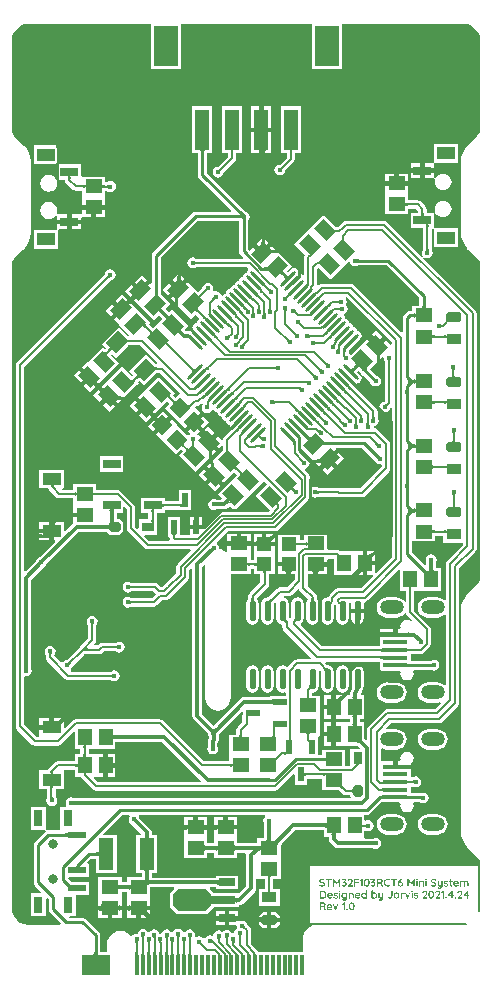
<source format=gtl>
G04*
G04 #@! TF.GenerationSoftware,Altium Limited,Altium Designer,21.2.2 (38)*
G04*
G04 Layer_Physical_Order=1*
G04 Layer_Color=255*
%FSLAX24Y24*%
%MOIN*%
G70*
G04*
G04 #@! TF.SameCoordinates,13F91C56-90A4-4746-9D45-15C4089C9FE9*
G04*
G04*
G04 #@! TF.FilePolarity,Positive*
G04*
G01*
G75*
%ADD10C,0.0080*%
%ADD11C,0.0100*%
%ADD20C,0.0060*%
%ADD23R,0.0138X0.0680*%
%ADD24R,0.0930X0.0680*%
%ADD25R,0.0315X0.0551*%
%ADD26R,0.0591X0.0236*%
%ADD27R,0.0846X0.0150*%
%ADD28R,0.0591X0.0433*%
%ADD29R,0.0591X0.0315*%
%ADD30R,0.0500X0.1050*%
%ADD31R,0.0579X0.0457*%
%ADD32R,0.0630X0.0413*%
%ADD33R,0.0457X0.0579*%
%ADD34R,0.0551X0.0256*%
G04:AMPARAMS|DCode=35|XSize=74.8mil|YSize=126mil|CornerRadius=0mil|HoleSize=0mil|Usage=FLASHONLY|Rotation=270.000|XOffset=0mil|YOffset=0mil|HoleType=Round|Shape=Octagon|*
%AMOCTAGOND35*
4,1,8,0.0630,0.0187,0.0630,-0.0187,0.0443,-0.0374,-0.0443,-0.0374,-0.0630,-0.0187,-0.0630,0.0187,-0.0443,0.0374,0.0443,0.0374,0.0630,0.0187,0.0*
%
%ADD35OCTAGOND35*%

%ADD36R,0.0827X0.0256*%
%ADD37R,0.0500X0.0350*%
G04:AMPARAMS|DCode=38|XSize=50mil|YSize=35mil|CornerRadius=0mil|HoleSize=0mil|Usage=FLASHONLY|Rotation=0.000|XOffset=0mil|YOffset=0mil|HoleType=Round|Shape=Octagon|*
%AMOCTAGOND38*
4,1,8,0.0250,-0.0088,0.0250,0.0088,0.0163,0.0175,-0.0163,0.0175,-0.0250,0.0088,-0.0250,-0.0088,-0.0163,-0.0175,0.0163,-0.0175,0.0250,-0.0088,0.0*
%
%ADD38OCTAGOND38*%

G04:AMPARAMS|DCode=39|XSize=39.4mil|YSize=31.5mil|CornerRadius=0mil|HoleSize=0mil|Usage=FLASHONLY|Rotation=180.000|XOffset=0mil|YOffset=0mil|HoleType=Round|Shape=Octagon|*
%AMOCTAGOND39*
4,1,8,-0.0197,0.0079,-0.0197,-0.0079,-0.0118,-0.0157,0.0118,-0.0157,0.0197,-0.0079,0.0197,0.0079,0.0118,0.0157,-0.0118,0.0157,-0.0197,0.0079,0.0*
%
%ADD39OCTAGOND39*%

%ADD40R,0.0394X0.0315*%
%ADD41R,0.0591X0.0315*%
%ADD42R,0.0197X0.0472*%
%ADD43R,0.0472X0.0197*%
%ADD44O,0.0217X0.0709*%
%ADD45R,0.0512X0.0472*%
G04:AMPARAMS|DCode=46|XSize=45.7mil|YSize=57.9mil|CornerRadius=0mil|HoleSize=0mil|Usage=FLASHONLY|Rotation=45.000|XOffset=0mil|YOffset=0mil|HoleType=Round|Shape=Rectangle|*
%AMROTATEDRECTD46*
4,1,4,0.0043,-0.0366,-0.0366,0.0043,-0.0043,0.0366,0.0366,-0.0043,0.0043,-0.0366,0.0*
%
%ADD46ROTATEDRECTD46*%

G04:AMPARAMS|DCode=47|XSize=39.4mil|YSize=31.5mil|CornerRadius=0mil|HoleSize=0mil|Usage=FLASHONLY|Rotation=270.000|XOffset=0mil|YOffset=0mil|HoleType=Round|Shape=Octagon|*
%AMOCTAGOND47*
4,1,8,-0.0079,-0.0197,0.0079,-0.0197,0.0157,-0.0118,0.0157,0.0118,0.0079,0.0197,-0.0079,0.0197,-0.0157,0.0118,-0.0157,-0.0118,-0.0079,-0.0197,0.0*
%
%ADD47OCTAGOND47*%

%ADD48R,0.0315X0.0394*%
G04:AMPARAMS|DCode=49|XSize=45.7mil|YSize=57.9mil|CornerRadius=0mil|HoleSize=0mil|Usage=FLASHONLY|Rotation=135.000|XOffset=0mil|YOffset=0mil|HoleType=Round|Shape=Rectangle|*
%AMROTATEDRECTD49*
4,1,4,0.0366,0.0043,-0.0043,-0.0366,-0.0366,-0.0043,0.0043,0.0366,0.0366,0.0043,0.0*
%
%ADD49ROTATEDRECTD49*%

G04:AMPARAMS|DCode=50|XSize=51.2mil|YSize=47.2mil|CornerRadius=0mil|HoleSize=0mil|Usage=FLASHONLY|Rotation=45.000|XOffset=0mil|YOffset=0mil|HoleType=Round|Shape=Rectangle|*
%AMROTATEDRECTD50*
4,1,4,-0.0014,-0.0348,-0.0348,-0.0014,0.0014,0.0348,0.0348,0.0014,-0.0014,-0.0348,0.0*
%
%ADD50ROTATEDRECTD50*%

G04:AMPARAMS|DCode=51|XSize=47.2mil|YSize=59.1mil|CornerRadius=0mil|HoleSize=0mil|Usage=FLASHONLY|Rotation=135.000|XOffset=0mil|YOffset=0mil|HoleType=Round|Shape=Rectangle|*
%AMROTATEDRECTD51*
4,1,4,0.0376,0.0042,-0.0042,-0.0376,-0.0376,-0.0042,0.0042,0.0376,0.0376,0.0042,0.0*
%
%ADD51ROTATEDRECTD51*%

G04:AMPARAMS|DCode=52|XSize=11.8mil|YSize=70.9mil|CornerRadius=0mil|HoleSize=0mil|Usage=FLASHONLY|Rotation=45.000|XOffset=0mil|YOffset=0mil|HoleType=Round|Shape=Round|*
%AMOVALD52*
21,1,0.0591,0.0118,0.0000,0.0000,135.0*
1,1,0.0118,0.0209,-0.0209*
1,1,0.0118,-0.0209,0.0209*
%
%ADD52OVALD52*%

G04:AMPARAMS|DCode=53|XSize=11.8mil|YSize=70.9mil|CornerRadius=0mil|HoleSize=0mil|Usage=FLASHONLY|Rotation=135.000|XOffset=0mil|YOffset=0mil|HoleType=Round|Shape=Round|*
%AMOVALD53*
21,1,0.0591,0.0118,0.0000,0.0000,225.0*
1,1,0.0118,0.0209,0.0209*
1,1,0.0118,-0.0209,-0.0209*
%
%ADD53OVALD53*%

%ADD54R,0.0787X0.1378*%
%ADD55R,0.0472X0.1378*%
%ADD93C,0.0140*%
%ADD94C,0.0120*%
%ADD95C,0.0315*%
%ADD96O,0.0787X0.0472*%
%ADD97C,0.0158*%
G36*
X6664Y25251D02*
X6656Y25248D01*
X6648Y25243D01*
X6642Y25236D01*
X6636Y25227D01*
X6632Y25216D01*
X6628Y25203D01*
X6626Y25188D01*
X6624Y25170D01*
X6624Y25151D01*
X6524D01*
X6523Y25170D01*
X6522Y25188D01*
X6519Y25203D01*
X6516Y25216D01*
X6511Y25227D01*
X6506Y25236D01*
X6499Y25243D01*
X6492Y25248D01*
X6483Y25251D01*
X6474Y25252D01*
X6674D01*
X6664Y25251D01*
D02*
G37*
G36*
X13338Y23522D02*
X13340Y23515D01*
X13344Y23509D01*
X13350Y23504D01*
X13357Y23500D01*
X13366Y23496D01*
X13377Y23493D01*
X13389Y23491D01*
X13403Y23490D01*
X13418Y23490D01*
Y23410D01*
X13403Y23409D01*
X13389Y23408D01*
X13377Y23406D01*
X13366Y23403D01*
X13357Y23400D01*
X13350Y23395D01*
X13344Y23390D01*
X13340Y23384D01*
X13338Y23377D01*
X13337Y23370D01*
Y23530D01*
X13338Y23522D01*
D02*
G37*
G36*
X13951Y23144D02*
X13953Y23130D01*
X13955Y23118D01*
X13957Y23108D01*
X13961Y23099D01*
X13965Y23091D01*
X13971Y23086D01*
X13977Y23082D01*
X13983Y23079D01*
X13991Y23078D01*
X13831D01*
X13839Y23079D01*
X13845Y23082D01*
X13851Y23086D01*
X13857Y23091D01*
X13861Y23099D01*
X13865Y23108D01*
X13867Y23118D01*
X13869Y23130D01*
X13871Y23144D01*
X13871Y23160D01*
X13951D01*
X13951Y23144D01*
D02*
G37*
G36*
X787Y29472D02*
X4868D01*
Y27957D01*
X5856D01*
Y29472D01*
X10244Y29472D01*
Y27957D01*
X11231D01*
Y29472D01*
X15262D01*
X15268Y29471D01*
Y29471D01*
X15317Y29468D01*
X15415Y29455D01*
X15552Y29399D01*
X15669Y29309D01*
X15759Y29191D01*
X15816Y29054D01*
X15833Y28920D01*
X15831Y28907D01*
Y25977D01*
X15826Y25950D01*
X15827Y25945D01*
X15818Y25875D01*
X15789Y25805D01*
X15772Y25784D01*
X15741Y25746D01*
X15741Y25746D01*
X15741Y25745D01*
X15406Y25411D01*
X15402Y25404D01*
X15315Y25299D01*
X15247Y25172D01*
X15205Y25034D01*
X15192Y24899D01*
X15190Y24890D01*
Y22502D01*
X15192Y22494D01*
X15205Y22359D01*
X15247Y22221D01*
X15315Y22093D01*
X15403Y21986D01*
X15406Y21982D01*
X15406Y21981D01*
X15407Y21980D01*
X15441Y21946D01*
X15739Y21652D01*
X15743Y21649D01*
X15786Y21594D01*
X15815Y21525D01*
X15824Y21451D01*
X15823Y21450D01*
X15823D01*
X15826Y21435D01*
X15828Y21401D01*
X15828Y16315D01*
X15828Y16315D01*
X15828Y16315D01*
X15829Y11000D01*
X15830Y10995D01*
X15821Y10925D01*
X15792Y10856D01*
X15775Y10834D01*
X15744Y10797D01*
X15744Y10797D01*
X15744Y10796D01*
X15409Y10461D01*
X15405Y10455D01*
X15318Y10349D01*
X15250Y10222D01*
X15208Y10084D01*
X15195Y9949D01*
X15193Y9940D01*
Y7553D01*
Y4940D01*
Y2553D01*
X15195Y2545D01*
X15208Y2409D01*
X15250Y2271D01*
X15318Y2144D01*
X15406Y2036D01*
X15409Y2032D01*
X15409Y2032D01*
X15410Y2031D01*
X15444Y1997D01*
X15742Y1703D01*
X15746Y1700D01*
X15789Y1645D01*
X15818Y1575D01*
X15827Y1505D01*
X15826Y1500D01*
Y3D01*
X15830Y-20D01*
X15815Y-134D01*
X15800Y-149D01*
X15750Y-127D01*
Y1392D01*
X10150D01*
Y-492D01*
X15367D01*
X15390Y-542D01*
X15382Y-552D01*
X15279Y-566D01*
X15266Y-563D01*
X10773Y-563D01*
X10773Y-563D01*
X10373D01*
X10365Y-562D01*
Y-562D01*
X10256Y-577D01*
X10155Y-618D01*
X10154Y-619D01*
X10152Y-620D01*
X10065Y-687D01*
X9998Y-774D01*
X9956Y-875D01*
X9943Y-974D01*
X9941Y-984D01*
Y-1460D01*
X8439D01*
X8438Y-1451D01*
X8407Y-1405D01*
X8407Y-1405D01*
X8193Y-1191D01*
Y-743D01*
X8193Y-743D01*
X8182Y-688D01*
X8151Y-642D01*
X8151Y-642D01*
X8079Y-570D01*
X8070Y-524D01*
X8030Y-465D01*
X7971Y-425D01*
X7901Y-411D01*
X7831Y-425D01*
X7820Y-433D01*
X7814Y-430D01*
Y-435D01*
X7788Y-435D01*
X7709Y-440D01*
X7697Y-443D01*
X7687Y-446D01*
X7680Y-449D01*
X7676Y-453D01*
X7674Y-458D01*
X7674Y-406D01*
X7475D01*
Y-559D01*
X7690D01*
X7718Y-594D01*
X7732Y-662D01*
X7692Y-689D01*
X7653Y-748D01*
X7640Y-812D01*
X7614Y-830D01*
X7591Y-841D01*
X7566Y-835D01*
X7533Y-785D01*
X7474Y-746D01*
X7404Y-732D01*
X7334Y-746D01*
X7292Y-774D01*
X7244Y-792D01*
X7185Y-753D01*
X7115Y-739D01*
X7045Y-753D01*
X6986Y-792D01*
X6946Y-851D01*
X6936Y-905D01*
X6888Y-934D01*
X6884Y-931D01*
X6814Y-917D01*
X6744Y-931D01*
X6685Y-970D01*
X6658Y-1011D01*
X6603Y-1015D01*
X6600Y-1014D01*
X6584Y-990D01*
X6525Y-951D01*
X6455Y-937D01*
X6385Y-951D01*
X6368Y-962D01*
X6323Y-932D01*
X6332Y-888D01*
X6318Y-819D01*
X6278Y-759D01*
X6219Y-720D01*
X6149Y-706D01*
X6079Y-720D01*
X6020Y-759D01*
X5983Y-815D01*
X5969Y-817D01*
X5931Y-811D01*
X5929Y-803D01*
X5890Y-744D01*
X5831Y-704D01*
X5761Y-690D01*
X5691Y-704D01*
X5632Y-744D01*
X5593Y-802D01*
X5591Y-802D01*
X5585Y-803D01*
X5540Y-806D01*
X5509Y-759D01*
X5450Y-720D01*
X5380Y-706D01*
X5310Y-720D01*
X5251Y-759D01*
X5212Y-819D01*
X5203Y-859D01*
X5171Y-853D01*
X5152Y-857D01*
X5144Y-819D01*
X5105Y-760D01*
X5046Y-720D01*
X4976Y-706D01*
X4906Y-720D01*
X4847Y-760D01*
X4811Y-813D01*
X4783Y-815D01*
X4758Y-811D01*
X4721Y-755D01*
X4661Y-716D01*
X4591Y-702D01*
X4522Y-716D01*
X4462Y-755D01*
X4423Y-814D01*
X4414Y-859D01*
X4380Y-852D01*
X4310Y-866D01*
X4251Y-906D01*
X4243Y-917D01*
X4193Y-919D01*
X4174Y-893D01*
X4079Y-820D01*
X3968Y-774D01*
X3849Y-759D01*
X3730Y-774D01*
X3619Y-820D01*
X3618Y-821D01*
X3616Y-822D01*
X3521Y-895D01*
X3448Y-990D01*
X3402Y-1101D01*
X3386Y-1220D01*
X3386D01*
X3387Y-1227D01*
X3386Y-1233D01*
Y-1461D01*
X3167D01*
Y-914D01*
X3155Y-856D01*
X3122Y-806D01*
X2679Y-363D01*
X2629Y-329D01*
X2571Y-318D01*
X2134D01*
X2131Y-313D01*
X2157Y-263D01*
X2350D01*
Y446D01*
X2781D01*
Y882D01*
X2211D01*
X2186Y903D01*
X2103Y987D01*
X2121Y1037D01*
X2781D01*
Y1473D01*
X2754D01*
X2735Y1519D01*
X2863Y1647D01*
X3025D01*
Y1175D01*
X3725D01*
Y2425D01*
X3283D01*
X3264Y2471D01*
X3890Y3097D01*
X4123D01*
X4150Y3047D01*
X4131Y3020D01*
X4117Y2950D01*
X4131Y2880D01*
X4171Y2821D01*
X4230Y2781D01*
X4240Y2779D01*
X4544Y2475D01*
X4524Y2425D01*
X4375D01*
Y1175D01*
X4562D01*
Y1029D01*
X4061D01*
Y864D01*
X3889D01*
Y1029D01*
X3111D01*
Y378D01*
X3111Y372D01*
Y328D01*
X3111Y322D01*
Y75D01*
X3172D01*
X3178Y77D01*
X3190Y84D01*
X3200Y94D01*
X3207Y104D01*
X3212Y116D01*
X3213Y129D01*
Y75D01*
X3500D01*
X3788D01*
Y140D01*
X3790Y127D01*
X3794Y115D01*
X3801Y104D01*
X3811Y95D01*
X3823Y88D01*
X3839Y81D01*
X3857Y76D01*
X3867Y75D01*
X3889D01*
Y322D01*
X3889Y328D01*
Y372D01*
X3889Y378D01*
Y537D01*
X4061D01*
Y378D01*
X4061Y372D01*
Y328D01*
X4061Y322D01*
Y75D01*
X4084D01*
X4094Y76D01*
X4112Y81D01*
X4128Y88D01*
X4140Y95D01*
X4150Y104D01*
X4157Y115D01*
X4162Y127D01*
X4163Y140D01*
Y75D01*
X4450D01*
X4839D01*
Y322D01*
X4839Y328D01*
Y372D01*
X4839Y378D01*
Y687D01*
X5627D01*
X5646Y641D01*
X5501Y496D01*
Y22D01*
X5738Y-215D01*
X6724D01*
X6961Y22D01*
Y32D01*
X7785D01*
Y96D01*
X7809D01*
X7872Y109D01*
X7925Y144D01*
X8315Y535D01*
X8351Y588D01*
X8363Y650D01*
X8363Y650D01*
Y965D01*
X8411Y971D01*
X8413Y971D01*
X8657D01*
Y625D01*
X8450D01*
Y75D01*
X9150D01*
Y625D01*
X8943D01*
Y971D01*
X9189D01*
Y1622D01*
X9189Y1628D01*
Y1672D01*
X9189Y1678D01*
Y2054D01*
X9190Y2058D01*
X9189Y2062D01*
Y2092D01*
X9193Y2097D01*
X9220Y2129D01*
X9678Y2587D01*
X10621D01*
Y2361D01*
X10786D01*
Y2301D01*
X10798Y2238D01*
X10834Y2185D01*
X10985Y2035D01*
X11038Y1999D01*
X11100Y1987D01*
X12272D01*
X12280Y1981D01*
X12350Y1967D01*
X12420Y1981D01*
X12479Y2021D01*
X12519Y2080D01*
X12533Y2150D01*
X12519Y2220D01*
X12479Y2279D01*
X12420Y2319D01*
X12350Y2333D01*
X12280Y2319D01*
X12272Y2313D01*
X11984D01*
X11978Y2361D01*
X11978D01*
Y2556D01*
X12028Y2582D01*
X12033Y2579D01*
X12103Y2565D01*
X12173Y2579D01*
X12232Y2619D01*
X12272Y2678D01*
X12286Y2748D01*
X12272Y2818D01*
X12232Y2877D01*
X12173Y2916D01*
X12103Y2930D01*
X12033Y2916D01*
X12028Y2913D01*
X11978Y2940D01*
Y3097D01*
X12050D01*
X12109Y3109D01*
X12158Y3142D01*
X12532Y3516D01*
X12580D01*
X12584Y3515D01*
X12588Y3516D01*
X13145D01*
X13183Y3466D01*
X13173Y3415D01*
X13190Y3330D01*
X13238Y3258D01*
X13311Y3210D01*
X13396Y3193D01*
X13481Y3210D01*
X13553Y3258D01*
X13601Y3330D01*
X13618Y3415D01*
X13604Y3488D01*
X13632Y3538D01*
X13820D01*
X13870Y3505D01*
X13940Y3491D01*
X14010Y3505D01*
X14069Y3544D01*
X14108Y3603D01*
X14122Y3673D01*
X14108Y3743D01*
X14069Y3802D01*
X14010Y3842D01*
X13940Y3856D01*
X13880Y3844D01*
X13529D01*
Y4034D01*
X13579Y4059D01*
X13610Y4038D01*
X13680Y4024D01*
X13750Y4038D01*
X13809Y4078D01*
X13849Y4137D01*
X13863Y4207D01*
X13849Y4277D01*
X13809Y4336D01*
X13750Y4376D01*
X13680Y4390D01*
X13610Y4376D01*
X13579Y4355D01*
X13537Y4374D01*
X13529Y4382D01*
Y4621D01*
X13463Y4625D01*
X13450Y4627D01*
X13441Y4630D01*
X13434Y4633D01*
X13429Y4637D01*
X13428Y4641D01*
Y4788D01*
X13429Y4783D01*
X13434Y4778D01*
X13441Y4774D01*
X13450Y4770D01*
X13463Y4767D01*
X13478Y4764D01*
X13497Y4762D01*
X13529Y4760D01*
Y4817D01*
X13553Y4833D01*
X13601Y4905D01*
X13618Y4990D01*
X13601Y5075D01*
X13553Y5147D01*
X13481Y5196D01*
X13396Y5212D01*
X13311Y5196D01*
X13238Y5147D01*
X13190Y5075D01*
X13173Y4990D01*
X13183Y4939D01*
X13145Y4889D01*
X13081D01*
Y4714D01*
X12931D01*
Y4889D01*
X12513D01*
Y5305D01*
X12517Y5307D01*
X12563Y5324D01*
X12639Y5292D01*
X12726Y5281D01*
X13041D01*
X13129Y5292D01*
X13211Y5326D01*
X13281Y5380D01*
X13335Y5450D01*
X13369Y5532D01*
X13380Y5620D01*
X13369Y5708D01*
X13335Y5790D01*
X13281Y5860D01*
X13211Y5914D01*
X13129Y5948D01*
X13041Y5959D01*
X12726D01*
X12717Y5958D01*
X12695Y6003D01*
X12859Y6167D01*
X14471D01*
X14522Y6178D01*
X14565Y6206D01*
X15055Y6697D01*
X15084Y6740D01*
X15084Y6742D01*
X15094Y6752D01*
X15122Y6795D01*
X15133Y6845D01*
Y11341D01*
X15674Y11882D01*
X15702Y11925D01*
X15713Y11975D01*
Y19825D01*
X15702Y19875D01*
X15674Y19918D01*
X13942Y21650D01*
X13974Y21689D01*
X14004Y21669D01*
X14074Y21655D01*
X14143Y21669D01*
X14203Y21709D01*
X14242Y21768D01*
X14256Y21838D01*
X14242Y21907D01*
X14216Y21946D01*
Y22636D01*
X14253Y22657D01*
X14303Y22636D01*
X14303Y22620D01*
X14303Y22620D01*
X14303Y22616D01*
Y22026D01*
X15094D01*
Y22659D01*
X14354D01*
X14306Y22666D01*
X14306Y22704D01*
X14306Y22704D01*
X14306Y22709D01*
Y23136D01*
X14306Y23151D01*
X14342Y23159D01*
Y23159D01*
X14342D01*
X14379Y23130D01*
X14402Y23100D01*
X14460Y23055D01*
X14528Y23027D01*
X14600Y23018D01*
X14672Y23027D01*
X14740Y23055D01*
X14798Y23100D01*
X14842Y23157D01*
X14870Y23225D01*
X14880Y23297D01*
X14870Y23370D01*
X14842Y23437D01*
X14798Y23495D01*
X14740Y23539D01*
X14672Y23567D01*
X14600Y23577D01*
X14528Y23567D01*
X14460Y23539D01*
X14402Y23495D01*
X14358Y23437D01*
X14330Y23370D01*
X14320Y23297D01*
X14326Y23252D01*
X14317Y23204D01*
D01*
X14317Y23204D01*
Y23204D01*
X14294Y23181D01*
X14268Y23181D01*
X14054D01*
Y23289D01*
X14054Y23289D01*
X14043Y23344D01*
X14012Y23390D01*
X14012Y23390D01*
X13851Y23551D01*
X13805Y23581D01*
X13750Y23592D01*
X13750Y23592D01*
X13439D01*
Y23772D01*
X13439Y23778D01*
Y23822D01*
X13439Y23828D01*
Y24075D01*
X13346D01*
X13341Y24068D01*
X13338Y24060D01*
X13337Y24050D01*
Y24075D01*
X13050D01*
X12762D01*
Y24050D01*
X12761Y24060D01*
X12758Y24068D01*
X12753Y24075D01*
X12661D01*
Y23828D01*
X12661Y23822D01*
Y23778D01*
X12661Y23772D01*
Y23121D01*
X13439D01*
Y23307D01*
X13691D01*
X13767Y23231D01*
X13766Y23181D01*
X13516D01*
Y22666D01*
X13931D01*
Y21946D01*
X13905Y21907D01*
X13891Y21838D01*
X13905Y21768D01*
X13925Y21738D01*
X13886Y21706D01*
X12718Y22874D01*
X12675Y22902D01*
X12625Y22913D01*
X11370D01*
X11319Y22902D01*
X11276Y22874D01*
X11166Y22763D01*
X11166Y22763D01*
X11089Y22687D01*
X11027D01*
X11023Y22687D01*
X10605Y23105D01*
X10140Y22641D01*
X9645Y22145D01*
X10010Y21780D01*
X10006Y21777D01*
X9978Y21734D01*
X9967Y21683D01*
Y21120D01*
X9917Y21104D01*
X9892Y21142D01*
X9840Y21177D01*
X9797Y21186D01*
X9788Y21229D01*
X9753Y21281D01*
X9701Y21316D01*
X9638Y21329D01*
X9576Y21316D01*
X9524Y21281D01*
X9429Y21187D01*
X9390Y21226D01*
X9557Y21393D01*
X9093Y21858D01*
Y21858D01*
X9062Y21889D01*
X8883Y22068D01*
X8607Y21793D01*
X8554Y21846D01*
X8501Y21793D01*
X8269Y22025D01*
X8155Y21911D01*
X8103Y21963D01*
Y22913D01*
X8140Y22969D01*
X8154Y23039D01*
X8140Y23108D01*
X8101Y23168D01*
X8041Y23207D01*
X8001Y23215D01*
X6727Y24490D01*
Y25150D01*
X6910D01*
Y26728D01*
X6237D01*
Y25150D01*
X6421D01*
Y24426D01*
X6432Y24368D01*
X6465Y24318D01*
X7535Y23249D01*
X7515Y23203D01*
X6348D01*
X6289Y23191D01*
X6240Y23158D01*
X4935Y21853D01*
X4902Y21804D01*
X4890Y21745D01*
Y20826D01*
X4844Y20807D01*
X4833Y20818D01*
X4557Y20543D01*
X4354Y20339D01*
X4367Y20326D01*
X4360Y20332D01*
X4351Y20335D01*
X4351Y20336D01*
X4282Y20267D01*
X4457Y20092D01*
X4461Y20088D01*
X4493Y20057D01*
X4493Y20057D01*
X4957Y19592D01*
X5124Y19760D01*
X5242Y19642D01*
X5090Y19491D01*
X5090Y19491D01*
X5059Y19460D01*
X5055Y19456D01*
X4928Y19328D01*
X4806Y19450D01*
X4853Y19498D01*
X4393Y19958D01*
X4389Y19962D01*
X4358Y19993D01*
X4353Y19997D01*
X4178Y20172D01*
X4112Y20106D01*
X4114Y20098D01*
X4118Y20090D01*
X4124Y20082D01*
X4106Y20100D01*
X3903Y19897D01*
X3699Y19693D01*
X3717Y19676D01*
X3710Y19682D01*
X3701Y19685D01*
X3693Y19687D01*
X3628Y19622D01*
X3803Y19447D01*
X3807Y19442D01*
X3838Y19411D01*
X3842Y19407D01*
X4138Y19111D01*
X4139Y19105D01*
X4125Y19061D01*
X4121Y19057D01*
X4096Y19057D01*
X3780Y19374D01*
X3221Y18815D01*
X3358Y18678D01*
X3317Y18638D01*
X3252Y18703D01*
X2792Y18243D01*
X2788Y18238D01*
X2757Y18207D01*
X2752Y18203D01*
X2577Y18028D01*
X2643Y17963D01*
X2651Y17964D01*
X2659Y17968D01*
X2667Y17974D01*
X2649Y17957D01*
X2853Y17753D01*
X3056Y17550D01*
X3073Y17568D01*
X3067Y17560D01*
X3063Y17552D01*
X3062Y17544D01*
X3128Y17477D01*
X3303Y17652D01*
X3307Y17657D01*
X3338Y17688D01*
X3343Y17692D01*
X3803Y18152D01*
X3519Y18436D01*
X3560Y18476D01*
X3696Y18340D01*
X4101Y18744D01*
X4104Y18746D01*
X4107Y18750D01*
X4111Y18754D01*
X4129Y18756D01*
X4492D01*
X5055Y18194D01*
X5056Y18185D01*
X5049Y18157D01*
X5037Y18140D01*
X5014Y18140D01*
X4699Y18455D01*
X4140Y17896D01*
X4276Y17760D01*
X4236Y17719D01*
X3902Y18053D01*
X3442Y17593D01*
X3438Y17588D01*
X3407Y17557D01*
X3402Y17553D01*
X3227Y17378D01*
X3293Y17313D01*
X3301Y17314D01*
X3309Y17318D01*
X3317Y17324D01*
X3299Y17307D01*
X3503Y17103D01*
X3778Y16827D01*
X3953Y17002D01*
X3957Y17007D01*
X3988Y17038D01*
X3993Y17042D01*
X4379Y17428D01*
X4382Y17431D01*
X4384Y17434D01*
X4453Y17502D01*
X4438Y17517D01*
X4478Y17558D01*
X4615Y17421D01*
X5020Y17826D01*
X5023Y17828D01*
X5025Y17831D01*
X5030Y17836D01*
X5048Y17837D01*
X5161D01*
X5838Y17160D01*
X5690Y17012D01*
X5601Y17101D01*
X5655Y17155D01*
X5105Y17705D01*
X4644Y17245D01*
X4640Y17241D01*
X4609Y17210D01*
X4605Y17206D01*
X4430Y17031D01*
X4495Y16965D01*
X4504Y16967D01*
X4512Y16971D01*
X4519Y16977D01*
X4502Y16959D01*
X4705Y16755D01*
X4908Y16552D01*
X4914Y16558D01*
X4909Y16552D01*
X4981Y16480D01*
X5156Y16655D01*
X5160Y16659D01*
X5191Y16690D01*
X5195Y16694D01*
X5399Y16899D01*
X5488Y16810D01*
X5337Y16659D01*
X5811Y16186D01*
X5995Y16001D01*
X6247Y16253D01*
X6499Y16505D01*
X6318Y16685D01*
X6375Y16742D01*
X6418D01*
X6418Y16742D01*
X6473Y16753D01*
X6519Y16784D01*
X6557Y16822D01*
X6596Y16790D01*
X6572Y16754D01*
X6558Y16684D01*
X6572Y16614D01*
X6612Y16555D01*
X6671Y16515D01*
X6741Y16501D01*
X6811Y16515D01*
X6870Y16555D01*
X6901Y16602D01*
X6911Y16605D01*
X6944Y16605D01*
X6957Y16602D01*
X6983Y16563D01*
X7036Y16528D01*
X7079Y16519D01*
X7087Y16476D01*
X7123Y16423D01*
X7175Y16388D01*
X7218Y16380D01*
X7227Y16337D01*
X7262Y16284D01*
X7314Y16249D01*
X7357Y16241D01*
X7366Y16198D01*
X7401Y16145D01*
X7454Y16110D01*
X7496Y16101D01*
X7505Y16059D01*
X7540Y16006D01*
X7553Y15997D01*
X7558Y15947D01*
X7304Y15693D01*
X7273Y15647D01*
X7266Y15614D01*
X7214Y15596D01*
X7083Y15727D01*
X7017Y15661D01*
X7018Y15652D01*
X7022Y15644D01*
X7028Y15637D01*
X7011Y15654D01*
X6904Y15548D01*
X7126Y15325D01*
X7216Y15415D01*
X7262Y15396D01*
Y15282D01*
X7261Y15266D01*
X7261Y15261D01*
X6944Y14945D01*
X6940Y14941D01*
X6909Y14910D01*
X6905Y14906D01*
X6730Y14731D01*
X7005Y14455D01*
X7281Y14180D01*
X7456Y14355D01*
X7460Y14359D01*
X7491Y14390D01*
X7495Y14394D01*
X7622Y14522D01*
X7722Y14422D01*
X7597Y14297D01*
X7592Y14293D01*
X7561Y14262D01*
X7557Y14258D01*
X7097Y13798D01*
X7231Y13663D01*
X7211Y13613D01*
X7028D01*
X7020Y13619D01*
X6950Y13633D01*
X6880Y13619D01*
X6821Y13579D01*
X6781Y13520D01*
X6767Y13450D01*
X6781Y13380D01*
X6821Y13321D01*
X6880Y13281D01*
X6950Y13267D01*
X7020Y13281D01*
X7028Y13287D01*
X7300D01*
X7362Y13299D01*
X7415Y13335D01*
X7488Y13407D01*
X7632Y13263D01*
X7611Y13213D01*
X7200D01*
X7146Y13202D01*
X7099Y13171D01*
X7099Y13171D01*
X6632Y12703D01*
X6580Y12713D01*
X6572Y12718D01*
Y13036D01*
X6449D01*
Y12943D01*
X6454Y12939D01*
X6462Y12936D01*
X6471Y12935D01*
X6449D01*
Y12700D01*
X6374D01*
Y12625D01*
X6176D01*
Y12443D01*
X5824D01*
Y13036D01*
X5428D01*
Y12364D01*
X5439D01*
X5483Y12347D01*
X5494Y12292D01*
X5501Y12283D01*
X5474Y12233D01*
X4805D01*
X4641Y12396D01*
X4660Y12443D01*
X5047D01*
Y12770D01*
X5049Y12773D01*
X5060Y12828D01*
X5060Y12828D01*
Y13165D01*
X5313D01*
Y13279D01*
X5802D01*
Y13264D01*
X5898D01*
X5902Y13263D01*
X5906Y13264D01*
X6198D01*
Y13936D01*
X5802D01*
Y13565D01*
X5313D01*
Y13680D01*
X4522D01*
Y13165D01*
X4775D01*
Y12957D01*
X4453D01*
Y12650D01*
X4407Y12630D01*
X4333Y12705D01*
Y13350D01*
X4322Y13401D01*
X4294Y13444D01*
X3843Y13894D01*
X3800Y13923D01*
X3750Y13933D01*
X3039D01*
Y14129D01*
X2261D01*
Y13943D01*
X1907D01*
X1907Y13943D01*
X1934Y13993D01*
X1965D01*
Y14607D01*
X1135D01*
Y13993D01*
X1442D01*
X1448Y13966D01*
X1479Y13919D01*
X1699Y13699D01*
X1699Y13699D01*
X1745Y13669D01*
X1800Y13658D01*
X1800Y13658D01*
X2261D01*
Y13472D01*
X2261D01*
Y13428D01*
X2261D01*
Y13175D01*
X2354D01*
X2359Y13182D01*
X2362Y13190D01*
X2363Y13200D01*
Y13175D01*
X2650D01*
Y13025D01*
X2363D01*
Y13000D01*
X2362Y13009D01*
X2359Y13018D01*
X2354Y13025D01*
X2261D01*
Y12801D01*
X2011Y12551D01*
X1965Y12570D01*
Y12867D01*
X1625D01*
Y12858D01*
X1631D01*
X1632Y12840D01*
X1633Y12824D01*
X1635Y12810D01*
X1638Y12798D01*
X1642Y12788D01*
X1646Y12779D01*
X1652Y12773D01*
X1658Y12768D01*
X1666Y12765D01*
X1674Y12764D01*
X1625D01*
Y12560D01*
Y12253D01*
X1648D01*
X1667Y12207D01*
X1147Y11687D01*
X1137Y11685D01*
X1078Y11646D01*
X1039Y11587D01*
X1037Y11577D01*
X689Y11229D01*
X643Y11248D01*
Y18041D01*
X3524Y20922D01*
X3570Y20931D01*
X3629Y20971D01*
X3669Y21030D01*
X3683Y21100D01*
X3669Y21170D01*
X3629Y21229D01*
X3570Y21269D01*
X3500Y21283D01*
X3430Y21269D01*
X3371Y21229D01*
X3331Y21170D01*
X3322Y21124D01*
X399Y18201D01*
X368Y18155D01*
X357Y18100D01*
X357Y18100D01*
Y6050D01*
X357Y6050D01*
X368Y5995D01*
X399Y5949D01*
X899Y5449D01*
X899Y5449D01*
X945Y5418D01*
X1000Y5407D01*
X1000Y5407D01*
X1750D01*
X1750Y5407D01*
X1805Y5418D01*
X1851Y5449D01*
X2275Y5873D01*
X2321Y5854D01*
Y5311D01*
X2507D01*
Y5139D01*
X2321D01*
Y4893D01*
X1750D01*
X1750Y4893D01*
X1695Y4882D01*
X1649Y4851D01*
X1649Y4851D01*
X1449Y4651D01*
X1418Y4605D01*
X1415Y4587D01*
X1135D01*
Y3973D01*
X1404D01*
Y3675D01*
X1403Y3674D01*
X1390Y3654D01*
X1376Y3584D01*
X1390Y3514D01*
X1430Y3455D01*
X1489Y3415D01*
X1559Y3401D01*
X1629Y3415D01*
X1688Y3455D01*
X1727Y3514D01*
X1741Y3584D01*
X1727Y3654D01*
X1689Y3711D01*
Y3973D01*
X1965D01*
Y4587D01*
X2006Y4607D01*
X2321D01*
Y4361D01*
X2524D01*
X2548Y4324D01*
X2924Y3949D01*
X2924Y3949D01*
X2970Y3918D01*
X3025Y3907D01*
X3025Y3907D01*
X8988D01*
X8988Y3907D01*
X9043Y3918D01*
X9089Y3949D01*
X9605Y4465D01*
X9652Y4446D01*
Y4114D01*
X10048D01*
Y4307D01*
X10561D01*
Y3922D01*
X11121D01*
X11125Y3921D01*
X11129Y3922D01*
X11135D01*
X11149Y3910D01*
X11260Y3799D01*
X11260Y3799D01*
X11306Y3768D01*
X11361Y3757D01*
X11361Y3757D01*
X11493D01*
Y3732D01*
X11515Y3709D01*
X11496Y3663D01*
X2278D01*
X2270Y3669D01*
X2200Y3683D01*
X2130Y3669D01*
X2071Y3629D01*
X2031Y3570D01*
X2017Y3500D01*
X2031Y3430D01*
X2043Y3413D01*
X2016Y3363D01*
X1835D01*
Y2611D01*
X1794Y2589D01*
X1444D01*
X1436Y2589D01*
X1398Y2588D01*
X1398Y2588D01*
X1398D01*
X1365Y2625D01*
X1365Y2650D01*
Y3363D01*
X850D01*
Y2611D01*
X1321D01*
X1321Y2611D01*
X1321Y2611D01*
X1339Y2611D01*
X1353Y2563D01*
X1328Y2544D01*
X1317Y2533D01*
X992Y2208D01*
X959Y2159D01*
X947Y2100D01*
Y850D01*
X959Y791D01*
X992Y742D01*
X1199Y535D01*
X1180Y489D01*
X850D01*
Y-263D01*
X1365D01*
Y303D01*
X1412Y322D01*
X1447Y287D01*
Y-41D01*
X1459Y-100D01*
X1492Y-150D01*
X1859Y-517D01*
X1840Y-563D01*
X785D01*
X772Y-566D01*
X638Y-548D01*
X501Y-491D01*
X384Y-401D01*
X294Y-284D01*
X237Y-147D01*
X220Y-20D01*
X224Y0D01*
X224Y21435D01*
X227Y21450D01*
X227D01*
X226Y21451D01*
X235Y21525D01*
X264Y21594D01*
X307Y21649D01*
X311Y21652D01*
X608Y21946D01*
X643Y21980D01*
X644Y21981D01*
X644Y21982D01*
X647Y21986D01*
X735Y22093D01*
X803Y22221D01*
X845Y22359D01*
X858Y22494D01*
X860Y22502D01*
Y24890D01*
X858Y24899D01*
X845Y25034D01*
X803Y25172D01*
X735Y25299D01*
X648Y25404D01*
X644Y25411D01*
X309Y25745D01*
X309Y25746D01*
X309Y25746D01*
X278Y25784D01*
X261Y25805D01*
X232Y25875D01*
X223Y25945D01*
X224Y25950D01*
X224Y25950D01*
Y28909D01*
X222Y28922D01*
X239Y29056D01*
X296Y29193D01*
X386Y29311D01*
X504Y29401D01*
X641Y29457D01*
X773Y29475D01*
X787Y29472D01*
D02*
G37*
G36*
X7928Y23143D02*
X7948Y23125D01*
X7952Y23122D01*
X7956Y23120D01*
X7959Y23118D01*
X7961Y23117D01*
X7964Y23117D01*
X7918Y23063D01*
X7908Y22998D01*
X8009Y22969D01*
X8008Y22968D01*
X8006Y22966D01*
X8005Y22962D01*
X8003Y22958D01*
X8002Y22954D01*
X8001Y22948D01*
X8000Y22934D01*
X8000Y22917D01*
X7900Y22957D01*
X7903Y22995D01*
X7900Y22996D01*
X7896Y22997D01*
X7891Y22998D01*
X7886Y22999D01*
X7872Y23000D01*
X7855Y23000D01*
X7867Y23062D01*
X7859Y23070D01*
X7872Y23087D01*
X7874Y23100D01*
X7882Y23100D01*
X7921Y23149D01*
X7928Y23143D01*
D02*
G37*
G36*
X14146Y22767D02*
X14139Y22765D01*
X14133Y22761D01*
X14128Y22755D01*
X14124Y22748D01*
X14120Y22739D01*
X14117Y22728D01*
X14115Y22716D01*
X14114Y22702D01*
X14114Y22687D01*
X14034D01*
X14033Y22702D01*
X14032Y22716D01*
X14030Y22728D01*
X14027Y22739D01*
X14024Y22748D01*
X14019Y22755D01*
X14014Y22761D01*
X14008Y22765D01*
X14001Y22767D01*
X13994Y22768D01*
X14154D01*
X14146Y22767D01*
D02*
G37*
G36*
X10952Y22608D02*
X10955Y22603D01*
X10959Y22599D01*
X10966Y22595D01*
X10974Y22592D01*
X10984Y22589D01*
X10996Y22587D01*
X11009Y22586D01*
X11042Y22585D01*
Y22525D01*
X11025Y22524D01*
X10996Y22522D01*
X10984Y22520D01*
X10974Y22517D01*
X10966Y22514D01*
X10959Y22510D01*
X10955Y22506D01*
X10952Y22501D01*
X10951Y22495D01*
Y22614D01*
X10952Y22608D01*
D02*
G37*
G36*
X11283Y22323D02*
X11285Y22294D01*
X11287Y22282D01*
X11290Y22272D01*
X11293Y22264D01*
X11297Y22258D01*
X11302Y22254D01*
X11307Y22251D01*
X11312Y22250D01*
X11192D01*
X11198Y22251D01*
X11203Y22254D01*
X11208Y22258D01*
X11212Y22264D01*
X11215Y22272D01*
X11218Y22282D01*
X11220Y22294D01*
X11221Y22308D01*
X11222Y22340D01*
X11282D01*
X11283Y22323D01*
D02*
G37*
G36*
X14114Y21945D02*
X14115Y21929D01*
X14116Y21923D01*
X14117Y21916D01*
X14119Y21911D01*
X14121Y21906D01*
X14123Y21901D01*
X14126Y21897D01*
X14129Y21894D01*
X14018D01*
X14021Y21897D01*
X14024Y21901D01*
X14026Y21906D01*
X14028Y21911D01*
X14030Y21916D01*
X14031Y21923D01*
X14032Y21929D01*
X14033Y21937D01*
X14034Y21953D01*
X14114D01*
X14114Y21945D01*
D02*
G37*
G36*
X8820Y21978D02*
X8824Y21970D01*
X8832Y21963D01*
X8842Y21956D01*
X8856Y21951D01*
X8872Y21947D01*
X8892Y21943D01*
X8915Y21941D01*
X8969Y21939D01*
Y21839D01*
X8940Y21838D01*
X8892Y21834D01*
X8872Y21831D01*
X8856Y21826D01*
X8842Y21821D01*
X8832Y21815D01*
X8824Y21807D01*
X8820Y21799D01*
X8818Y21790D01*
Y21988D01*
X8820Y21978D01*
D02*
G37*
G36*
X10195Y21738D02*
X10195Y21737D01*
X10194Y21736D01*
X10192Y21734D01*
X10154Y21695D01*
X10111Y21737D01*
X10119Y21745D01*
X10126Y21753D01*
X10131Y21761D01*
X10136Y21768D01*
X10138Y21775D01*
X10140Y21781D01*
X10140Y21787D01*
X10139Y21792D01*
X10137Y21797D01*
X10133Y21801D01*
X10195Y21738D01*
D02*
G37*
G36*
X7797Y21899D02*
X7809Y21841D01*
X7842Y21791D01*
X7944Y21689D01*
X7925Y21643D01*
X6359D01*
X6320Y21669D01*
X6250Y21683D01*
X6180Y21669D01*
X6121Y21629D01*
X6081Y21570D01*
X6067Y21500D01*
X6081Y21430D01*
X6121Y21371D01*
X6180Y21331D01*
X6250Y21317D01*
X6320Y21331D01*
X6359Y21357D01*
X8074D01*
X8100Y21330D01*
X8104Y21281D01*
X8069Y21229D01*
X8060Y21186D01*
X8017Y21177D01*
X7965Y21142D01*
X7930Y21089D01*
X7921Y21046D01*
X7878Y21038D01*
X7826Y21003D01*
X7790Y20950D01*
X7782Y20907D01*
X7739Y20899D01*
X7686Y20864D01*
X7651Y20811D01*
X7643Y20768D01*
X7600Y20760D01*
X7547Y20724D01*
X7512Y20672D01*
X7504Y20629D01*
X7461Y20620D01*
X7408Y20585D01*
X7373Y20533D01*
X7364Y20490D01*
X7321Y20481D01*
X7269Y20446D01*
X7247Y20413D01*
X7194Y20424D01*
X7189Y20450D01*
X7149Y20509D01*
X7090Y20549D01*
X7020Y20563D01*
X6959Y20550D01*
X6937Y20567D01*
X6920Y20589D01*
X6933Y20650D01*
X6919Y20720D01*
X6879Y20779D01*
X6820Y20819D01*
X6750Y20833D01*
X6680Y20819D01*
X6621Y20779D01*
X6581Y20720D01*
X6572Y20674D01*
X6424Y20526D01*
X6295Y20656D01*
X6291Y20660D01*
X6260Y20691D01*
X6256Y20695D01*
X6081Y20870D01*
X5805Y20595D01*
X5530Y20319D01*
X5705Y20144D01*
X5709Y20140D01*
X5740Y20109D01*
X5744Y20105D01*
X6205Y19645D01*
X6340Y19781D01*
X6452Y19669D01*
X6447Y19620D01*
X6434Y19611D01*
X6399Y19558D01*
X6390Y19515D01*
X6347Y19507D01*
X6294Y19472D01*
X6259Y19419D01*
X6251Y19376D01*
X6223Y19371D01*
X6249Y19344D01*
X6258Y19300D01*
X6285Y19276D01*
X6289Y19274D01*
X6293Y19272D01*
X6282Y19261D01*
X6294Y19242D01*
X6503Y19033D01*
X6454Y18984D01*
X6245Y19193D01*
X6226Y19206D01*
X6215Y19195D01*
X6215Y19196D01*
X6212Y19199D01*
X6181Y19231D01*
X6143Y19238D01*
X6117Y19265D01*
X6112Y19237D01*
X6102Y19235D01*
X6027D01*
X5981Y19281D01*
X6105Y19405D01*
X5555Y19955D01*
X5458Y19858D01*
X5340Y19976D01*
X5508Y20143D01*
X5199Y20452D01*
X5196Y20484D01*
Y20601D01*
X5246Y20603D01*
X5424Y20425D01*
X5646Y20648D01*
X5467Y20827D01*
X5246Y20606D01*
X5196Y20608D01*
Y21682D01*
X6411Y22897D01*
X7797D01*
Y21899D01*
D02*
G37*
G36*
X11734Y21628D02*
X11737Y21627D01*
X11740Y21626D01*
X11744Y21625D01*
X11754Y21624D01*
X11768Y21624D01*
X11785Y21624D01*
Y21524D01*
X11776Y21523D01*
X11740Y21521D01*
X11737Y21520D01*
X11734Y21519D01*
X11733Y21518D01*
Y21629D01*
X11734Y21628D01*
D02*
G37*
G36*
X10478Y21451D02*
X10477Y21453D01*
X10475Y21455D01*
X10472Y21457D01*
X10466Y21459D01*
X10460Y21460D01*
X10452Y21461D01*
X10432Y21463D01*
X10406Y21463D01*
Y21523D01*
X10419Y21523D01*
X10460Y21526D01*
X10466Y21528D01*
X10472Y21529D01*
X10475Y21531D01*
X10477Y21533D01*
X10478Y21536D01*
Y21451D01*
D02*
G37*
G36*
X6310Y21552D02*
X6314Y21550D01*
X6318Y21548D01*
X6323Y21546D01*
X6329Y21544D01*
X6335Y21542D01*
X6342Y21541D01*
X6349Y21541D01*
X6366Y21540D01*
Y21460D01*
X6357Y21460D01*
X6342Y21459D01*
X6335Y21458D01*
X6329Y21456D01*
X6323Y21454D01*
X6318Y21452D01*
X6314Y21450D01*
X6310Y21448D01*
X6306Y21445D01*
Y21555D01*
X6310Y21552D01*
D02*
G37*
G36*
X11502Y21531D02*
X11508Y21504D01*
X11547Y21444D01*
X11607Y21405D01*
X11676Y21391D01*
X11746Y21405D01*
X11770Y21421D01*
X12713D01*
X13797Y20337D01*
Y20078D01*
X13561D01*
Y19903D01*
X13500D01*
X13441Y19891D01*
X13392Y19858D01*
X13292Y19758D01*
X13259Y19709D01*
X13247Y19650D01*
Y19206D01*
X13201Y19187D01*
X11614Y20774D01*
X11571Y20802D01*
X11520Y20813D01*
X10556D01*
X10505Y20802D01*
X10462Y20774D01*
X10454Y20766D01*
X10444Y20767D01*
X10406Y20788D01*
Y21309D01*
X10447Y21338D01*
X10843Y20942D01*
X11307Y21407D01*
Y21407D01*
X11339Y21438D01*
X11448Y21547D01*
X11502Y21531D01*
D02*
G37*
G36*
X8786Y21207D02*
X8784Y21216D01*
X8780Y21225D01*
X8772Y21232D01*
X8762Y21239D01*
X8748Y21244D01*
X8732Y21249D01*
X8712Y21252D01*
X8690Y21255D01*
X8636Y21257D01*
Y21357D01*
X8664Y21357D01*
X8712Y21361D01*
X8732Y21365D01*
X8748Y21369D01*
X8762Y21375D01*
X8772Y21381D01*
X8780Y21389D01*
X8784Y21397D01*
X8786Y21407D01*
Y21207D01*
D02*
G37*
G36*
X9274Y21254D02*
X9271Y21245D01*
X9269Y21236D01*
X9269Y21227D01*
X9272Y21217D01*
X9277Y21205D01*
X9283Y21194D01*
X9292Y21181D01*
X9303Y21168D01*
X9317Y21154D01*
X9246Y21083D01*
X9232Y21097D01*
X9219Y21108D01*
X9206Y21117D01*
X9195Y21123D01*
X9183Y21128D01*
X9173Y21131D01*
X9164Y21131D01*
X9155Y21129D01*
X9146Y21126D01*
X9139Y21120D01*
X9280Y21261D01*
X9274Y21254D01*
D02*
G37*
G36*
X3499Y21021D02*
X3495Y21021D01*
X3490Y21020D01*
X3485Y21018D01*
X3480Y21016D01*
X3475Y21013D01*
X3470Y21010D01*
X3464Y21006D01*
X3459Y21001D01*
X3447Y20990D01*
X3390Y21047D01*
X3396Y21053D01*
X3406Y21064D01*
X3410Y21070D01*
X3413Y21075D01*
X3416Y21080D01*
X3418Y21085D01*
X3420Y21090D01*
X3421Y21095D01*
X3421Y21099D01*
X3499Y21021D01*
D02*
G37*
G36*
X9373Y21099D02*
X9386Y21087D01*
X9399Y21078D01*
X9410Y21072D01*
X9421Y21067D01*
X9432Y21064D01*
X9441Y21064D01*
X9450Y21066D01*
X9458Y21070D01*
X9466Y21076D01*
X9324Y20934D01*
X9330Y20942D01*
X9334Y20950D01*
X9336Y20959D01*
X9336Y20968D01*
X9333Y20979D01*
X9328Y20990D01*
X9322Y21001D01*
X9313Y21014D01*
X9301Y21027D01*
X9288Y21041D01*
X9359Y21112D01*
X9373Y21099D01*
D02*
G37*
G36*
X8692Y20766D02*
X8694Y20760D01*
X8697Y20754D01*
X8701Y20748D01*
X8705Y20742D01*
X8716Y20728D01*
X8722Y20720D01*
X8737Y20704D01*
X8703Y20653D01*
X8695Y20661D01*
X8680Y20674D01*
X8673Y20679D01*
X8666Y20683D01*
X8659Y20686D01*
X8653Y20689D01*
X8647Y20690D01*
X8641Y20690D01*
X8636Y20690D01*
X8691Y20771D01*
X8692Y20766D01*
D02*
G37*
G36*
X6749Y20571D02*
X6745Y20571D01*
X6740Y20570D01*
X6735Y20568D01*
X6730Y20566D01*
X6725Y20563D01*
X6720Y20560D01*
X6714Y20556D01*
X6709Y20551D01*
X6697Y20540D01*
X6640Y20597D01*
X6646Y20603D01*
X6656Y20614D01*
X6660Y20620D01*
X6663Y20625D01*
X6666Y20630D01*
X6668Y20635D01*
X6670Y20640D01*
X6671Y20645D01*
X6671Y20649D01*
X6749Y20571D01*
D02*
G37*
G36*
X8796Y20645D02*
X8802Y20641D01*
X8808Y20637D01*
X8814Y20633D01*
X8820Y20631D01*
X8827Y20629D01*
X8833Y20627D01*
X8840Y20627D01*
X8846Y20627D01*
X8853Y20627D01*
X8785Y20540D01*
X8784Y20547D01*
X8783Y20554D01*
X8781Y20560D01*
X8778Y20567D01*
X8775Y20573D01*
X8772Y20579D01*
X8768Y20585D01*
X8764Y20591D01*
X8759Y20597D01*
X8754Y20603D01*
X8791Y20651D01*
X8796Y20645D01*
D02*
G37*
G36*
X10435Y20517D02*
X10427Y20509D01*
X10408Y20486D01*
X10403Y20479D01*
X10399Y20473D01*
X10395Y20466D01*
X10393Y20460D01*
X10390Y20454D01*
X10389Y20448D01*
X10317Y20525D01*
X10322Y20521D01*
X10327Y20520D01*
X10333Y20520D01*
X10340Y20521D01*
X10348Y20525D01*
X10357Y20530D01*
X10366Y20537D01*
X10377Y20545D01*
X10400Y20567D01*
X10435Y20517D01*
D02*
G37*
G36*
X8553Y20627D02*
X8556Y20621D01*
X8559Y20614D01*
X8564Y20607D01*
X8569Y20599D01*
X8583Y20582D01*
X8602Y20562D01*
X8612Y20551D01*
X8556Y20495D01*
X8545Y20505D01*
X8508Y20538D01*
X8500Y20543D01*
X8493Y20548D01*
X8486Y20551D01*
X8480Y20554D01*
X8474Y20555D01*
X8552Y20632D01*
X8553Y20627D01*
D02*
G37*
G36*
X6539Y20382D02*
X6528Y20371D01*
X6519Y20361D01*
X6512Y20351D01*
X6507Y20341D01*
X6503Y20333D01*
X6501Y20324D01*
X6501Y20317D01*
X6502Y20310D01*
X6506Y20303D01*
X6510Y20297D01*
X6397Y20410D01*
X6403Y20406D01*
X6410Y20402D01*
X6417Y20401D01*
X6424Y20401D01*
X6433Y20403D01*
X6441Y20407D01*
X6451Y20412D01*
X6461Y20419D01*
X6471Y20428D01*
X6482Y20439D01*
X6539Y20382D01*
D02*
G37*
G36*
X9522Y20416D02*
X9514Y20414D01*
X9505Y20412D01*
X9497Y20409D01*
X9489Y20405D01*
X9481Y20401D01*
X9474Y20396D01*
X9466Y20391D01*
X9459Y20385D01*
X9444Y20372D01*
X9401Y20413D01*
X9408Y20421D01*
X9414Y20428D01*
X9419Y20435D01*
X9425Y20443D01*
X9429Y20451D01*
X9433Y20459D01*
X9437Y20467D01*
X9440Y20476D01*
X9443Y20484D01*
X9445Y20493D01*
X9522Y20416D01*
D02*
G37*
G36*
X5094Y20486D02*
X5098Y20437D01*
X5101Y20418D01*
X5105Y20401D01*
X5111Y20388D01*
X5117Y20377D01*
X5125Y20370D01*
X5133Y20365D01*
X5142Y20364D01*
X4944D01*
X4953Y20365D01*
X4962Y20370D01*
X4969Y20377D01*
X4975Y20388D01*
X4981Y20401D01*
X4985Y20418D01*
X4989Y20437D01*
X4991Y20460D01*
X4993Y20514D01*
X5093D01*
X5094Y20486D01*
D02*
G37*
G36*
X8414Y20488D02*
X8416Y20482D01*
X8420Y20475D01*
X8425Y20468D01*
X8430Y20460D01*
X8444Y20443D01*
X8462Y20423D01*
X8473Y20412D01*
X8416Y20355D01*
X8406Y20366D01*
X8368Y20398D01*
X8361Y20404D01*
X8353Y20408D01*
X8347Y20412D01*
X8341Y20414D01*
X8335Y20416D01*
X8412Y20493D01*
X8414Y20488D01*
D02*
G37*
G36*
X10570Y20397D02*
X10558Y20385D01*
X10540Y20363D01*
X10533Y20354D01*
X10528Y20345D01*
X10524Y20337D01*
X10523Y20330D01*
X10523Y20324D01*
X10525Y20319D01*
X10528Y20314D01*
X10451Y20386D01*
X10457Y20387D01*
X10463Y20389D01*
X10469Y20392D01*
X10476Y20396D01*
X10482Y20400D01*
X10489Y20405D01*
X10504Y20417D01*
X10512Y20424D01*
X10520Y20432D01*
X10570Y20397D01*
D02*
G37*
G36*
X9429Y20357D02*
X9424Y20351D01*
X9419Y20346D01*
X9415Y20340D01*
X9412Y20334D01*
X9409Y20327D01*
X9406Y20321D01*
X9404Y20314D01*
X9403Y20308D01*
X9402Y20301D01*
X9402Y20294D01*
X9323Y20371D01*
X9330Y20372D01*
X9337Y20372D01*
X9344Y20374D01*
X9350Y20376D01*
X9357Y20378D01*
X9363Y20381D01*
X9369Y20385D01*
X9375Y20389D01*
X9381Y20394D01*
X9386Y20399D01*
X9429Y20357D01*
D02*
G37*
G36*
X7019Y20301D02*
X7015Y20301D01*
X7010Y20300D01*
X7005Y20298D01*
X7000Y20296D01*
X6995Y20293D01*
X6990Y20290D01*
X6984Y20286D01*
X6979Y20281D01*
X6967Y20270D01*
X6910Y20327D01*
X6916Y20333D01*
X6926Y20344D01*
X6930Y20350D01*
X6933Y20355D01*
X6936Y20360D01*
X6938Y20365D01*
X6940Y20370D01*
X6941Y20375D01*
X6941Y20379D01*
X7019Y20301D01*
D02*
G37*
G36*
X5799Y20383D02*
X5791Y20378D01*
X5783Y20371D01*
X5777Y20360D01*
X5771Y20347D01*
X5767Y20330D01*
X5763Y20310D01*
X5761Y20288D01*
X5759Y20233D01*
X5659D01*
X5659Y20262D01*
X5655Y20310D01*
X5651Y20330D01*
X5647Y20347D01*
X5641Y20360D01*
X5635Y20371D01*
X5628Y20378D01*
X5619Y20383D01*
X5610Y20384D01*
X5808D01*
X5799Y20383D01*
D02*
G37*
G36*
X8275Y20348D02*
X8277Y20342D01*
X8281Y20336D01*
X8285Y20329D01*
X8291Y20321D01*
X8305Y20303D01*
X8323Y20284D01*
X8334Y20273D01*
X8277Y20216D01*
X8266Y20227D01*
X8229Y20259D01*
X8221Y20265D01*
X8214Y20269D01*
X8208Y20273D01*
X8202Y20275D01*
X8196Y20277D01*
X8273Y20354D01*
X8275Y20348D01*
D02*
G37*
G36*
X11144Y20145D02*
X11140Y20148D01*
X11136Y20150D01*
X11132Y20152D01*
X11127Y20154D01*
X11121Y20156D01*
X11115Y20158D01*
X11108Y20159D01*
X11101Y20159D01*
X11084Y20160D01*
Y20240D01*
X11093Y20240D01*
X11108Y20241D01*
X11115Y20242D01*
X11121Y20244D01*
X11127Y20246D01*
X11132Y20248D01*
X11136Y20250D01*
X11140Y20252D01*
X11144Y20255D01*
Y20145D01*
D02*
G37*
G36*
X8136Y20209D02*
X8138Y20203D01*
X8142Y20197D01*
X8146Y20189D01*
X8152Y20182D01*
X8166Y20164D01*
X8184Y20144D01*
X8195Y20134D01*
X8138Y20077D01*
X8127Y20088D01*
X8090Y20120D01*
X8082Y20125D01*
X8075Y20130D01*
X8068Y20134D01*
X8062Y20136D01*
X8057Y20138D01*
X8134Y20215D01*
X8136Y20209D01*
D02*
G37*
G36*
X10867Y20112D02*
X10857Y20101D01*
X10824Y20063D01*
X10819Y20056D01*
X10814Y20048D01*
X10811Y20042D01*
X10808Y20036D01*
X10807Y20030D01*
X10729Y20107D01*
X10735Y20109D01*
X10741Y20111D01*
X10747Y20115D01*
X10755Y20120D01*
X10763Y20125D01*
X10780Y20139D01*
X10800Y20157D01*
X10811Y20168D01*
X10867Y20112D01*
D02*
G37*
G36*
X14001Y20058D02*
X14002Y20041D01*
X14004Y20026D01*
X14008Y20012D01*
X14013Y20001D01*
X14018Y19992D01*
X14024Y19985D01*
X14032Y19980D01*
X14040Y19977D01*
X14050Y19976D01*
X13850D01*
X13859Y19977D01*
X13868Y19980D01*
X13875Y19985D01*
X13882Y19992D01*
X13887Y20001D01*
X13892Y20012D01*
X13895Y20026D01*
X13898Y20041D01*
X13900Y20058D01*
X13900Y20077D01*
X14000D01*
X14001Y20058D01*
D02*
G37*
G36*
X8498Y19988D02*
X8499Y19973D01*
X8500Y19966D01*
X8502Y19960D01*
X8503Y19954D01*
X8505Y19949D01*
X8508Y19945D01*
X8510Y19941D01*
X8513Y19938D01*
X8402D01*
X8405Y19941D01*
X8408Y19945D01*
X8410Y19949D01*
X8412Y19954D01*
X8414Y19960D01*
X8415Y19966D01*
X8416Y19973D01*
X8417Y19980D01*
X8418Y19997D01*
X8498D01*
X8498Y19988D01*
D02*
G37*
G36*
X8860Y19977D02*
X8861Y19962D01*
X8862Y19955D01*
X8864Y19949D01*
X8866Y19943D01*
X8868Y19938D01*
X8870Y19933D01*
X8872Y19930D01*
X8875Y19926D01*
X8765D01*
X8768Y19930D01*
X8770Y19933D01*
X8772Y19938D01*
X8774Y19943D01*
X8776Y19949D01*
X8778Y19955D01*
X8779Y19962D01*
X8779Y19969D01*
X8780Y19985D01*
X8860D01*
X8860Y19977D01*
D02*
G37*
G36*
X11174Y19914D02*
X11171Y19917D01*
X11167Y19920D01*
X11162Y19922D01*
X11157Y19924D01*
X11152Y19926D01*
X11145Y19927D01*
X11139Y19928D01*
X11131Y19929D01*
X11115Y19930D01*
Y20010D01*
X11123Y20010D01*
X11139Y20011D01*
X11145Y20012D01*
X11152Y20014D01*
X11157Y20015D01*
X11162Y20017D01*
X11167Y20019D01*
X11171Y20022D01*
X11174Y20025D01*
Y19914D01*
D02*
G37*
G36*
X9391Y19952D02*
X9389Y19948D01*
X9386Y19943D01*
X9384Y19938D01*
X9383Y19933D01*
X9381Y19926D01*
X9380Y19920D01*
X9379Y19912D01*
X9379Y19896D01*
X9299D01*
X9299Y19904D01*
X9297Y19920D01*
X9296Y19926D01*
X9295Y19933D01*
X9293Y19938D01*
X9291Y19943D01*
X9289Y19948D01*
X9286Y19952D01*
X9283Y19955D01*
X9394D01*
X9391Y19952D01*
D02*
G37*
G36*
X7996Y20070D02*
X7999Y20064D01*
X8002Y20057D01*
X8007Y20050D01*
X8012Y20042D01*
X8027Y20025D01*
X8045Y20005D01*
X8055Y19994D01*
X8016Y19955D01*
X8066Y19984D01*
X8072Y19978D01*
X8094Y19960D01*
X8098Y19956D01*
X8103Y19954D01*
X8107Y19952D01*
X8110Y19950D01*
X8114Y19949D01*
X8021Y19889D01*
X8021Y19894D01*
X8021Y19898D01*
X8020Y19903D01*
X8019Y19908D01*
X8017Y19913D01*
X8014Y19919D01*
X8010Y19924D01*
X8005Y19930D01*
X8000Y19936D01*
X7996Y19941D01*
X7988Y19948D01*
X7951Y19981D01*
X7943Y19986D01*
X7936Y19991D01*
X7929Y19994D01*
X7923Y19997D01*
X7918Y19998D01*
X7995Y20076D01*
X7996Y20070D01*
D02*
G37*
G36*
X6421Y20005D02*
X6418Y19998D01*
X6416Y19991D01*
X6417Y19983D01*
X6419Y19975D01*
X6422Y19966D01*
X6428Y19957D01*
X6435Y19947D01*
X6444Y19936D01*
X6455Y19925D01*
X6398Y19868D01*
X6387Y19879D01*
X6376Y19888D01*
X6366Y19895D01*
X6357Y19900D01*
X6348Y19904D01*
X6340Y19906D01*
X6332Y19907D01*
X6325Y19905D01*
X6318Y19902D01*
X6312Y19897D01*
X6426Y20010D01*
X6421Y20005D01*
D02*
G37*
G36*
X5224Y20004D02*
X5221Y19995D01*
X5219Y19986D01*
X5219Y19977D01*
X5222Y19967D01*
X5227Y19955D01*
X5233Y19944D01*
X5242Y19931D01*
X5253Y19918D01*
X5267Y19904D01*
X5196Y19833D01*
X5182Y19847D01*
X5169Y19858D01*
X5156Y19867D01*
X5145Y19873D01*
X5133Y19878D01*
X5123Y19881D01*
X5114Y19881D01*
X5105Y19879D01*
X5096Y19876D01*
X5089Y19870D01*
X5230Y20011D01*
X5224Y20004D01*
D02*
G37*
G36*
X9679Y19920D02*
X9680Y19916D01*
X9682Y19911D01*
X9685Y19907D01*
X9688Y19902D01*
X9696Y19892D01*
X9701Y19886D01*
X9713Y19874D01*
X9669Y19805D01*
X9663Y19811D01*
X9651Y19820D01*
X9646Y19824D01*
X9640Y19827D01*
X9635Y19829D01*
X9630Y19831D01*
X9625Y19832D01*
X9620Y19832D01*
X9616Y19832D01*
X9678Y19923D01*
X9679Y19920D01*
D02*
G37*
G36*
X7857Y19931D02*
X7860Y19925D01*
X7863Y19918D01*
X7868Y19911D01*
X7873Y19903D01*
X7887Y19886D01*
X7906Y19866D01*
X7916Y19855D01*
X7860Y19799D01*
X7849Y19809D01*
X7812Y19842D01*
X7804Y19847D01*
X7797Y19852D01*
X7790Y19855D01*
X7784Y19858D01*
X7779Y19859D01*
X7856Y19936D01*
X7857Y19931D01*
D02*
G37*
G36*
X8318Y19830D02*
X8319Y19815D01*
X8320Y19808D01*
X8322Y19802D01*
X8323Y19796D01*
X8325Y19791D01*
X8328Y19787D01*
X8330Y19783D01*
X8333Y19780D01*
X8222D01*
X8225Y19783D01*
X8228Y19787D01*
X8230Y19791D01*
X8232Y19796D01*
X8234Y19802D01*
X8235Y19808D01*
X8236Y19815D01*
X8237Y19822D01*
X8238Y19839D01*
X8318D01*
X8318Y19830D01*
D02*
G37*
G36*
X8680Y19822D02*
X8681Y19807D01*
X8683Y19800D01*
X8684Y19794D01*
X8686Y19789D01*
X8688Y19784D01*
X8690Y19779D01*
X8693Y19775D01*
X8696Y19772D01*
X8585Y19769D01*
X8588Y19772D01*
X8591Y19776D01*
X8593Y19781D01*
X8595Y19786D01*
X8596Y19792D01*
X8598Y19798D01*
X8599Y19805D01*
X8600Y19820D01*
X8600Y19828D01*
X8680Y19831D01*
X8680Y19822D01*
D02*
G37*
G36*
X7718Y19792D02*
X7720Y19786D01*
X7724Y19780D01*
X7728Y19773D01*
X7734Y19765D01*
X7748Y19748D01*
X7767Y19728D01*
X7777Y19717D01*
X7722Y19660D01*
X7711Y19670D01*
X7674Y19702D01*
X7666Y19708D01*
X7658Y19712D01*
X7651Y19716D01*
X7645Y19718D01*
X7639Y19720D01*
X7716Y19797D01*
X7718Y19792D01*
D02*
G37*
G36*
X13662Y19650D02*
X13661Y19660D01*
X13658Y19668D01*
X13653Y19676D01*
X13646Y19682D01*
X13637Y19688D01*
X13626Y19692D01*
X13613Y19696D01*
X13598Y19698D01*
X13581Y19699D01*
X13562Y19700D01*
Y19800D01*
X13581Y19800D01*
X13598Y19802D01*
X13613Y19805D01*
X13626Y19808D01*
X13637Y19813D01*
X13646Y19818D01*
X13653Y19825D01*
X13658Y19832D01*
X13661Y19841D01*
X13662Y19850D01*
Y19650D01*
D02*
G37*
G36*
X6640Y19740D02*
X6677Y19708D01*
X6685Y19702D01*
X6692Y19697D01*
X6699Y19694D01*
X6705Y19691D01*
X6710Y19690D01*
X6633Y19613D01*
X6632Y19618D01*
X6629Y19624D01*
X6625Y19631D01*
X6621Y19638D01*
X6615Y19646D01*
X6601Y19663D01*
X6583Y19683D01*
X6572Y19694D01*
X6629Y19750D01*
X6640Y19740D01*
D02*
G37*
G36*
X5400Y19772D02*
X5413Y19761D01*
X5425Y19752D01*
X5437Y19745D01*
X5448Y19741D01*
X5458Y19738D01*
X5468Y19738D01*
X5476Y19740D01*
X5485Y19743D01*
X5492Y19749D01*
X5351Y19608D01*
X5357Y19615D01*
X5360Y19624D01*
X5362Y19632D01*
X5362Y19642D01*
X5359Y19652D01*
X5355Y19663D01*
X5348Y19675D01*
X5339Y19687D01*
X5328Y19700D01*
X5315Y19714D01*
X5386Y19785D01*
X5400Y19772D01*
D02*
G37*
G36*
X14788Y19528D02*
X14783Y19532D01*
X14779Y19534D01*
X14773Y19535D01*
X14767Y19535D01*
X14761Y19533D01*
X14755Y19530D01*
X14747Y19526D01*
X14740Y19521D01*
X14732Y19514D01*
X14723Y19506D01*
X14681Y19548D01*
X14689Y19557D01*
X14696Y19565D01*
X14701Y19572D01*
X14705Y19580D01*
X14708Y19586D01*
X14710Y19592D01*
X14710Y19598D01*
X14709Y19604D01*
X14707Y19608D01*
X14703Y19613D01*
X14788Y19528D01*
D02*
G37*
G36*
X7579Y19653D02*
X7581Y19646D01*
X7585Y19640D01*
X7589Y19633D01*
X7595Y19625D01*
X7609Y19607D01*
X7627Y19588D01*
X7638Y19577D01*
X7581Y19520D01*
X7570Y19531D01*
X7533Y19563D01*
X7525Y19569D01*
X7518Y19573D01*
X7512Y19577D01*
X7506Y19579D01*
X7500Y19581D01*
X7577Y19658D01*
X7579Y19653D01*
D02*
G37*
G36*
X9832Y19542D02*
X9833Y19538D01*
X9835Y19533D01*
X9837Y19528D01*
X9840Y19523D01*
X9843Y19518D01*
X9848Y19512D01*
X9858Y19501D01*
X9864Y19495D01*
X9810Y19435D01*
X9804Y19441D01*
X9792Y19451D01*
X9787Y19455D01*
X9781Y19458D01*
X9776Y19461D01*
X9771Y19463D01*
X9766Y19464D01*
X9761Y19465D01*
X9757Y19465D01*
X9831Y19547D01*
X9832Y19542D01*
D02*
G37*
G36*
X7440Y19513D02*
X7442Y19507D01*
X7446Y19501D01*
X7450Y19493D01*
X7456Y19486D01*
X7470Y19468D01*
X7488Y19448D01*
X7499Y19438D01*
X7442Y19381D01*
X7431Y19392D01*
X7394Y19424D01*
X7386Y19430D01*
X7379Y19434D01*
X7372Y19438D01*
X7366Y19440D01*
X7361Y19442D01*
X7438Y19519D01*
X7440Y19513D01*
D02*
G37*
G36*
X14506Y19456D02*
X14512Y19452D01*
X14518Y19449D01*
X14525Y19446D01*
X14531Y19443D01*
X14538Y19441D01*
X14545Y19440D01*
X14552Y19439D01*
X14559Y19438D01*
X14567Y19438D01*
X14573Y19378D01*
X14565Y19377D01*
X14558Y19377D01*
X14551Y19375D01*
X14544Y19373D01*
X14538Y19371D01*
X14532Y19368D01*
X14526Y19364D01*
X14521Y19360D01*
X14516Y19356D01*
X14512Y19350D01*
X14501Y19461D01*
X14506Y19456D01*
D02*
G37*
G36*
X4684Y19473D02*
X4681Y19466D01*
X4680Y19459D01*
X4680Y19451D01*
X4682Y19443D01*
X4686Y19434D01*
X4692Y19425D01*
X4699Y19415D01*
X4708Y19404D01*
X4718Y19393D01*
X4662Y19336D01*
X4650Y19347D01*
X4640Y19356D01*
X4630Y19363D01*
X4620Y19368D01*
X4612Y19372D01*
X4603Y19374D01*
X4596Y19375D01*
X4588Y19373D01*
X4582Y19370D01*
X4576Y19365D01*
X4689Y19478D01*
X4684Y19473D01*
D02*
G37*
G36*
X5865Y19308D02*
X5862Y19300D01*
X5860Y19291D01*
X5860Y19281D01*
X5863Y19271D01*
X5867Y19260D01*
X5874Y19248D01*
X5883Y19236D01*
X5894Y19223D01*
X5908Y19209D01*
X5837Y19138D01*
X5823Y19151D01*
X5810Y19162D01*
X5797Y19171D01*
X5785Y19178D01*
X5774Y19183D01*
X5764Y19185D01*
X5754Y19186D01*
X5746Y19184D01*
X5737Y19180D01*
X5730Y19174D01*
X5871Y19316D01*
X5865Y19308D01*
D02*
G37*
G36*
X10775Y19163D02*
X10769Y19162D01*
X10763Y19159D01*
X10757Y19156D01*
X10749Y19151D01*
X10741Y19146D01*
X10724Y19131D01*
X10704Y19113D01*
X10693Y19103D01*
X10637Y19159D01*
X10647Y19170D01*
X10680Y19207D01*
X10685Y19215D01*
X10690Y19222D01*
X10693Y19229D01*
X10696Y19235D01*
X10698Y19240D01*
X10775Y19163D01*
D02*
G37*
G36*
X4881Y19230D02*
X4892Y19222D01*
X4902Y19215D01*
X4911Y19209D01*
X4920Y19205D01*
X4928Y19204D01*
X4936Y19203D01*
X4943Y19205D01*
X4949Y19208D01*
X4955Y19213D01*
X4842Y19099D01*
X4847Y19105D01*
X4850Y19112D01*
X4851Y19119D01*
X4851Y19127D01*
X4849Y19135D01*
X4845Y19144D01*
X4840Y19153D01*
X4833Y19163D01*
X4824Y19173D01*
X4814Y19184D01*
X4870Y19241D01*
X4881Y19230D01*
D02*
G37*
G36*
X9709Y19162D02*
X9726Y19148D01*
X9731Y19144D01*
X9740Y19138D01*
X9744Y19136D01*
X9748Y19134D01*
X9752Y19134D01*
X9661Y19071D01*
X9661Y19075D01*
X9661Y19080D01*
X9660Y19085D01*
X9658Y19090D01*
X9656Y19095D01*
X9653Y19101D01*
X9649Y19106D01*
X9645Y19112D01*
X9639Y19118D01*
X9634Y19124D01*
X9703Y19168D01*
X9709Y19162D01*
D02*
G37*
G36*
X7502Y19026D02*
X7496Y19020D01*
X7482Y19003D01*
X7478Y18998D01*
X7472Y18988D01*
X7470Y18984D01*
X7469Y18980D01*
X7468Y18976D01*
X7404Y19067D01*
X7409Y19067D01*
X7414Y19067D01*
X7418Y19068D01*
X7423Y19070D01*
X7429Y19072D01*
X7434Y19075D01*
X7440Y19079D01*
X7445Y19083D01*
X7451Y19088D01*
X7458Y19094D01*
X7502Y19026D01*
D02*
G37*
G36*
X10110Y19102D02*
X10114Y19100D01*
X10118Y19098D01*
X10123Y19096D01*
X10129Y19094D01*
X10135Y19092D01*
X10142Y19091D01*
X10149Y19091D01*
X10166Y19090D01*
Y19010D01*
X10157Y19010D01*
X10142Y19009D01*
X10135Y19008D01*
X10129Y19006D01*
X10123Y19004D01*
X10118Y19002D01*
X10114Y19000D01*
X10110Y18998D01*
X10106Y18995D01*
Y19105D01*
X10110Y19102D01*
D02*
G37*
G36*
X6145Y18983D02*
X6141Y18992D01*
X6135Y19001D01*
X6126Y19008D01*
X6115Y19014D01*
X6101Y19020D01*
X6085Y19024D01*
X6066Y19028D01*
X6044Y19030D01*
X6020Y19032D01*
X5994Y19032D01*
X6007Y19132D01*
X6108Y19133D01*
X6145Y18983D01*
D02*
G37*
G36*
X7022Y19093D02*
X7025Y19084D01*
X7028Y19076D01*
X7032Y19068D01*
X7036Y19060D01*
X7040Y19052D01*
X7046Y19044D01*
X7051Y19037D01*
X7058Y19030D01*
X7065Y19022D01*
X7022Y18980D01*
X7015Y18987D01*
X7000Y18999D01*
X6992Y19004D01*
X6985Y19009D01*
X6977Y19013D01*
X6969Y19016D01*
X6960Y19020D01*
X6952Y19022D01*
X6943Y19024D01*
X7020Y19101D01*
X7022Y19093D01*
D02*
G37*
G36*
X14702Y18969D02*
X14702Y18977D01*
X14699Y18984D01*
X14695Y18990D01*
X14689Y18995D01*
X14682Y18999D01*
X14673Y19003D01*
X14662Y19006D01*
X14650Y19008D01*
X14637Y19009D01*
X14621Y19009D01*
Y19089D01*
X14636Y19090D01*
X14650Y19091D01*
X14662Y19092D01*
X14672Y19095D01*
X14681Y19098D01*
X14688Y19102D01*
X14694Y19107D01*
X14698Y19113D01*
X14700Y19119D01*
X14701Y19126D01*
X14702Y18969D01*
D02*
G37*
G36*
X14238Y19122D02*
X14240Y19115D01*
X14244Y19109D01*
X14250Y19104D01*
X14257Y19099D01*
X14266Y19096D01*
X14277Y19093D01*
X14289Y19091D01*
X14303Y19090D01*
X14318Y19089D01*
Y19009D01*
X14303Y19009D01*
X14289Y19008D01*
X14277Y19006D01*
X14266Y19003D01*
X14257Y18999D01*
X14250Y18995D01*
X14244Y18990D01*
X14240Y18984D01*
X14238Y18977D01*
X14237Y18969D01*
Y19129D01*
X14238Y19122D01*
D02*
G37*
G36*
X10914Y19024D02*
X10908Y19023D01*
X10902Y19020D01*
X10895Y19016D01*
X10888Y19012D01*
X10880Y19006D01*
X10862Y18992D01*
X10842Y18974D01*
X10832Y18964D01*
X10776Y19021D01*
X10787Y19032D01*
X10819Y19069D01*
X10825Y19077D01*
X10829Y19084D01*
X10833Y19090D01*
X10835Y19096D01*
X10837Y19101D01*
X10914Y19024D01*
D02*
G37*
G36*
X9453Y18954D02*
X9464Y18944D01*
X9470Y18940D01*
X9475Y18937D01*
X9480Y18934D01*
X9485Y18932D01*
X9490Y18930D01*
X9495Y18929D01*
X9499Y18929D01*
X9421Y18851D01*
X9421Y18855D01*
X9420Y18860D01*
X9418Y18865D01*
X9416Y18870D01*
X9413Y18875D01*
X9410Y18880D01*
X9406Y18886D01*
X9401Y18891D01*
X9390Y18903D01*
X9447Y18960D01*
X9453Y18954D01*
D02*
G37*
G36*
X6883Y18953D02*
X6886Y18945D01*
X6889Y18937D01*
X6892Y18929D01*
X6897Y18921D01*
X6901Y18913D01*
X6906Y18905D01*
X6912Y18898D01*
X6919Y18890D01*
X6925Y18883D01*
X6883Y18841D01*
X6876Y18848D01*
X6861Y18860D01*
X6853Y18865D01*
X6845Y18870D01*
X6838Y18874D01*
X6829Y18877D01*
X6821Y18880D01*
X6813Y18883D01*
X6804Y18885D01*
X6881Y18962D01*
X6883Y18953D01*
D02*
G37*
G36*
X4033Y18971D02*
X4037Y18964D01*
X4043Y18958D01*
X4051Y18953D01*
X4062Y18949D01*
X4075Y18945D01*
X4091Y18942D01*
X4109Y18940D01*
X4152Y18939D01*
Y18859D01*
X4129Y18858D01*
X4091Y18855D01*
X4075Y18852D01*
X4062Y18849D01*
X4051Y18844D01*
X4043Y18839D01*
X4037Y18833D01*
X4033Y18826D01*
X4032Y18819D01*
Y18979D01*
X4033Y18971D01*
D02*
G37*
G36*
X10317Y18887D02*
X10321Y18884D01*
X10325Y18882D01*
X10330Y18880D01*
X10336Y18878D01*
X10342Y18877D01*
X10349Y18875D01*
X10356Y18875D01*
X10373Y18874D01*
Y18794D01*
X10364Y18794D01*
X10349Y18793D01*
X10342Y18792D01*
X10336Y18790D01*
X10330Y18789D01*
X10325Y18787D01*
X10321Y18784D01*
X10317Y18782D01*
X10314Y18779D01*
Y18889D01*
X10317Y18887D01*
D02*
G37*
G36*
X12887Y18871D02*
Y18788D01*
X12841Y18769D01*
X12683Y18927D01*
X12451Y18695D01*
X12398Y18748D01*
X12345Y18695D01*
X12069Y18970D01*
X11890Y18791D01*
Y18791D01*
X11859Y18760D01*
X11545Y18446D01*
X11496Y18451D01*
X11480Y18475D01*
X11449Y18495D01*
Y18555D01*
X11450Y18570D01*
X11450Y18573D01*
X11841Y18964D01*
X11876Y19017D01*
X11889Y19079D01*
X11876Y19141D01*
X11841Y19193D01*
X11788Y19228D01*
X11746Y19237D01*
X11737Y19280D01*
X11702Y19332D01*
X11649Y19368D01*
X11606Y19376D01*
X11598Y19419D01*
X11563Y19472D01*
X11510Y19507D01*
X11467Y19515D01*
X11459Y19558D01*
X11423Y19611D01*
X11371Y19646D01*
X11328Y19655D01*
X11319Y19697D01*
X11284Y19750D01*
X11298Y19801D01*
X11300Y19801D01*
X11359Y19841D01*
X11399Y19900D01*
X11413Y19970D01*
X11399Y20040D01*
X11359Y20099D01*
X11351Y20104D01*
X11369Y20130D01*
X11383Y20200D01*
X11369Y20270D01*
X11348Y20301D01*
X11369Y20352D01*
X11402Y20356D01*
X12887Y18871D01*
D02*
G37*
G36*
X7795Y18810D02*
X7789Y18804D01*
X7780Y18792D01*
X7775Y18786D01*
X7772Y18781D01*
X7769Y18776D01*
X7767Y18771D01*
X7766Y18766D01*
X7765Y18762D01*
X7764Y18757D01*
X7686Y18835D01*
X7691Y18836D01*
X7695Y18837D01*
X7700Y18838D01*
X7705Y18840D01*
X7710Y18843D01*
X7715Y18847D01*
X7721Y18851D01*
X7727Y18855D01*
X7739Y18866D01*
X7795Y18810D01*
D02*
G37*
G36*
X5426Y18869D02*
X5423Y18863D01*
X5422Y18856D01*
X5422Y18848D01*
X5424Y18840D01*
X5428Y18831D01*
X5433Y18821D01*
X5441Y18811D01*
X5449Y18801D01*
X5460Y18789D01*
X5404Y18733D01*
X5392Y18744D01*
X5382Y18752D01*
X5372Y18760D01*
X5362Y18765D01*
X5353Y18769D01*
X5345Y18771D01*
X5337Y18771D01*
X5330Y18770D01*
X5324Y18767D01*
X5318Y18762D01*
X5431Y18875D01*
X5426Y18869D01*
D02*
G37*
G36*
X11015Y18757D02*
X11010Y18752D01*
X10989Y18729D01*
X10989Y18728D01*
X10922Y18774D01*
X10952Y18808D01*
X11015Y18757D01*
D02*
G37*
G36*
X8012Y18773D02*
X8006Y18767D01*
X7996Y18755D01*
X7992Y18750D01*
X7989Y18744D01*
X7986Y18739D01*
X7984Y18734D01*
X7983Y18729D01*
X7982Y18724D01*
X7982Y18720D01*
X7900Y18794D01*
X7904Y18794D01*
X7908Y18795D01*
X7913Y18797D01*
X7918Y18799D01*
X7923Y18802D01*
X7928Y18806D01*
X7934Y18810D01*
X7945Y18820D01*
X7952Y18826D01*
X8012Y18773D01*
D02*
G37*
G36*
X3588Y18593D02*
X3582Y18598D01*
X3575Y18601D01*
X3568Y18602D01*
X3560Y18602D01*
X3552Y18600D01*
X3543Y18596D01*
X3534Y18591D01*
X3524Y18584D01*
X3513Y18575D01*
X3502Y18564D01*
X3445Y18621D01*
X3456Y18632D01*
X3465Y18642D01*
X3472Y18652D01*
X3478Y18662D01*
X3481Y18671D01*
X3483Y18679D01*
X3484Y18687D01*
X3482Y18694D01*
X3479Y18700D01*
X3474Y18706D01*
X3588Y18593D01*
D02*
G37*
G36*
X11156Y18638D02*
X11157Y18630D01*
X11158Y18607D01*
X11159Y18601D01*
X11161Y18595D01*
X11162Y18590D01*
X11164Y18586D01*
X11166Y18582D01*
X11169Y18579D01*
X11059Y18592D01*
X11062Y18595D01*
X11065Y18598D01*
X11068Y18602D01*
X11070Y18607D01*
X11072Y18613D01*
X11074Y18619D01*
X11075Y18626D01*
X11076Y18633D01*
X11076Y18641D01*
X11076Y18649D01*
X11156Y18638D01*
D02*
G37*
G36*
X11378Y18654D02*
X11371Y18649D01*
X11365Y18643D01*
X11360Y18634D01*
X11356Y18623D01*
X11352Y18610D01*
X11350Y18595D01*
X11348Y18578D01*
X11346Y18536D01*
X11266Y18541D01*
X11266Y18556D01*
X11262Y18614D01*
X11260Y18622D01*
X11259Y18629D01*
X11257Y18634D01*
X11254Y18638D01*
X11385Y18656D01*
X11378Y18654D01*
D02*
G37*
G36*
X3431Y18493D02*
X3421Y18482D01*
X3412Y18472D01*
X3405Y18462D01*
X3399Y18452D01*
X3395Y18443D01*
X3393Y18435D01*
X3393Y18427D01*
X3394Y18420D01*
X3397Y18414D01*
X3402Y18408D01*
X3289Y18521D01*
X3295Y18516D01*
X3302Y18513D01*
X3309Y18512D01*
X3316Y18512D01*
X3325Y18514D01*
X3334Y18518D01*
X3343Y18523D01*
X3353Y18531D01*
X3364Y18539D01*
X3375Y18550D01*
X3431Y18493D01*
D02*
G37*
G36*
X11346Y18463D02*
X11348Y18449D01*
X11349Y18443D01*
X11351Y18437D01*
X11353Y18433D01*
X11355Y18429D01*
X11358Y18427D01*
X11361Y18425D01*
X11365Y18423D01*
X11274Y18367D01*
X11266Y18459D01*
X11346Y18472D01*
X11346Y18463D01*
D02*
G37*
G36*
X12531Y18483D02*
X12522Y18478D01*
X12515Y18471D01*
X12509Y18460D01*
X12503Y18447D01*
X12499Y18430D01*
X12495Y18410D01*
X12493Y18388D01*
X12491Y18333D01*
X12391D01*
X12390Y18362D01*
X12386Y18410D01*
X12383Y18430D01*
X12379Y18447D01*
X12373Y18460D01*
X12367Y18471D01*
X12359Y18478D01*
X12351Y18483D01*
X12342Y18484D01*
X12540D01*
X12531Y18483D01*
D02*
G37*
G36*
X12850Y18280D02*
X12847Y18276D01*
X12845Y18271D01*
X12843Y18266D01*
X12841Y18261D01*
X12840Y18254D01*
X12839Y18248D01*
X12838Y18240D01*
X12837Y18224D01*
X12757D01*
X12757Y18232D01*
X12756Y18248D01*
X12755Y18254D01*
X12753Y18261D01*
X12752Y18266D01*
X12750Y18271D01*
X12747Y18276D01*
X12745Y18280D01*
X12742Y18283D01*
X12853D01*
X12850Y18280D01*
D02*
G37*
G36*
X12616Y18344D02*
X12615Y18339D01*
X12629Y18269D01*
X12655Y18231D01*
Y16906D01*
X12626Y16878D01*
X12580Y16869D01*
X12521Y16829D01*
X12481Y16770D01*
X12467Y16700D01*
X12481Y16630D01*
X12521Y16571D01*
X12580Y16531D01*
X12650Y16517D01*
X12720Y16531D01*
X12779Y16571D01*
X12819Y16630D01*
X12823Y16650D01*
X12887D01*
Y15502D01*
X12837Y15497D01*
X12832Y15525D01*
X12801Y15571D01*
X12801Y15571D01*
X12428Y15944D01*
X12382Y15974D01*
X12330Y15985D01*
X12327Y15986D01*
X12291Y16035D01*
X12296Y16056D01*
X12310Y16063D01*
X12341Y16069D01*
X12400Y16108D01*
X12440Y16168D01*
X12454Y16237D01*
X12440Y16307D01*
X12418Y16340D01*
Y16553D01*
X12407Y16608D01*
X12376Y16654D01*
X12376Y16654D01*
X12226Y16804D01*
X12219Y16805D01*
X12218Y16812D01*
X11684Y17346D01*
X11689Y17396D01*
X11702Y17405D01*
X11737Y17458D01*
X11746Y17500D01*
X11788Y17509D01*
X11841Y17544D01*
X11876Y17597D01*
X11889Y17659D01*
X11876Y17721D01*
X11841Y17773D01*
X11740Y17874D01*
X11778Y17912D01*
X11872Y17819D01*
X11874Y17815D01*
X11877Y17813D01*
X11945Y17745D01*
X11950Y17749D01*
X12173Y17527D01*
X12178Y17499D01*
X12218Y17440D01*
X12277Y17400D01*
X12347Y17387D01*
X12417Y17400D01*
X12476Y17440D01*
X12515Y17499D01*
X12529Y17569D01*
X12515Y17639D01*
X12476Y17698D01*
X12417Y17738D01*
X12389Y17743D01*
X12166Y17966D01*
X12410Y18209D01*
Y18209D01*
X12441Y18240D01*
X12570Y18369D01*
X12616Y18344D01*
D02*
G37*
G36*
X10712Y18171D02*
X10717Y18166D01*
X10723Y18162D01*
X10729Y18159D01*
X10736Y18156D01*
X10742Y18153D01*
X10749Y18151D01*
X10755Y18150D01*
X10762Y18149D01*
X10769Y18149D01*
X10691Y18071D01*
X10691Y18078D01*
X10690Y18085D01*
X10689Y18091D01*
X10687Y18098D01*
X10684Y18104D01*
X10681Y18111D01*
X10678Y18117D01*
X10674Y18123D01*
X10669Y18128D01*
X10664Y18134D01*
X10706Y18176D01*
X10712Y18171D01*
D02*
G37*
G36*
X11813Y18022D02*
X11806Y18028D01*
X11798Y18032D01*
X11789Y18033D01*
X11779Y18033D01*
X11769Y18030D01*
X11758Y18026D01*
X11746Y18019D01*
X11733Y18010D01*
X11720Y17999D01*
X11706Y17986D01*
X11636Y18056D01*
X11649Y18070D01*
X11660Y18083D01*
X11669Y18096D01*
X11676Y18108D01*
X11680Y18119D01*
X11683Y18129D01*
X11683Y18139D01*
X11682Y18148D01*
X11678Y18156D01*
X11672Y18163D01*
X11813Y18022D01*
D02*
G37*
G36*
X11665Y17945D02*
X11652Y17931D01*
X11641Y17917D01*
X11632Y17905D01*
X11625Y17893D01*
X11621Y17882D01*
X11618Y17872D01*
X11618Y17862D01*
X11619Y17853D01*
X11623Y17845D01*
X11629Y17838D01*
X11488Y17979D01*
X11495Y17973D01*
X11503Y17969D01*
X11512Y17968D01*
X11522Y17968D01*
X11532Y17971D01*
X11543Y17975D01*
X11555Y17982D01*
X11567Y17991D01*
X11581Y18002D01*
X11595Y18015D01*
X11665Y17945D01*
D02*
G37*
G36*
X9052Y17940D02*
X9048Y17943D01*
X9044Y17945D01*
X9040Y17947D01*
X9035Y17949D01*
X9029Y17951D01*
X9023Y17952D01*
X9016Y17954D01*
X9009Y17954D01*
X8992Y17955D01*
Y18035D01*
X9001Y18035D01*
X9016Y18036D01*
X9023Y18037D01*
X9029Y18039D01*
X9035Y18040D01*
X9040Y18042D01*
X9044Y18045D01*
X9048Y18047D01*
X9052Y18050D01*
Y17940D01*
D02*
G37*
G36*
X6796Y17989D02*
X6785Y17978D01*
X6753Y17941D01*
X6747Y17933D01*
X6743Y17926D01*
X6739Y17919D01*
X6736Y17913D01*
X6735Y17908D01*
X6658Y17985D01*
X6663Y17986D01*
X6669Y17989D01*
X6676Y17992D01*
X6683Y17997D01*
X6691Y18002D01*
X6708Y18016D01*
X6728Y18035D01*
X6739Y18045D01*
X6796Y17989D01*
D02*
G37*
G36*
X4952Y18052D02*
X4956Y18046D01*
X4962Y18039D01*
X4970Y18034D01*
X4981Y18030D01*
X4994Y18026D01*
X5010Y18024D01*
X5028Y18022D01*
X5071Y18020D01*
Y17940D01*
X5048Y17939D01*
X5010Y17936D01*
X4994Y17933D01*
X4981Y17930D01*
X4970Y17925D01*
X4962Y17920D01*
X4956Y17914D01*
X4952Y17908D01*
X4951Y17900D01*
Y18060D01*
X4952Y18052D01*
D02*
G37*
G36*
X14996Y17958D02*
X14991Y17953D01*
X14988Y17947D01*
X14984Y17941D01*
X14981Y17935D01*
X14979Y17928D01*
X14977Y17921D01*
X14976Y17914D01*
X14975Y17907D01*
X14975Y17899D01*
X14915D01*
X14915Y17907D01*
X14914Y17914D01*
X14913Y17921D01*
X14911Y17928D01*
X14909Y17935D01*
X14906Y17941D01*
X14903Y17947D01*
X14899Y17953D01*
X14895Y17958D01*
X14890Y17963D01*
X15000D01*
X14996Y17958D01*
D02*
G37*
G36*
X10498Y17978D02*
X10504Y17974D01*
X10510Y17969D01*
X10516Y17966D01*
X10522Y17963D01*
X10528Y17960D01*
X10535Y17958D01*
X10542Y17957D01*
X10549Y17956D01*
X10556Y17956D01*
X10477Y17878D01*
X10477Y17885D01*
X10476Y17892D01*
X10475Y17898D01*
X10473Y17905D01*
X10471Y17911D01*
X10468Y17918D01*
X10464Y17924D01*
X10460Y17930D01*
X10455Y17935D01*
X10450Y17941D01*
X10492Y17983D01*
X10498Y17978D01*
D02*
G37*
G36*
X6274Y17976D02*
X6284Y17968D01*
X6294Y17960D01*
X6304Y17955D01*
X6313Y17951D01*
X6321Y17949D01*
X6329Y17949D01*
X6336Y17950D01*
X6342Y17953D01*
X6348Y17958D01*
X6235Y17845D01*
X6240Y17851D01*
X6243Y17857D01*
X6244Y17864D01*
X6244Y17872D01*
X6242Y17880D01*
X6238Y17889D01*
X6233Y17899D01*
X6225Y17909D01*
X6217Y17919D01*
X6206Y17931D01*
X6262Y17987D01*
X6274Y17976D01*
D02*
G37*
G36*
X12051Y17993D02*
X12047Y17985D01*
X12045Y17976D01*
X12045Y17966D01*
X12048Y17956D01*
X12053Y17945D01*
X12060Y17933D01*
X12068Y17921D01*
X12080Y17908D01*
X12093Y17894D01*
X12022Y17823D01*
X12009Y17836D01*
X11950Y17887D01*
X11947Y17888D01*
X11945Y17888D01*
X12057Y18001D01*
X12051Y17993D01*
D02*
G37*
G36*
X14975Y17756D02*
X14976Y17745D01*
X14978Y17736D01*
X14980Y17728D01*
X14983Y17721D01*
X14986Y17716D01*
X14990Y17711D01*
X14994Y17708D01*
X14999Y17707D01*
X15005Y17706D01*
X14885D01*
X14891Y17707D01*
X14896Y17708D01*
X14900Y17711D01*
X14904Y17716D01*
X14908Y17721D01*
X14910Y17728D01*
X14912Y17736D01*
X14914Y17745D01*
X14915Y17756D01*
X14915Y17767D01*
X14975D01*
X14975Y17756D01*
D02*
G37*
G36*
X10303Y17784D02*
X10314Y17774D01*
X10320Y17770D01*
X10325Y17767D01*
X10330Y17764D01*
X10335Y17762D01*
X10340Y17760D01*
X10345Y17759D01*
X10349Y17759D01*
X10271Y17681D01*
X10271Y17685D01*
X10270Y17690D01*
X10268Y17695D01*
X10266Y17700D01*
X10263Y17705D01*
X10260Y17710D01*
X10256Y17716D01*
X10251Y17721D01*
X10240Y17733D01*
X10297Y17790D01*
X10303Y17784D01*
D02*
G37*
G36*
X4506Y17674D02*
X4500Y17679D01*
X4494Y17682D01*
X4487Y17684D01*
X4479Y17683D01*
X4471Y17681D01*
X4462Y17678D01*
X4452Y17672D01*
X4442Y17665D01*
X4432Y17656D01*
X4421Y17645D01*
X4364Y17702D01*
X4375Y17713D01*
X4384Y17724D01*
X4391Y17734D01*
X4396Y17743D01*
X4400Y17752D01*
X4402Y17760D01*
X4402Y17768D01*
X4401Y17775D01*
X4398Y17782D01*
X4393Y17788D01*
X4506Y17674D01*
D02*
G37*
G36*
X4350Y17575D02*
X4339Y17564D01*
X4323Y17545D01*
X4316Y17536D01*
X4312Y17528D01*
X4308Y17521D01*
X4306Y17515D01*
X4306Y17510D01*
X4307Y17506D01*
X4310Y17502D01*
X4208Y17602D01*
X4214Y17598D01*
X4220Y17594D01*
X4227Y17593D01*
X4235Y17593D01*
X4243Y17596D01*
X4252Y17599D01*
X4262Y17605D01*
X4272Y17612D01*
X4282Y17621D01*
X4293Y17631D01*
X4350Y17575D01*
D02*
G37*
G36*
X12312Y17675D02*
X12339Y17651D01*
X12342Y17649D01*
X12344Y17648D01*
X12346Y17648D01*
X12268Y17570D01*
X12267Y17572D01*
X12266Y17574D01*
X12265Y17577D01*
X12262Y17580D01*
X12256Y17588D01*
X12246Y17598D01*
X12235Y17611D01*
X12305Y17681D01*
X12312Y17675D01*
D02*
G37*
G36*
X13514Y17658D02*
X13529Y17646D01*
X13545Y17635D01*
X13561Y17626D01*
X13578Y17618D01*
X13595Y17612D01*
X13613Y17607D01*
X13617Y17606D01*
X13626Y17608D01*
X13637Y17613D01*
X13646Y17618D01*
X13653Y17625D01*
X13658Y17632D01*
X13661Y17641D01*
X13662Y17650D01*
Y17601D01*
X13670Y17600D01*
Y17500D01*
X13662Y17500D01*
Y17450D01*
X13661Y17460D01*
X13658Y17468D01*
X13653Y17476D01*
X13646Y17482D01*
X13637Y17488D01*
X13626Y17492D01*
X13617Y17495D01*
X13613Y17494D01*
X13595Y17489D01*
X13578Y17483D01*
X13561Y17475D01*
X13545Y17466D01*
X13529Y17455D01*
X13514Y17443D01*
X13500Y17430D01*
X13408Y17480D01*
X13421Y17494D01*
X13431Y17508D01*
X13438Y17522D01*
X13442Y17536D01*
X13444Y17550D01*
X13442Y17565D01*
X13438Y17579D01*
X13431Y17593D01*
X13421Y17607D01*
X13408Y17621D01*
X13500Y17671D01*
X13514Y17658D01*
D02*
G37*
G36*
X6402Y17314D02*
X6400Y17314D01*
X6396Y17313D01*
X6393Y17311D01*
X6388Y17309D01*
X6383Y17305D01*
X6370Y17294D01*
X6355Y17280D01*
X6347Y17272D01*
X6290Y17328D01*
X6301Y17339D01*
X6344Y17389D01*
X6347Y17393D01*
X6348Y17396D01*
X6402Y17314D01*
D02*
G37*
G36*
X11504Y17398D02*
X11507Y17392D01*
X11510Y17385D01*
X11515Y17378D01*
X11520Y17370D01*
X11534Y17352D01*
X11553Y17333D01*
X11563Y17322D01*
X11507Y17265D01*
X11496Y17276D01*
X11458Y17308D01*
X11451Y17314D01*
X11443Y17318D01*
X11437Y17322D01*
X11431Y17324D01*
X11425Y17326D01*
X11502Y17403D01*
X11504Y17398D01*
D02*
G37*
G36*
X9851Y17364D02*
X9867Y17351D01*
X9871Y17348D01*
X9875Y17345D01*
X9878Y17344D01*
X9882Y17343D01*
X9884Y17342D01*
X9887Y17343D01*
X9833Y17263D01*
X9833Y17265D01*
X9831Y17267D01*
X9830Y17269D01*
X9827Y17272D01*
X9821Y17280D01*
X9799Y17303D01*
X9846Y17369D01*
X9851Y17364D01*
D02*
G37*
G36*
X7492Y17293D02*
X7481Y17282D01*
X7449Y17245D01*
X7443Y17237D01*
X7439Y17230D01*
X7435Y17223D01*
X7432Y17217D01*
X7431Y17212D01*
X7354Y17289D01*
X7359Y17290D01*
X7365Y17293D01*
X7372Y17296D01*
X7379Y17301D01*
X7387Y17306D01*
X7404Y17320D01*
X7424Y17339D01*
X7435Y17349D01*
X7492Y17293D01*
D02*
G37*
G36*
X11365Y17258D02*
X11367Y17252D01*
X11371Y17246D01*
X11375Y17239D01*
X11381Y17231D01*
X11395Y17213D01*
X11413Y17193D01*
X11424Y17183D01*
X11367Y17126D01*
X11357Y17137D01*
X11319Y17169D01*
X11311Y17175D01*
X11304Y17179D01*
X11298Y17183D01*
X11292Y17185D01*
X11286Y17187D01*
X11363Y17264D01*
X11365Y17258D01*
D02*
G37*
G36*
X6564Y17180D02*
X6558Y17178D01*
X6552Y17176D01*
X6546Y17172D01*
X6539Y17167D01*
X6531Y17162D01*
X6513Y17148D01*
X6494Y17130D01*
X6483Y17119D01*
X6426Y17176D01*
X6437Y17186D01*
X6469Y17224D01*
X6475Y17231D01*
X6479Y17239D01*
X6483Y17245D01*
X6485Y17251D01*
X6487Y17257D01*
X6564Y17180D01*
D02*
G37*
G36*
X13450Y17300D02*
X13453Y17263D01*
X13453Y17260D01*
X13454Y17258D01*
X13455Y17256D01*
X13400Y17200D01*
X13455Y17144D01*
X13454Y17142D01*
X13453Y17140D01*
X13453Y17137D01*
X13450Y17100D01*
X13450Y17091D01*
X13350D01*
X13350Y17108D01*
X13349Y17122D01*
X13348Y17133D01*
X13347Y17137D01*
X13347Y17140D01*
X13346Y17142D01*
X13345Y17144D01*
X13400Y17200D01*
X13345Y17256D01*
X13346Y17258D01*
X13347Y17260D01*
X13347Y17263D01*
X13348Y17267D01*
X13349Y17278D01*
X13350Y17292D01*
X13350Y17309D01*
X13450D01*
X13450Y17300D01*
D02*
G37*
G36*
X7631Y17154D02*
X7620Y17143D01*
X7588Y17105D01*
X7582Y17098D01*
X7578Y17090D01*
X7574Y17084D01*
X7572Y17078D01*
X7570Y17072D01*
X7493Y17149D01*
X7498Y17151D01*
X7505Y17154D01*
X7511Y17157D01*
X7518Y17162D01*
X7526Y17167D01*
X7544Y17181D01*
X7563Y17199D01*
X7574Y17210D01*
X7631Y17154D01*
D02*
G37*
G36*
X11226Y17119D02*
X11228Y17113D01*
X11232Y17107D01*
X11236Y17099D01*
X11242Y17091D01*
X11256Y17074D01*
X11274Y17054D01*
X11285Y17043D01*
X11228Y16987D01*
X11217Y16997D01*
X11180Y17030D01*
X11172Y17035D01*
X11165Y17040D01*
X11158Y17043D01*
X11152Y17046D01*
X11147Y17048D01*
X11224Y17125D01*
X11226Y17119D01*
D02*
G37*
G36*
X5480Y17123D02*
X5477Y17116D01*
X5475Y17109D01*
X5476Y17101D01*
X5478Y17093D01*
X5481Y17084D01*
X5487Y17075D01*
X5494Y17065D01*
X5503Y17054D01*
X5514Y17043D01*
X5457Y16986D01*
X5446Y16997D01*
X5435Y17006D01*
X5425Y17013D01*
X5416Y17019D01*
X5407Y17022D01*
X5399Y17024D01*
X5391Y17025D01*
X5384Y17023D01*
X5377Y17020D01*
X5371Y17016D01*
X5484Y17129D01*
X5480Y17123D01*
D02*
G37*
G36*
X6703Y17040D02*
X6695Y17038D01*
X6687Y17036D01*
X6679Y17032D01*
X6670Y17027D01*
X6661Y17022D01*
X6652Y17016D01*
X6633Y17000D01*
X6623Y16991D01*
X6613Y16982D01*
X6567Y17048D01*
X6578Y17059D01*
X6623Y17111D01*
X6625Y17115D01*
X6626Y17118D01*
X6703Y17040D01*
D02*
G37*
G36*
X7770Y17014D02*
X7759Y17004D01*
X7727Y16966D01*
X7721Y16958D01*
X7717Y16951D01*
X7713Y16945D01*
X7711Y16939D01*
X7709Y16933D01*
X7632Y17010D01*
X7638Y17012D01*
X7644Y17014D01*
X7650Y17018D01*
X7658Y17022D01*
X7665Y17028D01*
X7683Y17042D01*
X7703Y17060D01*
X7713Y17071D01*
X7770Y17014D01*
D02*
G37*
G36*
X3715Y17096D02*
X3719Y17088D01*
X3727Y17081D01*
X3737Y17074D01*
X3751Y17069D01*
X3768Y17064D01*
X3787Y17061D01*
X3810Y17059D01*
X3864Y17057D01*
Y16957D01*
X3835Y16956D01*
X3787Y16952D01*
X3768Y16949D01*
X3751Y16944D01*
X3737Y16939D01*
X3727Y16932D01*
X3719Y16925D01*
X3715Y16917D01*
X3713Y16907D01*
Y17106D01*
X3715Y17096D01*
D02*
G37*
G36*
X6830Y16900D02*
X6829Y16899D01*
X6828Y16898D01*
X6784Y16853D01*
X6727Y16910D01*
X6764Y16946D01*
X6830Y16900D01*
D02*
G37*
G36*
X11086Y16980D02*
X11089Y16974D01*
X11092Y16967D01*
X11097Y16960D01*
X11103Y16952D01*
X11117Y16935D01*
X11135Y16915D01*
X11146Y16904D01*
X11089Y16848D01*
X11078Y16858D01*
X11041Y16891D01*
X11033Y16896D01*
X11026Y16901D01*
X11019Y16904D01*
X11013Y16907D01*
X11008Y16908D01*
X11085Y16985D01*
X11086Y16980D01*
D02*
G37*
G36*
X8940Y16903D02*
X8944Y16901D01*
X8948Y16898D01*
X8953Y16896D01*
X8959Y16895D01*
X8965Y16893D01*
X8972Y16892D01*
X8979Y16891D01*
X8996Y16891D01*
Y16811D01*
X8987Y16811D01*
X8972Y16809D01*
X8965Y16808D01*
X8959Y16807D01*
X8953Y16805D01*
X8948Y16803D01*
X8944Y16801D01*
X8940Y16798D01*
X8936Y16795D01*
Y16906D01*
X8940Y16903D01*
D02*
G37*
G36*
X7909Y16875D02*
X7899Y16864D01*
X7866Y16827D01*
X7861Y16819D01*
X7856Y16812D01*
X7853Y16805D01*
X7850Y16799D01*
X7849Y16794D01*
X7771Y16871D01*
X7777Y16873D01*
X7783Y16875D01*
X7790Y16879D01*
X7797Y16883D01*
X7805Y16889D01*
X7822Y16903D01*
X7842Y16921D01*
X7853Y16932D01*
X7909Y16875D01*
D02*
G37*
G36*
X5643Y16914D02*
X5654Y16905D01*
X5664Y16898D01*
X5674Y16892D01*
X5682Y16888D01*
X5691Y16886D01*
X5698Y16886D01*
X5705Y16887D01*
X5712Y16890D01*
X5718Y16895D01*
X5605Y16782D01*
X5610Y16788D01*
X5613Y16795D01*
X5614Y16802D01*
X5614Y16809D01*
X5612Y16818D01*
X5608Y16826D01*
X5602Y16836D01*
X5595Y16846D01*
X5586Y16857D01*
X5576Y16868D01*
X5632Y16924D01*
X5643Y16914D01*
D02*
G37*
G36*
X14702Y16770D02*
X14702Y16777D01*
X14699Y16784D01*
X14695Y16790D01*
X14689Y16795D01*
X14682Y16800D01*
X14673Y16803D01*
X14663Y16806D01*
X14650Y16808D01*
X14637Y16809D01*
X14621Y16810D01*
Y16890D01*
X14637Y16890D01*
X14650Y16891D01*
X14663Y16893D01*
X14673Y16896D01*
X14682Y16900D01*
X14689Y16904D01*
X14695Y16909D01*
X14699Y16915D01*
X14702Y16922D01*
X14702Y16930D01*
Y16770D01*
D02*
G37*
G36*
X14238Y16922D02*
X14240Y16915D01*
X14244Y16909D01*
X14250Y16904D01*
X14257Y16900D01*
X14266Y16896D01*
X14277Y16893D01*
X14289Y16891D01*
X14303Y16890D01*
X14318Y16890D01*
Y16810D01*
X14303Y16809D01*
X14289Y16808D01*
X14277Y16806D01*
X14266Y16803D01*
X14257Y16800D01*
X14250Y16795D01*
X14244Y16790D01*
X14240Y16784D01*
X14238Y16777D01*
X14237Y16770D01*
Y16930D01*
X14238Y16922D01*
D02*
G37*
G36*
X6230Y16743D02*
X6173Y16687D01*
X6088Y16770D01*
X6094Y16766D01*
X6101Y16763D01*
X6108Y16761D01*
X6116Y16762D01*
X6124Y16764D01*
X6133Y16767D01*
X6142Y16773D01*
X6152Y16780D01*
X6163Y16789D01*
X6174Y16799D01*
X6230Y16743D01*
D02*
G37*
G36*
X6796Y16788D02*
X6796Y16780D01*
X6797Y16757D01*
X6798Y16751D01*
X6801Y16740D01*
X6802Y16736D01*
X6804Y16732D01*
X6806Y16729D01*
X6697Y16750D01*
X6701Y16753D01*
X6704Y16756D01*
X6707Y16760D01*
X6709Y16765D01*
X6711Y16770D01*
X6713Y16776D01*
X6714Y16783D01*
X6715Y16790D01*
X6715Y16798D01*
X6716Y16806D01*
X6796Y16788D01*
D02*
G37*
G36*
X10947Y16843D02*
X10949Y16839D01*
X10952Y16835D01*
X10956Y16829D01*
X10968Y16815D01*
X11005Y16777D01*
X10958Y16710D01*
X10948Y16720D01*
X10919Y16744D01*
X10910Y16751D01*
X10901Y16756D01*
X10893Y16761D01*
X10885Y16764D01*
X10876Y16767D01*
X10869Y16769D01*
X10946Y16846D01*
X10947Y16843D01*
D02*
G37*
G36*
X12760Y16753D02*
X12754Y16747D01*
X12744Y16736D01*
X12740Y16730D01*
X12737Y16725D01*
X12734Y16720D01*
X12732Y16715D01*
X12730Y16710D01*
X12729Y16705D01*
X12729Y16701D01*
X12651Y16779D01*
X12655Y16779D01*
X12660Y16780D01*
X12665Y16782D01*
X12670Y16784D01*
X12675Y16787D01*
X12680Y16790D01*
X12686Y16794D01*
X12691Y16799D01*
X12703Y16810D01*
X12760Y16753D01*
D02*
G37*
G36*
X8048Y16736D02*
X8038Y16725D01*
X8005Y16688D01*
X8000Y16680D01*
X7995Y16673D01*
X7992Y16666D01*
X7989Y16660D01*
X7988Y16655D01*
X7911Y16732D01*
X7916Y16733D01*
X7922Y16736D01*
X7929Y16739D01*
X7936Y16744D01*
X7944Y16750D01*
X7961Y16764D01*
X7981Y16782D01*
X7992Y16793D01*
X8048Y16736D01*
D02*
G37*
G36*
X10808Y16700D02*
X10811Y16692D01*
X10815Y16684D01*
X10819Y16676D01*
X10825Y16668D01*
X10831Y16659D01*
X10847Y16640D01*
X10856Y16630D01*
X10866Y16620D01*
X10802Y16570D01*
X10791Y16581D01*
X10743Y16623D01*
X10738Y16626D01*
X10733Y16629D01*
X10729Y16630D01*
X10807Y16707D01*
X10808Y16700D01*
D02*
G37*
G36*
X9730Y16650D02*
X9767Y16617D01*
X9775Y16612D01*
X9782Y16607D01*
X9789Y16604D01*
X9795Y16601D01*
X9800Y16600D01*
X9723Y16523D01*
X9722Y16528D01*
X9719Y16534D01*
X9716Y16541D01*
X9711Y16548D01*
X9705Y16556D01*
X9691Y16573D01*
X9673Y16593D01*
X9663Y16604D01*
X9719Y16660D01*
X9730Y16650D01*
D02*
G37*
G36*
X10669Y16562D02*
X10671Y16556D01*
X10675Y16550D01*
X10679Y16543D01*
X10685Y16535D01*
X10699Y16517D01*
X10717Y16497D01*
X10728Y16487D01*
X10671Y16430D01*
X10661Y16441D01*
X10623Y16473D01*
X10616Y16479D01*
X10608Y16483D01*
X10602Y16487D01*
X10596Y16489D01*
X10590Y16491D01*
X10667Y16568D01*
X10669Y16562D01*
D02*
G37*
G36*
X11909Y16360D02*
X11909Y16352D01*
X11911Y16336D01*
X11912Y16330D01*
X11913Y16323D01*
X11915Y16318D01*
X11917Y16313D01*
X11919Y16308D01*
X11921Y16304D01*
X11924Y16301D01*
X11813Y16303D01*
X11816Y16306D01*
X11819Y16310D01*
X11822Y16315D01*
X11824Y16320D01*
X11825Y16325D01*
X11827Y16331D01*
X11828Y16338D01*
X11829Y16345D01*
X11829Y16362D01*
X11909Y16360D01*
D02*
G37*
G36*
X10530Y16421D02*
X10533Y16414D01*
X10536Y16406D01*
X10541Y16398D01*
X10546Y16389D01*
X10553Y16380D01*
X10568Y16362D01*
X10578Y16352D01*
X10588Y16341D01*
X10524Y16292D01*
X10513Y16302D01*
X10465Y16345D01*
X10459Y16348D01*
X10455Y16350D01*
X10451Y16352D01*
X10528Y16429D01*
X10530Y16421D01*
D02*
G37*
G36*
X12315Y16350D02*
X12315Y16342D01*
X12316Y16326D01*
X12317Y16320D01*
X12319Y16313D01*
X12320Y16308D01*
X12322Y16303D01*
X12324Y16298D01*
X12327Y16294D01*
X12329Y16291D01*
X12219Y16297D01*
X12222Y16300D01*
X12225Y16304D01*
X12227Y16308D01*
X12229Y16313D01*
X12231Y16319D01*
X12232Y16325D01*
X12234Y16331D01*
X12234Y16339D01*
X12235Y16355D01*
X12315Y16350D01*
D02*
G37*
G36*
X11460Y16322D02*
X11472Y16312D01*
X11477Y16308D01*
X11483Y16304D01*
X11488Y16301D01*
X11493Y16299D01*
X11497Y16297D01*
X11502Y16296D01*
X11506Y16296D01*
X11424Y16221D01*
X11424Y16226D01*
X11423Y16230D01*
X11422Y16235D01*
X11420Y16240D01*
X11417Y16245D01*
X11414Y16251D01*
X11410Y16256D01*
X11405Y16262D01*
X11394Y16274D01*
X11454Y16328D01*
X11460Y16322D01*
D02*
G37*
G36*
X10659Y16270D02*
X10670Y16260D01*
X10676Y16256D01*
X10681Y16253D01*
X10686Y16250D01*
X10691Y16247D01*
X10696Y16246D01*
X10700Y16244D01*
X10704Y16244D01*
X10621Y16171D01*
X10621Y16175D01*
X10621Y16180D01*
X10619Y16185D01*
X10617Y16190D01*
X10615Y16195D01*
X10611Y16201D01*
X10607Y16206D01*
X10603Y16212D01*
X10592Y16224D01*
X10653Y16276D01*
X10659Y16270D01*
D02*
G37*
G36*
X10390Y16286D02*
X10392Y16282D01*
X10395Y16277D01*
X10400Y16271D01*
X10412Y16257D01*
X10438Y16230D01*
X10448Y16219D01*
X10401Y16153D01*
X10390Y16163D01*
X10362Y16188D01*
X10353Y16194D01*
X10344Y16199D01*
X10335Y16204D01*
X10327Y16208D01*
X10319Y16210D01*
X10312Y16212D01*
X10389Y16289D01*
X10390Y16286D01*
D02*
G37*
G36*
X11728Y16151D02*
X11729Y16136D01*
X11730Y16129D01*
X11732Y16123D01*
X11733Y16117D01*
X11735Y16112D01*
X11738Y16108D01*
X11740Y16104D01*
X11743Y16100D01*
X11633D01*
X11635Y16104D01*
X11638Y16108D01*
X11640Y16112D01*
X11642Y16117D01*
X11644Y16123D01*
X11645Y16129D01*
X11646Y16136D01*
X11647Y16143D01*
X11648Y16160D01*
X11728D01*
X11728Y16151D01*
D02*
G37*
G36*
X12121Y16149D02*
X12122Y16133D01*
X12123Y16127D01*
X12125Y16120D01*
X12126Y16115D01*
X12128Y16110D01*
X12131Y16105D01*
X12133Y16101D01*
X12136Y16098D01*
X12026D01*
X12029Y16101D01*
X12031Y16105D01*
X12033Y16110D01*
X12035Y16115D01*
X12037Y16120D01*
X12039Y16127D01*
X12040Y16133D01*
X12040Y16141D01*
X12041Y16157D01*
X12121D01*
X12121Y16149D01*
D02*
G37*
G36*
X11273Y16200D02*
X11284Y16190D01*
X11290Y16186D01*
X11295Y16183D01*
X11300Y16180D01*
X11305Y16178D01*
X11310Y16176D01*
X11315Y16176D01*
X11319Y16175D01*
X11241Y16097D01*
X11241Y16101D01*
X11240Y16106D01*
X11238Y16111D01*
X11236Y16116D01*
X11233Y16121D01*
X11230Y16126D01*
X11226Y16132D01*
X11221Y16138D01*
X11210Y16150D01*
X11267Y16206D01*
X11273Y16200D01*
D02*
G37*
G36*
X7677Y16066D02*
X7675Y16065D01*
X7672Y16063D01*
X7667Y16059D01*
X7645Y16039D01*
X7599Y15994D01*
X7528Y16065D01*
X7600Y16143D01*
X7677Y16066D01*
D02*
G37*
G36*
X7817Y15927D02*
X7811Y15925D01*
X7805Y15923D01*
X7799Y15919D01*
X7791Y15915D01*
X7784Y15909D01*
X7766Y15895D01*
X7746Y15877D01*
X7735Y15866D01*
X7679Y15923D01*
X7689Y15934D01*
X7722Y15971D01*
X7727Y15979D01*
X7732Y15986D01*
X7735Y15993D01*
X7738Y15999D01*
X7740Y16004D01*
X7817Y15927D01*
D02*
G37*
G36*
X10473Y15941D02*
X10484Y15931D01*
X10490Y15927D01*
X10495Y15924D01*
X10500Y15921D01*
X10505Y15919D01*
X10510Y15917D01*
X10515Y15917D01*
X10519Y15916D01*
X10441Y15838D01*
X10441Y15842D01*
X10440Y15847D01*
X10438Y15852D01*
X10436Y15857D01*
X10433Y15862D01*
X10430Y15867D01*
X10426Y15873D01*
X10421Y15879D01*
X10410Y15891D01*
X10467Y15947D01*
X10473Y15941D01*
D02*
G37*
G36*
X14999Y15855D02*
X14994Y15850D01*
X14991Y15844D01*
X14987Y15838D01*
X14985Y15832D01*
X14982Y15825D01*
X14980Y15818D01*
X14979Y15811D01*
X14978Y15804D01*
X14978Y15796D01*
X14918D01*
X14918Y15804D01*
X14917Y15811D01*
X14916Y15818D01*
X14914Y15825D01*
X14912Y15832D01*
X14909Y15838D01*
X14906Y15844D01*
X14902Y15850D01*
X14898Y15855D01*
X14893Y15860D01*
X15004D01*
X14999Y15855D01*
D02*
G37*
G36*
X7956Y15788D02*
X7947Y15786D01*
X7939Y15783D01*
X7931Y15780D01*
X7922Y15776D01*
X7914Y15772D01*
X7907Y15768D01*
X7899Y15762D01*
X7892Y15757D01*
X7884Y15750D01*
X7877Y15744D01*
X7835Y15786D01*
X7841Y15793D01*
X7853Y15808D01*
X7859Y15816D01*
X7863Y15823D01*
X7868Y15831D01*
X7871Y15840D01*
X7874Y15848D01*
X7877Y15856D01*
X7879Y15865D01*
X7956Y15788D01*
D02*
G37*
G36*
X9972Y15870D02*
X9975Y15866D01*
X9979Y15861D01*
X9998Y15840D01*
X10044Y15793D01*
X9973Y15722D01*
X9894Y15795D01*
X9971Y15872D01*
X9972Y15870D01*
D02*
G37*
G36*
X8499Y15768D02*
X8496Y15763D01*
X8495Y15758D01*
X8496Y15752D01*
X8497Y15746D01*
X8500Y15739D01*
X8504Y15732D01*
X8510Y15725D01*
X8516Y15717D01*
X8524Y15708D01*
X8482Y15666D01*
X8474Y15674D01*
X8466Y15681D01*
X8458Y15686D01*
X8451Y15690D01*
X8444Y15693D01*
X8438Y15695D01*
X8432Y15695D01*
X8427Y15694D01*
X8422Y15692D01*
X8417Y15688D01*
X8502Y15773D01*
X8499Y15768D01*
D02*
G37*
G36*
X8095Y15648D02*
X8090Y15647D01*
X8085Y15645D01*
X8079Y15642D01*
X8073Y15639D01*
X8067Y15634D01*
X8053Y15624D01*
X8045Y15617D01*
X8029Y15602D01*
X7979Y15636D01*
X7986Y15644D01*
X7999Y15659D01*
X8004Y15666D01*
X8007Y15673D01*
X8010Y15679D01*
X8013Y15686D01*
X8014Y15692D01*
X8014Y15697D01*
X8013Y15703D01*
X8095Y15648D01*
D02*
G37*
G36*
X8532Y15701D02*
X8538Y15697D01*
X8543Y15693D01*
X8549Y15690D01*
X8555Y15688D01*
X8561Y15687D01*
X8566Y15687D01*
X8572Y15688D01*
X8577Y15689D01*
X8583Y15692D01*
X8547Y15588D01*
X8545Y15593D01*
X8542Y15598D01*
X8538Y15604D01*
X8527Y15617D01*
X8514Y15632D01*
X8489Y15659D01*
X8526Y15707D01*
X8532Y15701D01*
D02*
G37*
G36*
X10126Y15711D02*
X10139Y15700D01*
X10152Y15691D01*
X10164Y15685D01*
X10175Y15680D01*
X10185Y15677D01*
X10195Y15677D01*
X10203Y15679D01*
X10212Y15683D01*
X10219Y15689D01*
X10078Y15547D01*
X10084Y15555D01*
X10087Y15563D01*
X10089Y15572D01*
X10089Y15581D01*
X10086Y15592D01*
X10082Y15603D01*
X10075Y15614D01*
X10066Y15627D01*
X10055Y15640D01*
X10041Y15654D01*
X10112Y15725D01*
X10126Y15711D01*
D02*
G37*
G36*
X14978Y15589D02*
X14979Y15578D01*
X14981Y15569D01*
X14983Y15561D01*
X14986Y15555D01*
X14989Y15549D01*
X14993Y15545D01*
X14997Y15542D01*
X15002Y15540D01*
X15008Y15539D01*
X14888D01*
X14894Y15540D01*
X14899Y15542D01*
X14903Y15545D01*
X14907Y15549D01*
X14911Y15555D01*
X14913Y15561D01*
X14915Y15569D01*
X14917Y15578D01*
X14918Y15589D01*
X14918Y15600D01*
X14978D01*
X14978Y15589D01*
D02*
G37*
G36*
X9693Y15548D02*
X9692Y15546D01*
X9692Y15542D01*
X9691Y15528D01*
X9690Y15434D01*
X9610Y15440D01*
X9610Y15462D01*
X9606Y15499D01*
X9604Y15514D01*
X9600Y15526D01*
X9596Y15537D01*
X9591Y15545D01*
X9585Y15551D01*
X9578Y15555D01*
X9571Y15557D01*
X9693Y15548D01*
D02*
G37*
G36*
X12403Y15502D02*
X12415Y15492D01*
X12421Y15488D01*
X12426Y15484D01*
X12431Y15482D01*
X12436Y15479D01*
X12441Y15478D01*
X12445Y15477D01*
X12450Y15477D01*
X12372Y15398D01*
X12371Y15403D01*
X12370Y15407D01*
X12369Y15412D01*
X12367Y15417D01*
X12364Y15422D01*
X12361Y15428D01*
X12357Y15433D01*
X12352Y15439D01*
X12341Y15451D01*
X12397Y15508D01*
X12403Y15502D01*
D02*
G37*
G36*
X10566Y15584D02*
X10570Y15575D01*
X10578Y15568D01*
X10588Y15561D01*
X10602Y15556D01*
X10618Y15551D01*
X10638Y15548D01*
X10660Y15545D01*
X10714Y15543D01*
Y15443D01*
X10686Y15443D01*
X10638Y15439D01*
X10618Y15435D01*
X10602Y15431D01*
X10588Y15425D01*
X10578Y15419D01*
X10570Y15411D01*
X10566Y15403D01*
X10564Y15393D01*
Y15593D01*
X10566Y15584D01*
D02*
G37*
G36*
X8527Y15328D02*
X8522Y15333D01*
X8516Y15337D01*
X8511Y15341D01*
X8505Y15344D01*
X8498Y15347D01*
X8492Y15350D01*
X8485Y15351D01*
X8478Y15353D01*
X8470Y15353D01*
X8463Y15354D01*
Y15414D01*
X8470Y15414D01*
X8478Y15415D01*
X8485Y15416D01*
X8492Y15418D01*
X8498Y15420D01*
X8505Y15423D01*
X8511Y15426D01*
X8516Y15430D01*
X8522Y15434D01*
X8527Y15439D01*
Y15328D01*
D02*
G37*
G36*
X13514Y15507D02*
X13529Y15495D01*
X13545Y15485D01*
X13561Y15475D01*
X13578Y15468D01*
X13595Y15461D01*
X13613Y15456D01*
X13617Y15456D01*
X13626Y15458D01*
X13637Y15462D01*
X13646Y15468D01*
X13653Y15474D01*
X13658Y15482D01*
X13661Y15490D01*
X13662Y15500D01*
Y15450D01*
X13671Y15450D01*
Y15350D01*
X13662Y15350D01*
Y15300D01*
X13661Y15309D01*
X13658Y15318D01*
X13653Y15325D01*
X13646Y15332D01*
X13637Y15338D01*
X13626Y15342D01*
X13617Y15344D01*
X13613Y15344D01*
X13595Y15339D01*
X13578Y15332D01*
X13561Y15325D01*
X13545Y15315D01*
X13529Y15305D01*
X13514Y15293D01*
X13500Y15279D01*
X13409Y15329D01*
X13421Y15343D01*
X13431Y15358D01*
X13438Y15372D01*
X13443Y15386D01*
X13444Y15400D01*
X13443Y15414D01*
X13438Y15428D01*
X13431Y15442D01*
X13421Y15457D01*
X13409Y15471D01*
X13500Y15521D01*
X13514Y15507D01*
D02*
G37*
G36*
X7445Y15279D02*
X7448Y15241D01*
X7451Y15225D01*
X7454Y15212D01*
X7459Y15201D01*
X7464Y15192D01*
X7470Y15186D01*
X7476Y15183D01*
X7484Y15181D01*
X7325D01*
X7333Y15183D01*
X7340Y15186D01*
X7345Y15192D01*
X7351Y15201D01*
X7355Y15212D01*
X7358Y15225D01*
X7361Y15241D01*
X7363Y15259D01*
X7365Y15302D01*
X7445D01*
X7445Y15279D01*
D02*
G37*
G36*
X12450Y15080D02*
X12477Y15056D01*
X12480Y15055D01*
X12483Y15054D01*
X12484Y15053D01*
X12406Y14975D01*
X12406Y14977D01*
X12405Y14979D01*
X12403Y14982D01*
X12401Y14985D01*
X12394Y14993D01*
X12385Y15004D01*
X12373Y15016D01*
X12444Y15087D01*
X12450Y15080D01*
D02*
G37*
G36*
X9925Y14932D02*
X9936Y14922D01*
X9942Y14918D01*
X9947Y14915D01*
X9952Y14912D01*
X9957Y14910D01*
X9962Y14908D01*
X9967Y14907D01*
X9971Y14907D01*
X9893Y14829D01*
X9893Y14833D01*
X9892Y14838D01*
X9890Y14843D01*
X9888Y14848D01*
X9885Y14853D01*
X9882Y14858D01*
X9878Y14864D01*
X9873Y14869D01*
X9862Y14882D01*
X9918Y14938D01*
X9925Y14932D01*
D02*
G37*
G36*
X10532Y14812D02*
X10531Y14821D01*
X10526Y14830D01*
X10518Y14837D01*
X10508Y14844D01*
X10494Y14849D01*
X10478Y14853D01*
X10458Y14857D01*
X10435Y14859D01*
X10381Y14861D01*
Y14961D01*
X10410Y14962D01*
X10458Y14966D01*
X10478Y14969D01*
X10494Y14974D01*
X10508Y14979D01*
X10518Y14985D01*
X10526Y14993D01*
X10531Y15001D01*
X10532Y15010D01*
Y14812D01*
D02*
G37*
G36*
X6959Y14793D02*
X6963Y14737D01*
X6965Y14723D01*
X6968Y14711D01*
X6971Y14703D01*
X6974Y14696D01*
X6978Y14693D01*
X6983Y14691D01*
X6836D01*
X6840Y14693D01*
X6844Y14696D01*
X6848Y14703D01*
X6851Y14711D01*
X6853Y14723D01*
X6855Y14737D01*
X6858Y14772D01*
X6859Y14817D01*
X6959D01*
X6959Y14793D01*
D02*
G37*
G36*
X14702Y14620D02*
X14702Y14628D01*
X14699Y14634D01*
X14695Y14640D01*
X14689Y14646D01*
X14682Y14650D01*
X14673Y14654D01*
X14663Y14656D01*
X14650Y14658D01*
X14637Y14660D01*
X14621Y14660D01*
Y14740D01*
X14637Y14740D01*
X14650Y14742D01*
X14663Y14744D01*
X14673Y14746D01*
X14682Y14750D01*
X14689Y14754D01*
X14695Y14760D01*
X14699Y14766D01*
X14702Y14772D01*
X14702Y14780D01*
Y14620D01*
D02*
G37*
G36*
X14238Y14772D02*
X14240Y14766D01*
X14244Y14760D01*
X14250Y14754D01*
X14257Y14750D01*
X14266Y14746D01*
X14277Y14744D01*
X14289Y14742D01*
X14303Y14740D01*
X14318Y14740D01*
Y14660D01*
X14303Y14660D01*
X14289Y14658D01*
X14277Y14656D01*
X14266Y14654D01*
X14257Y14650D01*
X14250Y14646D01*
X14244Y14640D01*
X14240Y14634D01*
X14238Y14628D01*
X14237Y14620D01*
Y14780D01*
X14238Y14772D01*
D02*
G37*
G36*
X7703Y14745D02*
X7700Y14738D01*
X7699Y14731D01*
X7699Y14723D01*
X7701Y14715D01*
X7705Y14706D01*
X7710Y14697D01*
X7717Y14687D01*
X7726Y14677D01*
X7736Y14666D01*
X7680Y14609D01*
X7669Y14620D01*
X7658Y14628D01*
X7648Y14635D01*
X7639Y14641D01*
X7630Y14645D01*
X7622Y14646D01*
X7614Y14647D01*
X7607Y14645D01*
X7601Y14642D01*
X7595Y14637D01*
X7708Y14751D01*
X7703Y14745D01*
D02*
G37*
G36*
X7877Y14526D02*
X7888Y14517D01*
X7898Y14510D01*
X7907Y14504D01*
X7916Y14500D01*
X7924Y14498D01*
X7932Y14498D01*
X7939Y14499D01*
X7945Y14502D01*
X7951Y14507D01*
X7838Y14394D01*
X7843Y14400D01*
X7846Y14407D01*
X7848Y14414D01*
X7847Y14421D01*
X7845Y14430D01*
X7841Y14439D01*
X7836Y14448D01*
X7829Y14458D01*
X7820Y14469D01*
X7809Y14480D01*
X7866Y14536D01*
X7877Y14526D01*
D02*
G37*
G36*
X13450Y14168D02*
X13450Y14159D01*
X13453Y14123D01*
X13453Y14120D01*
X13454Y14118D01*
X13455Y14116D01*
X13400Y14060D01*
X13345Y14117D01*
X13346Y14118D01*
X13346Y14121D01*
X13347Y14124D01*
X13348Y14128D01*
X13349Y14133D01*
X13350Y14145D01*
X13350Y14169D01*
X13450Y14168D01*
D02*
G37*
G36*
X1648Y14095D02*
X1642Y14093D01*
X1637Y14089D01*
X1632Y14084D01*
X1628Y14077D01*
X1625Y14069D01*
X1623Y14059D01*
X1621Y14047D01*
X1620Y14035D01*
X1620Y14020D01*
X1540D01*
X1539Y14035D01*
X1538Y14047D01*
X1537Y14059D01*
X1534Y14069D01*
X1531Y14077D01*
X1527Y14084D01*
X1523Y14089D01*
X1518Y14093D01*
X1512Y14095D01*
X1505Y14096D01*
X1654D01*
X1648Y14095D01*
D02*
G37*
G36*
X10257Y14943D02*
Y14943D01*
X10288Y14911D01*
X10467Y14732D01*
X10536Y14801D01*
X10536Y14802D01*
X10532Y14810D01*
X10526Y14818D01*
X10540Y14805D01*
X10743Y15007D01*
X11018Y15283D01*
X11007Y15294D01*
X11026Y15340D01*
X11903D01*
X12311Y14932D01*
X12316Y14905D01*
X12356Y14845D01*
X12415Y14806D01*
X12485Y14792D01*
X12507Y14796D01*
X12554Y14758D01*
X12556Y14707D01*
X11834Y13986D01*
X11191D01*
X11189Y13988D01*
X11134Y13998D01*
X11134Y13998D01*
X10449D01*
X10410Y14024D01*
X10340Y14038D01*
X10270Y14024D01*
X10211Y13985D01*
X10203Y13973D01*
X10153Y13988D01*
Y14390D01*
X10153Y14390D01*
X10142Y14445D01*
X10111Y14491D01*
X10111Y14491D01*
X10001Y14600D01*
X10018Y14655D01*
X10042Y14659D01*
X10101Y14699D01*
X10141Y14758D01*
X10154Y14828D01*
X10141Y14898D01*
X10101Y14957D01*
X10042Y14997D01*
X9996Y15006D01*
X9793Y15209D01*
Y15341D01*
X9839Y15360D01*
X10257Y14943D01*
D02*
G37*
G36*
X13455Y14004D02*
X13454Y14002D01*
X13453Y14000D01*
X13453Y13997D01*
X13450Y13961D01*
X13450Y13952D01*
X13350Y13951D01*
X13350Y13975D01*
X13349Y13987D01*
X13348Y13992D01*
X13347Y13996D01*
X13346Y13999D01*
X13346Y14002D01*
X13345Y14003D01*
X13400Y14060D01*
X13455Y14004D01*
D02*
G37*
G36*
X9605Y14048D02*
X9602Y14041D01*
X9600Y14034D01*
X9601Y14026D01*
X9603Y14018D01*
X9606Y14009D01*
X9612Y14000D01*
X9619Y13990D01*
X9628Y13979D01*
X9639Y13968D01*
X9582Y13911D01*
X9571Y13922D01*
X9560Y13931D01*
X9550Y13938D01*
X9541Y13944D01*
X9532Y13947D01*
X9524Y13949D01*
X9516Y13950D01*
X9509Y13948D01*
X9502Y13945D01*
X9496Y13941D01*
X9609Y14054D01*
X9605Y14048D01*
D02*
G37*
G36*
X9653Y13954D02*
X9664Y13944D01*
X9670Y13940D01*
X9675Y13937D01*
X9680Y13934D01*
X9685Y13932D01*
X9690Y13930D01*
X9695Y13929D01*
X9699Y13929D01*
X9621Y13851D01*
X9621Y13855D01*
X9620Y13860D01*
X9618Y13865D01*
X9616Y13870D01*
X9613Y13875D01*
X9610Y13880D01*
X9606Y13886D01*
X9601Y13891D01*
X9590Y13903D01*
X9647Y13960D01*
X9653Y13954D01*
D02*
G37*
G36*
X10400Y13908D02*
X10404Y13906D01*
X10408Y13903D01*
X10413Y13901D01*
X10419Y13900D01*
X10425Y13898D01*
X10432Y13897D01*
X10439Y13896D01*
X10456Y13896D01*
Y13816D01*
X10447Y13816D01*
X10432Y13814D01*
X10425Y13813D01*
X10419Y13812D01*
X10413Y13810D01*
X10408Y13808D01*
X10404Y13806D01*
X10400Y13803D01*
X10396Y13800D01*
Y13911D01*
X10400Y13908D01*
D02*
G37*
G36*
X2939Y13855D02*
X2941Y13850D01*
X2944Y13845D01*
X2948Y13841D01*
X2953Y13838D01*
X2960Y13835D01*
X2968Y13833D01*
X2977Y13832D01*
X2987Y13831D01*
X2998Y13830D01*
Y13770D01*
X2987Y13770D01*
X2977Y13769D01*
X2968Y13768D01*
X2960Y13766D01*
X2953Y13763D01*
X2948Y13760D01*
X2944Y13756D01*
X2941Y13751D01*
X2939Y13746D01*
X2938Y13740D01*
Y13860D01*
X2939Y13855D01*
D02*
G37*
G36*
X15001Y13788D02*
X14996Y13783D01*
X14992Y13777D01*
X14989Y13771D01*
X14986Y13765D01*
X14984Y13759D01*
X14982Y13752D01*
X14981Y13745D01*
X14980Y13737D01*
X14980Y13729D01*
X14920D01*
X14920Y13737D01*
X14919Y13745D01*
X14918Y13752D01*
X14916Y13759D01*
X14914Y13765D01*
X14911Y13771D01*
X14908Y13777D01*
X14904Y13783D01*
X14899Y13788D01*
X14895Y13794D01*
X15005D01*
X15001Y13788D01*
D02*
G37*
G36*
X2363Y13720D02*
X2362Y13728D01*
X2360Y13735D01*
X2356Y13741D01*
X2350Y13746D01*
X2343Y13750D01*
X2334Y13754D01*
X2323Y13757D01*
X2311Y13759D01*
X2297Y13760D01*
X2282Y13760D01*
Y13840D01*
X2297Y13841D01*
X2311Y13842D01*
X2323Y13844D01*
X2334Y13847D01*
X2343Y13850D01*
X2350Y13855D01*
X2356Y13860D01*
X2360Y13866D01*
X2362Y13873D01*
X2363Y13880D01*
Y13720D01*
D02*
G37*
G36*
X12887Y14618D02*
Y11679D01*
X12375Y11167D01*
X12329Y11186D01*
Y11425D01*
X12075D01*
Y11111D01*
X12253D01*
X12272Y11064D01*
X11865Y10657D01*
X11093D01*
X11043Y10647D01*
X11000Y10618D01*
X10816Y10435D01*
X10788Y10392D01*
X10780Y10352D01*
X10750Y10358D01*
X10669Y10342D01*
X10600Y10296D01*
X10554Y10227D01*
X10538Y10146D01*
Y9654D01*
X10554Y9573D01*
X10600Y9504D01*
X10669Y9458D01*
X10750Y9442D01*
X10831Y9458D01*
X10900Y9504D01*
X10946Y9573D01*
X10962Y9654D01*
Y10082D01*
X10963Y10082D01*
X11000Y10119D01*
X11037Y10082D01*
X11038Y10082D01*
Y9654D01*
X11054Y9573D01*
X11100Y9504D01*
X11169Y9458D01*
X11250Y9442D01*
X11331Y9458D01*
X11400Y9504D01*
X11446Y9573D01*
X11462Y9654D01*
Y10146D01*
X11500Y10187D01*
X11535Y10149D01*
X11538Y10142D01*
Y9975D01*
X11962D01*
Y10146D01*
X11957Y10173D01*
X11989Y10212D01*
X11994D01*
X12045Y10222D01*
X12088Y10251D01*
X13125Y11288D01*
X13171Y11268D01*
Y10561D01*
X13367D01*
Y10227D01*
X13317Y10210D01*
X13281Y10257D01*
X13211Y10311D01*
X13129Y10345D01*
X13041Y10356D01*
X12726D01*
X12639Y10345D01*
X12557Y10311D01*
X12487Y10257D01*
X12433Y10187D01*
X12399Y10105D01*
X12387Y10017D01*
X12399Y9930D01*
X12433Y9848D01*
X12487Y9778D01*
X12557Y9724D01*
X12639Y9690D01*
X12726Y9678D01*
X13041D01*
X13129Y9690D01*
X13211Y9724D01*
X13281Y9778D01*
X13320Y9829D01*
X13374Y9816D01*
X13377Y9800D01*
X13406Y9757D01*
X13568Y9595D01*
X13536Y9556D01*
X13481Y9593D01*
X13396Y9610D01*
X13311Y9593D01*
X13238Y9545D01*
X13190Y9473D01*
X13173Y9387D01*
X13183Y9337D01*
X13145Y9287D01*
X13081D01*
Y9112D01*
X13006D01*
Y9037D01*
X12483D01*
Y8937D01*
Y8735D01*
X10548D01*
X9864Y9419D01*
X9870Y9484D01*
X9900Y9504D01*
X9946Y9573D01*
X9962Y9654D01*
Y10146D01*
X9946Y10227D01*
X9900Y10296D01*
X9831Y10342D01*
X9750Y10358D01*
X9669Y10342D01*
X9600Y10296D01*
X9554Y10227D01*
X9538Y10146D01*
Y9688D01*
X9512Y9666D01*
X9462Y9689D01*
Y10146D01*
X9446Y10227D01*
X9400Y10296D01*
X9331Y10342D01*
X9284Y10352D01*
X9289Y10402D01*
X9456D01*
X9456Y10402D01*
X9510Y10413D01*
X9556Y10443D01*
X9750Y10637D01*
X9804Y10621D01*
X9807Y10606D01*
X9838Y10560D01*
X10100Y10298D01*
X10100Y10296D01*
X10054Y10227D01*
X10038Y10146D01*
Y9654D01*
X10054Y9573D01*
X10100Y9504D01*
X10169Y9458D01*
X10250Y9442D01*
X10331Y9458D01*
X10400Y9504D01*
X10446Y9573D01*
X10462Y9654D01*
Y10146D01*
X10446Y10227D01*
X10400Y10296D01*
X10393Y10301D01*
X10393Y10305D01*
Y10350D01*
X10382Y10405D01*
X10351Y10451D01*
X10351Y10451D01*
X10082Y10720D01*
Y11121D01*
X10275D01*
Y11180D01*
X10272Y11188D01*
X10264Y11201D01*
X10255Y11211D01*
X10244Y11218D01*
X10232Y11222D01*
X10219Y11224D01*
X10275D01*
Y11450D01*
X10350D01*
Y11525D01*
X10739D01*
Y11600D01*
X10751Y11648D01*
X10751Y11648D01*
X10971D01*
Y11111D01*
X11628D01*
Y11111D01*
X11672D01*
Y11111D01*
X11925D01*
Y11222D01*
X11916Y11220D01*
X11897Y11212D01*
X11876Y11200D01*
X11853Y11184D01*
X11829Y11164D01*
X11773Y11113D01*
X11674Y11212D01*
X11702Y11241D01*
X11746Y11292D01*
X11761Y11315D01*
X11773Y11336D01*
X11781Y11354D01*
X11785Y11371D01*
Y11386D01*
X11781Y11399D01*
X11773Y11410D01*
X11925Y11258D01*
Y11500D01*
Y11787D01*
X11900D01*
X11910Y11788D01*
X11918Y11791D01*
X11925Y11796D01*
Y11889D01*
X11672D01*
Y11889D01*
X11628D01*
Y11889D01*
X11173D01*
X11171Y11892D01*
X11124Y11923D01*
X11070Y11934D01*
X11070Y11934D01*
X10755D01*
X10750Y11935D01*
X10739Y11984D01*
Y12479D01*
X10013D01*
Y12449D01*
X10004Y12449D01*
X9967Y12446D01*
X9964Y12446D01*
X9962Y12445D01*
X9961Y12444D01*
Y12277D01*
X9819D01*
Y12449D01*
X9819Y12449D01*
X9795Y12450D01*
X9795Y12471D01*
X9107D01*
Y11798D01*
Y11540D01*
X9463D01*
Y11465D01*
X9538D01*
Y11230D01*
X9590D01*
X9577Y11229D01*
X9565Y11225D01*
X9554Y11218D01*
X9545Y11208D01*
X9538Y11197D01*
Y11129D01*
X9667D01*
Y10957D01*
X9396Y10687D01*
X9148D01*
X9094Y10676D01*
X9047Y10645D01*
X9047Y10645D01*
X8759Y10357D01*
X8759Y10357D01*
X8750Y10358D01*
X8669Y10342D01*
X8600Y10296D01*
X8554Y10227D01*
X8538Y10146D01*
Y9654D01*
X8554Y9573D01*
X8600Y9504D01*
X8669Y9458D01*
X8750Y9442D01*
X8831Y9458D01*
X8900Y9504D01*
X8946Y9573D01*
X8962Y9654D01*
Y10146D01*
X8961Y10154D01*
X8963Y10158D01*
X8995Y10190D01*
X9041Y10165D01*
X9038Y10146D01*
Y9654D01*
X9054Y9573D01*
X9100Y9504D01*
X9169Y9458D01*
X9237Y9444D01*
Y9362D01*
X9237Y9362D01*
X9248Y9307D01*
X9279Y9261D01*
X10201Y8339D01*
X10182Y8293D01*
X9739D01*
X9739Y8293D01*
X9684Y8282D01*
X9638Y8251D01*
X9638Y8251D01*
X9416Y8029D01*
X9400Y8031D01*
X9331Y8077D01*
X9250Y8093D01*
X9169Y8077D01*
X9100Y8031D01*
X9054Y7962D01*
X9038Y7881D01*
Y7389D01*
X9054Y7307D01*
X9100Y7238D01*
X9169Y7192D01*
X9250Y7176D01*
X9307Y7188D01*
X9357Y7154D01*
Y7072D01*
X8919D01*
X8915Y7073D01*
X8911Y7072D01*
X8814D01*
Y7037D01*
X7976D01*
X7914Y7025D01*
X7861Y6989D01*
X6952Y6081D01*
X6950Y6079D01*
X6948Y6081D01*
X6563Y6466D01*
Y11382D01*
X6629Y11449D01*
X6676Y11430D01*
Y7000D01*
X6678Y6989D01*
X6691Y6891D01*
X6733Y6790D01*
X6800Y6703D01*
X6887Y6636D01*
X6988Y6594D01*
X7097Y6580D01*
X7206Y6594D01*
X7307Y6636D01*
X7394Y6703D01*
X7461Y6790D01*
X7503Y6891D01*
X7516Y6989D01*
X7518Y7000D01*
Y11121D01*
X8189D01*
Y11309D01*
X8281D01*
Y11129D01*
X8507D01*
Y10859D01*
X8149Y10501D01*
X8118Y10455D01*
X8107Y10400D01*
X8107Y10400D01*
Y10302D01*
X8107Y10301D01*
X8100Y10296D01*
X8054Y10227D01*
X8038Y10146D01*
Y9654D01*
X8054Y9573D01*
X8100Y9504D01*
X8169Y9458D01*
X8250Y9442D01*
X8331Y9458D01*
X8400Y9504D01*
X8446Y9573D01*
X8462Y9654D01*
Y10146D01*
X8446Y10227D01*
X8400Y10296D01*
X8399Y10347D01*
X8751Y10699D01*
X8751Y10699D01*
X8782Y10745D01*
X8793Y10800D01*
Y11129D01*
X8993D01*
Y11798D01*
Y12060D01*
X8383D01*
Y12050D01*
X8382Y12060D01*
X8281D01*
Y11798D01*
Y11595D01*
X8189D01*
Y11772D01*
X8189Y11778D01*
X8189D01*
Y11822D01*
X8189D01*
Y12075D01*
X8096D01*
X8091Y12068D01*
X8088Y12060D01*
X8087Y12050D01*
Y12075D01*
X7800D01*
X7411D01*
Y11898D01*
X7361Y11873D01*
X7307Y11914D01*
X7206Y11956D01*
X7160Y11962D01*
X7133Y12000D01*
X7119Y12070D01*
X7079Y12129D01*
X7059Y12143D01*
X7054Y12193D01*
X7418Y12557D01*
X9000D01*
X9000Y12557D01*
X9055Y12568D01*
X9101Y12599D01*
X10111Y13609D01*
X10111Y13609D01*
X10142Y13655D01*
X10153Y13710D01*
X10153Y13710D01*
Y13724D01*
X10203Y13739D01*
X10211Y13727D01*
X10270Y13687D01*
X10340Y13673D01*
X10410Y13687D01*
X10449Y13713D01*
X11090D01*
X11092Y13712D01*
X11146Y13701D01*
X11894D01*
X11894Y13701D01*
X11948Y13712D01*
X11995Y13743D01*
X12801Y14549D01*
X12832Y14595D01*
X12837Y14623D01*
X12887Y14618D01*
D02*
G37*
G36*
X7530Y13510D02*
X7521Y13517D01*
X7511Y13522D01*
X7500Y13524D01*
X7489Y13523D01*
X7476Y13520D01*
X7463Y13515D01*
X7449Y13506D01*
X7434Y13496D01*
X7418Y13482D01*
X7401Y13467D01*
X7317Y13551D01*
X7332Y13568D01*
X7346Y13584D01*
X7356Y13599D01*
X7365Y13613D01*
X7370Y13626D01*
X7373Y13639D01*
X7374Y13650D01*
X7372Y13661D01*
X7367Y13671D01*
X7360Y13680D01*
X7530Y13510D01*
D02*
G37*
G36*
X9095Y13538D02*
X9093Y13532D01*
X9092Y13526D01*
X9092Y13519D01*
X9094Y13512D01*
X9098Y13504D01*
X9103Y13495D01*
X9110Y13486D01*
X9118Y13476D01*
X9128Y13466D01*
X9072Y13409D01*
X9061Y13419D01*
X9052Y13427D01*
X9042Y13434D01*
X9034Y13439D01*
X9026Y13443D01*
X9018Y13445D01*
X9011Y13446D01*
X9005Y13445D01*
X8999Y13442D01*
X8994Y13438D01*
X9099Y13543D01*
X9095Y13538D01*
D02*
G37*
G36*
X14980Y13422D02*
X14981Y13412D01*
X14983Y13403D01*
X14985Y13395D01*
X14987Y13388D01*
X14991Y13382D01*
X14995Y13378D01*
X14999Y13375D01*
X15004Y13373D01*
X15010Y13373D01*
X14890D01*
X14896Y13373D01*
X14901Y13375D01*
X14905Y13378D01*
X14909Y13382D01*
X14913Y13388D01*
X14915Y13395D01*
X14917Y13403D01*
X14919Y13412D01*
X14920Y13422D01*
X14920Y13434D01*
X14980D01*
X14980Y13422D01*
D02*
G37*
G36*
X5903Y13365D02*
X5902Y13368D01*
X5900Y13371D01*
X5896Y13374D01*
X5890Y13376D01*
X5883Y13378D01*
X5874Y13379D01*
X5864Y13381D01*
X5838Y13382D01*
X5823Y13382D01*
Y13462D01*
X5838Y13462D01*
X5852Y13464D01*
X5864Y13466D01*
X5875Y13468D01*
X5883Y13472D01*
X5891Y13476D01*
X5897Y13482D01*
X5901Y13488D01*
X5903Y13494D01*
X5904Y13502D01*
X5903Y13365D01*
D02*
G37*
G36*
X5211Y13494D02*
X5213Y13488D01*
X5217Y13482D01*
X5223Y13476D01*
X5230Y13472D01*
X5239Y13468D01*
X5250Y13466D01*
X5262Y13464D01*
X5276Y13462D01*
X5291Y13462D01*
Y13382D01*
X5276Y13382D01*
X5262Y13380D01*
X5250Y13378D01*
X5239Y13376D01*
X5230Y13372D01*
X5223Y13368D01*
X5217Y13362D01*
X5213Y13356D01*
X5211Y13350D01*
X5210Y13342D01*
Y13502D01*
X5211Y13494D01*
D02*
G37*
G36*
X8657Y14206D02*
X8731Y14132D01*
X8345Y13745D01*
X8832Y13258D01*
X8788Y13213D01*
X8579D01*
X8580Y13208D01*
X8579Y13208D01*
X8577Y13208D01*
X8574Y13209D01*
X8566Y13209D01*
X8530Y13210D01*
X8529Y13213D01*
X7684D01*
X7663Y13263D01*
X8108Y13707D01*
X8112Y13711D01*
X8143Y13743D01*
X8147Y13747D01*
X8608Y14207D01*
X8657Y14206D01*
D02*
G37*
G36*
X4990Y13266D02*
X4983Y13264D01*
X4977Y13260D01*
X4972Y13254D01*
X4967Y13247D01*
X4964Y13238D01*
X4961Y13227D01*
X4959Y13215D01*
X4958Y13201D01*
X4957Y13186D01*
X4877D01*
X4877Y13201D01*
X4876Y13215D01*
X4874Y13227D01*
X4871Y13238D01*
X4867Y13247D01*
X4863Y13254D01*
X4858Y13260D01*
X4852Y13264D01*
X4845Y13266D01*
X4837Y13267D01*
X4997D01*
X4990Y13266D01*
D02*
G37*
G36*
X13514Y13357D02*
X13529Y13345D01*
X13545Y13335D01*
X13561Y13325D01*
X13578Y13318D01*
X13595Y13311D01*
X13613Y13306D01*
X13617Y13306D01*
X13626Y13308D01*
X13637Y13312D01*
X13646Y13318D01*
X13653Y13325D01*
X13658Y13332D01*
X13661Y13341D01*
X13662Y13350D01*
Y13300D01*
X13671Y13300D01*
Y13200D01*
X13662Y13200D01*
Y13150D01*
X13661Y13160D01*
X13658Y13168D01*
X13653Y13175D01*
X13646Y13182D01*
X13637Y13188D01*
X13626Y13192D01*
X13617Y13194D01*
X13613Y13194D01*
X13595Y13189D01*
X13578Y13182D01*
X13561Y13175D01*
X13545Y13165D01*
X13529Y13155D01*
X13514Y13143D01*
X13500Y13129D01*
X13409Y13179D01*
X13421Y13193D01*
X13431Y13208D01*
X13438Y13222D01*
X13443Y13236D01*
X13444Y13250D01*
X13443Y13264D01*
X13438Y13278D01*
X13431Y13292D01*
X13421Y13307D01*
X13409Y13321D01*
X13500Y13371D01*
X13514Y13357D01*
D02*
G37*
G36*
X3659Y13265D02*
X3648Y13261D01*
X3639Y13255D01*
X3632Y13247D01*
X3625Y13236D01*
X3620Y13223D01*
X3615Y13207D01*
X3612Y13189D01*
X3611Y13169D01*
X3610Y13146D01*
X3490D01*
X3489Y13169D01*
X3488Y13189D01*
X3485Y13207D01*
X3480Y13223D01*
X3475Y13236D01*
X3468Y13247D01*
X3461Y13255D01*
X3452Y13261D01*
X3441Y13265D01*
X3430Y13266D01*
X3670D01*
X3659Y13265D01*
D02*
G37*
G36*
X4957Y12921D02*
X4954Y12876D01*
X4953Y12869D01*
X4952Y12863D01*
X4950Y12859D01*
X4948Y12857D01*
X4946Y12856D01*
X4837D01*
X4845Y12857D01*
X4852Y12859D01*
X4858Y12863D01*
X4863Y12869D01*
X4867Y12876D01*
X4871Y12885D01*
X4874Y12895D01*
X4876Y12907D01*
X4877Y12921D01*
X4877Y12936D01*
X4957D01*
X4957Y12921D01*
D02*
G37*
G36*
X6471Y12790D02*
X6474Y12782D01*
X6479Y12774D01*
X6486Y12768D01*
X6495Y12763D01*
X6506Y12758D01*
X6520Y12754D01*
X6535Y12752D01*
X6552Y12751D01*
X6571Y12750D01*
Y12650D01*
X6552Y12650D01*
X6535Y12648D01*
X6520Y12645D01*
X6506Y12642D01*
X6495Y12637D01*
X6486Y12632D01*
X6479Y12625D01*
X6474Y12618D01*
X6471Y12609D01*
X6470Y12600D01*
Y12800D01*
X6471Y12790D01*
D02*
G37*
G36*
X3611Y12949D02*
X3612Y12926D01*
X3615Y12906D01*
X3620Y12889D01*
X3625Y12875D01*
X3632Y12864D01*
X3639Y12857D01*
X3648Y12853D01*
X3659Y12852D01*
X3670Y12855D01*
X3494Y12793D01*
Y12580D01*
X3492Y12591D01*
X3487Y12602D01*
X3479Y12611D01*
X3468Y12618D01*
X3453Y12625D01*
X3436Y12630D01*
X3415Y12635D01*
X3390Y12638D01*
X3363Y12639D01*
X3332Y12640D01*
Y12760D01*
X3363Y12761D01*
X3415Y12765D01*
X3436Y12770D01*
X3453Y12775D01*
X3468Y12782D01*
X3474Y12786D01*
X3452Y12778D01*
X3459Y12787D01*
X3466Y12797D01*
X3471Y12808D01*
X3476Y12822D01*
X3480Y12837D01*
X3484Y12853D01*
X3487Y12872D01*
X3490Y12913D01*
X3490Y12936D01*
X3610Y12976D01*
X3611Y12949D01*
D02*
G37*
G36*
X14702Y12469D02*
X14702Y12477D01*
X14699Y12484D01*
X14695Y12490D01*
X14689Y12495D01*
X14682Y12499D01*
X14673Y12503D01*
X14662Y12506D01*
X14650Y12508D01*
X14637Y12509D01*
X14621Y12509D01*
Y12589D01*
X14636Y12590D01*
X14650Y12591D01*
X14662Y12592D01*
X14672Y12595D01*
X14681Y12598D01*
X14688Y12602D01*
X14694Y12607D01*
X14698Y12613D01*
X14700Y12619D01*
X14701Y12626D01*
X14702Y12469D01*
D02*
G37*
G36*
X14238Y12622D02*
X14240Y12615D01*
X14244Y12609D01*
X14250Y12604D01*
X14257Y12599D01*
X14266Y12596D01*
X14277Y12593D01*
X14289Y12591D01*
X14303Y12590D01*
X14318Y12589D01*
Y12509D01*
X14303Y12509D01*
X14289Y12508D01*
X14277Y12506D01*
X14266Y12503D01*
X14257Y12499D01*
X14250Y12495D01*
X14244Y12490D01*
X14240Y12484D01*
X14238Y12477D01*
X14237Y12469D01*
Y12629D01*
X14238Y12622D01*
D02*
G37*
G36*
X4067Y13295D02*
Y12650D01*
X4078Y12599D01*
X4106Y12556D01*
X4656Y12006D01*
X4699Y11978D01*
X4750Y11967D01*
X6176D01*
X6195Y11921D01*
X5749Y11476D01*
X5718Y11429D01*
X5707Y11375D01*
X5707Y11375D01*
Y11159D01*
X5345Y10796D01*
X5241Y10693D01*
X5205D01*
X5096Y10801D01*
X5050Y10832D01*
X4996Y10843D01*
X4996Y10843D01*
X4193D01*
X4160Y10865D01*
X4090Y10879D01*
X4020Y10865D01*
X3961Y10825D01*
X3921Y10766D01*
X3907Y10696D01*
X3921Y10626D01*
X3961Y10567D01*
X4020Y10527D01*
X4090Y10513D01*
X4160Y10527D01*
X4204Y10557D01*
X4936D01*
X5027Y10467D01*
X4888Y10327D01*
X4190D01*
X4150Y10354D01*
X4080Y10368D01*
X4010Y10354D01*
X3951Y10315D01*
X3912Y10255D01*
X3898Y10185D01*
X3912Y10116D01*
X3951Y10056D01*
X4009Y10018D01*
X4017Y10025D01*
X4023Y10019D01*
X4030Y10013D01*
X4080Y10003D01*
X4150Y10017D01*
X4188Y10042D01*
X4947D01*
X4947Y10042D01*
X5001Y10053D01*
X5048Y10084D01*
X5215Y10251D01*
X5356D01*
X5356Y10251D01*
X5411Y10262D01*
X5457Y10293D01*
X6101Y10937D01*
X6101Y10937D01*
X6132Y10983D01*
X6143Y11038D01*
X6143Y11038D01*
Y11282D01*
X6191Y11330D01*
X6237Y11310D01*
Y6398D01*
X6249Y6336D01*
X6285Y6283D01*
X6747Y5820D01*
X6754Y5812D01*
X6762Y5800D01*
X6769Y5788D01*
X6775Y5775D01*
X6779Y5762D01*
X6783Y5749D01*
X6786Y5735D01*
X6787Y5724D01*
Y5657D01*
X6765Y5625D01*
X6753Y5562D01*
Y5378D01*
X6747Y5370D01*
X6733Y5300D01*
X6747Y5230D01*
X6787Y5171D01*
X6846Y5131D01*
X6916Y5117D01*
X6986Y5131D01*
X7045Y5171D01*
X7085Y5230D01*
X7099Y5300D01*
X7085Y5370D01*
X7079Y5378D01*
Y5502D01*
X7101Y5534D01*
X7113Y5596D01*
Y5724D01*
X7114Y5735D01*
X7117Y5749D01*
X7121Y5762D01*
X7125Y5775D01*
X7131Y5788D01*
X7138Y5800D01*
X7146Y5812D01*
X7153Y5820D01*
X7868Y6535D01*
X7914Y6516D01*
Y6455D01*
X7911Y6442D01*
X7911Y6442D01*
Y6201D01*
X7749Y6039D01*
X7718Y5993D01*
X7707Y5938D01*
X7707Y5938D01*
Y5779D01*
X7461D01*
Y5122D01*
X7461D01*
Y5078D01*
X7461D01*
Y4893D01*
X6609D01*
X5251Y6251D01*
X5205Y6282D01*
X5150Y6293D01*
X5150Y6293D01*
X2350D01*
X2350Y6293D01*
X2295Y6282D01*
X2249Y6251D01*
X2249Y6251D01*
X2011Y6013D01*
X1965Y6032D01*
Y6327D01*
X1625D01*
Y6020D01*
X1550D01*
Y5945D01*
X1135D01*
Y5713D01*
X1094Y5693D01*
X1059D01*
X643Y6109D01*
Y7689D01*
X681Y7721D01*
X700Y7717D01*
X770Y7731D01*
X829Y7771D01*
X869Y7830D01*
X883Y7900D01*
X869Y7970D01*
X863Y7978D01*
Y10942D01*
X1267Y11346D01*
X1277Y11348D01*
X1336Y11388D01*
X1376Y11447D01*
X1378Y11457D01*
X2458Y12537D01*
X3368D01*
X3381Y12536D01*
X3387Y12535D01*
X3480Y12443D01*
X3816D01*
X3944Y12571D01*
Y12829D01*
X3816Y12957D01*
X3713D01*
Y13165D01*
X3945D01*
Y13352D01*
X3991Y13371D01*
X4067Y13295D01*
D02*
G37*
G36*
X5698Y12465D02*
X5692Y12463D01*
X5686Y12459D01*
X5680Y12453D01*
X5676Y12446D01*
X5672Y12437D01*
X5670Y12426D01*
X5668Y12414D01*
X5666Y12400D01*
X5666Y12385D01*
X5586D01*
X5586Y12400D01*
X5584Y12414D01*
X5582Y12426D01*
X5580Y12437D01*
X5576Y12446D01*
X5572Y12453D01*
X5566Y12459D01*
X5560Y12463D01*
X5554Y12465D01*
X5546Y12466D01*
X5706D01*
X5698Y12465D01*
D02*
G37*
G36*
X10063Y12055D02*
X10062Y12062D01*
X10060Y12069D01*
X10056Y12075D01*
X10050Y12080D01*
X10043Y12085D01*
X10034Y12088D01*
X10023Y12091D01*
X10011Y12093D01*
X9997Y12094D01*
X9982Y12095D01*
Y12175D01*
X9997Y12175D01*
X10011Y12176D01*
X10023Y12178D01*
X10034Y12181D01*
X10043Y12185D01*
X10050Y12189D01*
X10056Y12194D01*
X10060Y12200D01*
X10062Y12207D01*
X10063Y12215D01*
Y12055D01*
D02*
G37*
G36*
X9718Y12207D02*
X9720Y12200D01*
X9724Y12194D01*
X9730Y12189D01*
X9737Y12185D01*
X9746Y12181D01*
X9757Y12178D01*
X9769Y12176D01*
X9783Y12175D01*
X9798Y12175D01*
Y12095D01*
X9783Y12094D01*
X9769Y12093D01*
X9757Y12091D01*
X9746Y12088D01*
X9737Y12085D01*
X9730Y12080D01*
X9724Y12075D01*
X9720Y12069D01*
X9718Y12062D01*
X9717Y12055D01*
Y12215D01*
X9718Y12207D01*
D02*
G37*
G36*
X10062Y11923D02*
X10061Y11923D01*
X10059Y11923D01*
X10042Y11922D01*
X9982Y11922D01*
Y12002D01*
X9997Y12002D01*
X10011Y12004D01*
X10023Y12006D01*
X10034Y12008D01*
X10043Y12012D01*
X10050Y12016D01*
X10056Y12022D01*
X10060Y12028D01*
X10062Y12034D01*
X10063Y12042D01*
X10062Y11923D01*
D02*
G37*
G36*
X8383Y11372D02*
X8382Y11380D01*
X8380Y11386D01*
X8376Y11392D01*
X8370Y11398D01*
X8363Y11402D01*
X8354Y11406D01*
X8343Y11408D01*
X8331Y11410D01*
X8317Y11412D01*
X8302Y11412D01*
Y11492D01*
X8317Y11492D01*
X8331Y11494D01*
X8343Y11496D01*
X8354Y11498D01*
X8363Y11502D01*
X8370Y11506D01*
X8376Y11512D01*
X8380Y11518D01*
X8382Y11524D01*
X8383Y11532D01*
Y11372D01*
D02*
G37*
G36*
X8088Y11524D02*
X8090Y11518D01*
X8094Y11512D01*
X8100Y11506D01*
X8107Y11502D01*
X8116Y11498D01*
X8127Y11496D01*
X8139Y11494D01*
X8153Y11492D01*
X8168Y11492D01*
Y11412D01*
X8153Y11412D01*
X8139Y11410D01*
X8127Y11408D01*
X8116Y11406D01*
X8107Y11402D01*
X8100Y11398D01*
X8094Y11392D01*
X8090Y11386D01*
X8088Y11380D01*
X8087Y11372D01*
Y11532D01*
X8088Y11524D01*
D02*
G37*
G36*
X14261Y11335D02*
X14262Y11315D01*
X14265Y11297D01*
X14270Y11281D01*
X14275Y11268D01*
X14282Y11257D01*
X14289Y11249D01*
X14298Y11243D01*
X14309Y11239D01*
X14320Y11238D01*
X14115D01*
X13973Y11097D01*
X13979Y11105D01*
X13982Y11114D01*
Y11124D01*
X13979Y11136D01*
X13973Y11150D01*
X13965Y11165D01*
X13953Y11181D01*
X13939Y11199D01*
X13903Y11238D01*
X13973Y11309D01*
X13994Y11289D01*
X14031Y11258D01*
X14047Y11247D01*
X14062Y11238D01*
X14075Y11233D01*
X14087Y11230D01*
X14098D01*
X14107Y11233D01*
X14115Y11238D01*
X14080D01*
X14091Y11239D01*
X14102Y11243D01*
X14111Y11249D01*
X14118Y11257D01*
X14125Y11268D01*
X14130Y11281D01*
X14135Y11297D01*
X14138Y11315D01*
X14139Y11335D01*
X14140Y11358D01*
X14260D01*
X14261Y11335D01*
D02*
G37*
G36*
X8722Y11230D02*
X8716Y11227D01*
X8710Y11223D01*
X8704Y11218D01*
X8700Y11210D01*
X8696Y11202D01*
X8694Y11191D01*
X8692Y11179D01*
X8690Y11166D01*
X8690Y11150D01*
X8610D01*
X8610Y11166D01*
X8608Y11179D01*
X8606Y11191D01*
X8604Y11202D01*
X8600Y11210D01*
X8596Y11218D01*
X8590Y11223D01*
X8584Y11227D01*
X8578Y11230D01*
X8570Y11230D01*
X8730D01*
X8722Y11230D01*
D02*
G37*
G36*
X4147Y10751D02*
X4151Y10749D01*
X4155Y10747D01*
X4160Y10745D01*
X4166Y10744D01*
X4172Y10742D01*
X4179Y10741D01*
X4194Y10740D01*
X4203Y10740D01*
X4208Y10660D01*
X4199Y10660D01*
X4184Y10659D01*
X4177Y10657D01*
X4171Y10656D01*
X4165Y10654D01*
X4160Y10652D01*
X4156Y10649D01*
X4152Y10647D01*
X4149Y10644D01*
X4144Y10754D01*
X4147Y10751D01*
D02*
G37*
G36*
X13554Y10662D02*
X13549Y10661D01*
X13544Y10658D01*
X13540Y10653D01*
X13537Y10648D01*
X13534Y10641D01*
X13532Y10633D01*
X13531Y10624D01*
X13530Y10613D01*
X13530Y10602D01*
X13470D01*
X13469Y10613D01*
X13468Y10624D01*
X13467Y10633D01*
X13465Y10641D01*
X13462Y10648D01*
X13459Y10653D01*
X13455Y10658D01*
X13450Y10661D01*
X13445Y10662D01*
X13440Y10663D01*
X13560D01*
X13554Y10662D01*
D02*
G37*
G36*
X14600Y12177D02*
X15267D01*
Y12105D01*
X14726Y11564D01*
X14698Y11521D01*
X14687Y11470D01*
Y10280D01*
X14637Y10265D01*
X14577Y10311D01*
X14495Y10345D01*
X14407Y10356D01*
X14093D01*
X14005Y10345D01*
X13923Y10311D01*
X13853Y10257D01*
X13799Y10187D01*
X13765Y10105D01*
X13753Y10017D01*
X13765Y9930D01*
X13799Y9848D01*
X13853Y9778D01*
X13923Y9724D01*
X14005Y9690D01*
X14093Y9678D01*
X14407D01*
X14495Y9690D01*
X14577Y9724D01*
X14637Y9770D01*
X14687Y9755D01*
Y7445D01*
X14637Y7430D01*
X14577Y7476D01*
X14495Y7510D01*
X14407Y7522D01*
X14093D01*
X14005Y7510D01*
X13923Y7476D01*
X13853Y7422D01*
X13799Y7352D01*
X13765Y7270D01*
X13753Y7183D01*
X13765Y7095D01*
X13799Y7013D01*
X13853Y6943D01*
X13923Y6889D01*
X14005Y6855D01*
X14093Y6844D01*
X14407D01*
X14495Y6855D01*
X14498Y6856D01*
X14526Y6814D01*
X14340Y6627D01*
X12745D01*
X12694Y6617D01*
X12651Y6588D01*
X12106Y6044D01*
X12078Y6001D01*
X12068Y5950D01*
Y5618D01*
X12021Y5599D01*
X12014Y5606D01*
X11996Y5626D01*
X11983Y5642D01*
X11979Y5648D01*
Y5678D01*
X11980Y5682D01*
X11979Y5685D01*
Y6189D01*
X11814D01*
Y6311D01*
X11979D01*
Y7089D01*
X11872D01*
X11854Y7123D01*
X11850Y7139D01*
X11882Y7188D01*
X11891Y7232D01*
X11900Y7238D01*
X11946Y7307D01*
X11962Y7389D01*
Y7881D01*
X11946Y7962D01*
X11900Y8031D01*
X11831Y8077D01*
X11750Y8093D01*
X11669Y8077D01*
X11600Y8031D01*
X11554Y7962D01*
X11538Y7881D01*
Y7389D01*
X11554Y7307D01*
X11555Y7305D01*
X11535Y7285D01*
X11500Y7232D01*
X11487Y7169D01*
Y7089D01*
X11328D01*
X11322Y7089D01*
X11278D01*
X11272Y7089D01*
X11025D01*
Y6700D01*
Y6412D01*
X11050D01*
X11040Y6411D01*
X11032Y6408D01*
X11025Y6403D01*
Y6311D01*
X11272D01*
X11278Y6311D01*
X11322D01*
X11328Y6311D01*
X11487D01*
Y6189D01*
X11328D01*
X11322Y6189D01*
X11278D01*
X11272Y6189D01*
X11025D01*
Y6096D01*
X11032Y6091D01*
X11040Y6088D01*
X11050Y6087D01*
X11025D01*
Y5800D01*
Y5411D01*
X11272D01*
X11278Y5411D01*
X11322D01*
X11328Y5411D01*
X11704D01*
X11708Y5410D01*
X11712Y5411D01*
X11742D01*
X11747Y5407D01*
X11779Y5380D01*
X11813Y5345D01*
X11794Y5299D01*
X11493D01*
Y4746D01*
X11490Y4743D01*
X11339D01*
Y5279D01*
X10561D01*
Y5104D01*
X10422D01*
Y5686D01*
X10458Y5722D01*
X10489D01*
Y6378D01*
X10489D01*
Y6422D01*
X10489D01*
Y7079D01*
X10243D01*
Y7170D01*
X10250Y7176D01*
X10331Y7192D01*
X10400Y7238D01*
X10446Y7307D01*
X10462Y7389D01*
Y7881D01*
X10459Y7900D01*
X10505Y7924D01*
X10539Y7890D01*
X10539Y7889D01*
X10538Y7881D01*
Y7389D01*
X10554Y7307D01*
X10600Y7238D01*
X10669Y7192D01*
X10750Y7176D01*
X10831Y7192D01*
X10900Y7238D01*
X10946Y7307D01*
X10962Y7389D01*
Y7881D01*
X10946Y7962D01*
X10900Y8031D01*
X10831Y8077D01*
X10750Y8093D01*
X10742Y8091D01*
X10739Y8094D01*
X10669Y8163D01*
X10689Y8209D01*
X12483D01*
Y7913D01*
X13145D01*
X13183Y7863D01*
X13173Y7813D01*
X13190Y7728D01*
X13238Y7655D01*
X13311Y7607D01*
X13396Y7590D01*
X13481Y7607D01*
X13553Y7655D01*
X13601Y7728D01*
X13618Y7813D01*
X13604Y7885D01*
X13632Y7935D01*
X14195D01*
X14218Y7920D01*
X14288Y7906D01*
X14358Y7920D01*
X14417Y7959D01*
X14457Y8018D01*
X14471Y8088D01*
X14457Y8158D01*
X14417Y8217D01*
X14358Y8257D01*
X14288Y8271D01*
X14218Y8257D01*
X14195Y8241D01*
X13529D01*
Y8467D01*
X13850D01*
X13901Y8478D01*
X13944Y8506D01*
X14144Y8706D01*
X14172Y8749D01*
X14183Y8800D01*
Y9300D01*
X14172Y9351D01*
X14144Y9394D01*
X13632Y9905D01*
Y10561D01*
X13828D01*
X13828Y10561D01*
X13872D01*
Y10561D01*
X13878Y10561D01*
X14529D01*
Y11339D01*
X14363D01*
Y11522D01*
X14369Y11530D01*
X14383Y11600D01*
X14369Y11670D01*
X14329Y11729D01*
X14270Y11769D01*
X14200Y11783D01*
X14130Y11769D01*
X14071Y11729D01*
X14031Y11670D01*
X14017Y11600D01*
X14031Y11530D01*
X14037Y11522D01*
Y11456D01*
X13991Y11437D01*
X13553Y11875D01*
Y12174D01*
X13561Y12221D01*
X14339D01*
Y12406D01*
X14600D01*
Y12177D01*
D02*
G37*
G36*
X8905Y10245D02*
X8891Y10230D01*
X8869Y10203D01*
X8861Y10191D01*
X8855Y10181D01*
X8851Y10171D01*
X8849Y10162D01*
X8850Y10154D01*
X8852Y10147D01*
X8857Y10141D01*
X8744Y10252D01*
X8750Y10248D01*
X8757Y10245D01*
X8765Y10245D01*
X8774Y10247D01*
X8784Y10251D01*
X8795Y10257D01*
X8807Y10265D01*
X8820Y10275D01*
X8834Y10287D01*
X8849Y10301D01*
X8905Y10245D01*
D02*
G37*
G36*
X10290Y10305D02*
X10294Y10270D01*
X10296Y10256D01*
X10300Y10244D01*
X10304Y10234D01*
X10309Y10227D01*
X10315Y10221D01*
X10322Y10218D01*
X10329Y10217D01*
X10171D01*
X10178Y10218D01*
X10185Y10221D01*
X10191Y10227D01*
X10196Y10234D01*
X10200Y10244D01*
X10204Y10256D01*
X10206Y10270D01*
X10208Y10286D01*
X10210Y10305D01*
X10210Y10325D01*
X10290D01*
X10290Y10305D01*
D02*
G37*
G36*
X8290D02*
X8294Y10270D01*
X8296Y10256D01*
X8300Y10244D01*
X8304Y10234D01*
X8309Y10227D01*
X8315Y10221D01*
X8322Y10218D01*
X8329Y10217D01*
X8171D01*
X8178Y10218D01*
X8185Y10221D01*
X8191Y10227D01*
X8196Y10234D01*
X8200Y10244D01*
X8204Y10256D01*
X8206Y10270D01*
X8208Y10286D01*
X8210Y10305D01*
X8210Y10325D01*
X8290D01*
X8290Y10305D01*
D02*
G37*
G36*
X4141Y10237D02*
X4144Y10235D01*
X4149Y10232D01*
X4154Y10230D01*
X4160Y10228D01*
X4166Y10227D01*
X4173Y10226D01*
X4180Y10225D01*
X4196Y10225D01*
X4195Y10145D01*
X4187Y10144D01*
X4171Y10143D01*
X4165Y10142D01*
X4158Y10141D01*
X4153Y10139D01*
X4148Y10137D01*
X4143Y10135D01*
X4139Y10132D01*
X4136Y10129D01*
X4137Y10240D01*
X4141Y10237D01*
D02*
G37*
G36*
X9725Y9550D02*
X9721Y9554D01*
X9717Y9555D01*
X9711Y9556D01*
X9705Y9554D01*
X9698Y9551D01*
X9690Y9546D01*
X9681Y9540D01*
X9671Y9531D01*
X9648Y9511D01*
X9592Y9567D01*
X9604Y9580D01*
X9625Y9603D01*
X9632Y9614D01*
X9638Y9623D01*
X9643Y9631D01*
X9645Y9639D01*
X9646Y9645D01*
X9646Y9651D01*
X9643Y9655D01*
X9725Y9550D01*
D02*
G37*
G36*
X9354Y9651D02*
X9354Y9645D01*
X9355Y9639D01*
X9357Y9631D01*
X9362Y9623D01*
X9368Y9614D01*
X9375Y9603D01*
X9385Y9592D01*
X9408Y9567D01*
X9352Y9511D01*
X9340Y9522D01*
X9319Y9540D01*
X9310Y9546D01*
X9302Y9551D01*
X9295Y9554D01*
X9289Y9556D01*
X9283Y9555D01*
X9279Y9554D01*
X9275Y9550D01*
X9357Y9655D01*
X9354Y9651D01*
D02*
G37*
G36*
X13429Y9185D02*
X13434Y9184D01*
X13441Y9184D01*
X13497Y9182D01*
X13568Y9182D01*
Y9042D01*
X13428Y9038D01*
Y9186D01*
X13429Y9185D01*
D02*
G37*
G36*
X13429Y8654D02*
X13430Y8649D01*
X13433Y8645D01*
X13438Y8641D01*
X13443Y8637D01*
X13450Y8635D01*
X13457Y8633D01*
X13466Y8631D01*
X13477Y8630D01*
X13488Y8630D01*
Y8570D01*
X13477Y8570D01*
X13466Y8569D01*
X13457Y8567D01*
X13450Y8565D01*
X13443Y8562D01*
X13438Y8559D01*
X13433Y8555D01*
X13430Y8551D01*
X13429Y8546D01*
X13428Y8540D01*
Y8660D01*
X13429Y8654D01*
D02*
G37*
G36*
X12584Y8526D02*
X12583Y8531D01*
X12581Y8536D01*
X12577Y8539D01*
X12571Y8543D01*
X12564Y8546D01*
X12555Y8548D01*
X12545Y8550D01*
X12533Y8551D01*
X12504Y8552D01*
Y8632D01*
X12519Y8632D01*
X12533Y8634D01*
X12545Y8636D01*
X12556Y8638D01*
X12565Y8642D01*
X12572Y8646D01*
X12578Y8652D01*
X12582Y8658D01*
X12584Y8664D01*
X12585Y8672D01*
X12584Y8526D01*
D02*
G37*
G36*
X12585Y8272D02*
X12584Y8280D01*
X12582Y8286D01*
X12578Y8292D01*
X12572Y8298D01*
X12565Y8302D01*
X12556Y8306D01*
X12545Y8308D01*
X12533Y8310D01*
X12519Y8312D01*
X12504Y8312D01*
Y8392D01*
X12519Y8392D01*
X12545Y8394D01*
X12555Y8396D01*
X12564Y8399D01*
X12571Y8401D01*
X12577Y8405D01*
X12581Y8409D01*
X12583Y8413D01*
X12584Y8418D01*
X12585Y8272D01*
D02*
G37*
G36*
X14232Y8033D02*
X14230Y8034D01*
X14228Y8035D01*
X14225Y8036D01*
X14221Y8036D01*
X14210Y8037D01*
X14197Y8038D01*
X14180Y8038D01*
Y8138D01*
X14188Y8138D01*
X14225Y8141D01*
X14228Y8142D01*
X14230Y8143D01*
X14232Y8144D01*
Y8033D01*
D02*
G37*
G36*
X13429Y8157D02*
X13432Y8153D01*
X13437Y8150D01*
X13444Y8147D01*
X13453Y8144D01*
X13464Y8142D01*
X13477Y8140D01*
X13509Y8138D01*
X13528Y8138D01*
Y8038D01*
X13509Y8038D01*
X13464Y8034D01*
X13453Y8032D01*
X13444Y8030D01*
X13437Y8027D01*
X13432Y8023D01*
X13429Y8019D01*
X13428Y8014D01*
Y8162D01*
X13429Y8157D01*
D02*
G37*
G36*
X10666Y8022D02*
X10693Y7999D01*
X10705Y7991D01*
X10716Y7985D01*
X10726Y7981D01*
X10735Y7980D01*
X10743Y7980D01*
X10750Y7982D01*
X10756Y7987D01*
X10643Y7876D01*
X10648Y7882D01*
X10650Y7889D01*
X10651Y7896D01*
X10649Y7905D01*
X10645Y7915D01*
X10639Y7926D01*
X10631Y7938D01*
X10621Y7951D01*
X10609Y7964D01*
X10595Y7979D01*
X10651Y8036D01*
X10666Y8022D01*
D02*
G37*
G36*
X10216Y7288D02*
X10212Y7294D01*
X10207Y7298D01*
X10201Y7300D01*
X10193Y7300D01*
X10185Y7297D01*
X10176Y7293D01*
X10166Y7286D01*
X10154Y7278D01*
X10142Y7267D01*
X10128Y7254D01*
X10086Y7325D01*
X10100Y7339D01*
X10123Y7366D01*
X10131Y7378D01*
X10138Y7390D01*
X10143Y7400D01*
X10145Y7410D01*
X10147Y7419D01*
X10146Y7427D01*
X10143Y7435D01*
X10216Y7288D01*
D02*
G37*
G36*
X11711Y7085D02*
X11713Y7065D01*
X11716Y7046D01*
X11720Y7031D01*
X11725Y7017D01*
X11732Y7006D01*
X11740Y6998D01*
X11749Y6992D01*
X11759Y6988D01*
X11770Y6987D01*
X11530D01*
X11542Y6988D01*
X11552Y6992D01*
X11561Y6998D01*
X11569Y7006D01*
X11575Y7017D01*
X11581Y7031D01*
X11585Y7046D01*
X11588Y7065D01*
X11590Y7085D01*
X11590Y7108D01*
X11710D01*
X11711Y7085D01*
D02*
G37*
G36*
X11247Y6988D02*
X11228Y6968D01*
X11196Y6931D01*
X11185Y6914D01*
X11176Y6899D01*
X11170Y6886D01*
X11167Y6874D01*
X11167Y6864D01*
X11170Y6854D01*
X11176Y6847D01*
X11035Y6987D01*
X11043Y6981D01*
X11052Y6979D01*
X11063Y6979D01*
X11075Y6982D01*
X11088Y6988D01*
X11103Y6996D01*
X11119Y7008D01*
X11137Y7022D01*
X11177Y7059D01*
X11247Y6988D01*
D02*
G37*
G36*
X10140Y7043D02*
X10142Y7029D01*
X10144Y7017D01*
X10146Y7006D01*
X10150Y6997D01*
X10154Y6990D01*
X10160Y6984D01*
X10166Y6980D01*
X10172Y6978D01*
X10180Y6977D01*
X10020D01*
X10028Y6978D01*
X10034Y6980D01*
X10040Y6984D01*
X10046Y6990D01*
X10050Y6997D01*
X10054Y7006D01*
X10056Y7017D01*
X10058Y7029D01*
X10060Y7043D01*
X10060Y7058D01*
X10140D01*
X10140Y7043D01*
D02*
G37*
G36*
X8915Y6777D02*
X8914Y6784D01*
X8910Y6790D01*
X8904Y6796D01*
X8896Y6801D01*
X8885Y6805D01*
X8872Y6808D01*
X8856Y6811D01*
X8838Y6813D01*
X8795Y6814D01*
Y6934D01*
X8818Y6934D01*
X8856Y6937D01*
X8872Y6940D01*
X8885Y6943D01*
X8896Y6947D01*
X8904Y6952D01*
X8910Y6958D01*
X8914Y6964D01*
X8915Y6971D01*
Y6777D01*
D02*
G37*
G36*
X8126Y6403D02*
X8119Y6401D01*
X8113Y6396D01*
X8108Y6391D01*
X8104Y6383D01*
X8100Y6375D01*
X8097Y6364D01*
X8095Y6352D01*
X8094Y6338D01*
X8094Y6323D01*
X8014D01*
X8015Y6403D01*
X8134Y6404D01*
X8126Y6403D01*
D02*
G37*
G36*
X11759Y6411D02*
X11749Y6407D01*
X11740Y6401D01*
X11732Y6393D01*
X11725Y6382D01*
X11720Y6369D01*
X11716Y6353D01*
X11713Y6335D01*
X11711Y6315D01*
X11710Y6292D01*
X11590D01*
X11590Y6315D01*
X11588Y6335D01*
X11585Y6353D01*
X11581Y6369D01*
X11575Y6382D01*
X11569Y6393D01*
X11561Y6401D01*
X11552Y6407D01*
X11542Y6411D01*
X11530Y6412D01*
X11770D01*
X11759Y6411D01*
D02*
G37*
G36*
X1963Y6226D02*
X1935Y6197D01*
X1891Y6145D01*
X1876Y6123D01*
X1864Y6102D01*
X1856Y6083D01*
X1852Y6066D01*
Y6051D01*
X1856Y6038D01*
X1864Y6028D01*
X1666Y6226D01*
X1677Y6218D01*
X1690Y6214D01*
X1704D01*
X1721Y6218D01*
X1740Y6226D01*
X1761Y6237D01*
X1784Y6253D01*
X1808Y6273D01*
X1864Y6325D01*
X1963Y6226D01*
D02*
G37*
G36*
X11711Y6185D02*
X11713Y6165D01*
X11716Y6146D01*
X11720Y6131D01*
X11725Y6117D01*
X11732Y6106D01*
X11740Y6098D01*
X11749Y6092D01*
X11759Y6088D01*
X11770Y6087D01*
X11530D01*
X11542Y6088D01*
X11552Y6092D01*
X11561Y6098D01*
X11569Y6106D01*
X11575Y6117D01*
X11581Y6131D01*
X11585Y6146D01*
X11588Y6165D01*
X11590Y6185D01*
X11590Y6208D01*
X11710D01*
X11711Y6185D01*
D02*
G37*
G36*
X7095Y5908D02*
X7079Y5891D01*
X7064Y5873D01*
X7052Y5854D01*
X7041Y5835D01*
X7031Y5814D01*
X7024Y5794D01*
X7018Y5772D01*
X7013Y5750D01*
X7011Y5727D01*
X7010Y5703D01*
X6890D01*
X6889Y5727D01*
X6887Y5750D01*
X6882Y5772D01*
X6876Y5794D01*
X6869Y5814D01*
X6859Y5835D01*
X6848Y5854D01*
X6836Y5873D01*
X6821Y5891D01*
X6805Y5908D01*
X6865Y6018D01*
X6882Y6002D01*
X6899Y5991D01*
X6916Y5982D01*
X6933Y5977D01*
X6950Y5975D01*
X6967Y5977D01*
X6984Y5982D01*
X7001Y5991D01*
X7018Y6002D01*
X7035Y6018D01*
X7095Y5908D01*
D02*
G37*
G36*
X9026Y6029D02*
X9019Y6027D01*
X9013Y6022D01*
X9008Y6017D01*
X9004Y6009D01*
X9000Y6001D01*
X8997Y5990D01*
X8995Y5978D01*
X8994Y5964D01*
X8994Y5949D01*
X8914D01*
X8915Y6029D01*
X9034Y6030D01*
X9026Y6029D01*
D02*
G37*
G36*
X10172Y5823D02*
X10166Y5821D01*
X10160Y5817D01*
X10154Y5811D01*
X10150Y5804D01*
X10146Y5795D01*
X10144Y5784D01*
X10142Y5772D01*
X10140Y5758D01*
X10140Y5743D01*
X10060D01*
X10060Y5758D01*
X10058Y5772D01*
X10056Y5784D01*
X10054Y5795D01*
X10050Y5804D01*
X10046Y5811D01*
X10040Y5817D01*
X10034Y5821D01*
X10028Y5823D01*
X10020Y5824D01*
X10180D01*
X10172Y5823D01*
D02*
G37*
G36*
X7890Y5743D02*
X7892Y5729D01*
X7894Y5717D01*
X7896Y5706D01*
X7900Y5697D01*
X7904Y5690D01*
X7910Y5684D01*
X7916Y5680D01*
X7922Y5678D01*
X7930Y5677D01*
X7770D01*
X7778Y5678D01*
X7784Y5680D01*
X7790Y5684D01*
X7796Y5690D01*
X7800Y5697D01*
X7804Y5706D01*
X7806Y5717D01*
X7808Y5729D01*
X7810Y5743D01*
X7810Y5758D01*
X7890D01*
X7890Y5743D01*
D02*
G37*
G36*
X8994Y5742D02*
X8995Y5728D01*
X8997Y5716D01*
X9000Y5706D01*
X9004Y5697D01*
X9008Y5689D01*
X9013Y5684D01*
X9019Y5680D01*
X9026Y5677D01*
X9034Y5676D01*
X8874D01*
X8881Y5677D01*
X8888Y5680D01*
X8894Y5684D01*
X8899Y5689D01*
X8904Y5697D01*
X8907Y5706D01*
X8910Y5716D01*
X8912Y5728D01*
X8913Y5742D01*
X8914Y5758D01*
X8994D01*
X8994Y5742D01*
D02*
G37*
G36*
X9540Y5650D02*
X9543Y5624D01*
X9545Y5614D01*
X9548Y5605D01*
X9552Y5598D01*
X9556Y5592D01*
X9561Y5588D01*
X9567Y5586D01*
X9573Y5585D01*
X9420Y5584D01*
X9428Y5585D01*
X9434Y5587D01*
X9440Y5591D01*
X9446Y5597D01*
X9450Y5604D01*
X9454Y5613D01*
X9456Y5624D01*
X9458Y5636D01*
X9460Y5650D01*
X9460Y5665D01*
X9540D01*
X9540Y5650D01*
D02*
G37*
G36*
X3578Y5809D02*
X3581Y5798D01*
X3587Y5789D01*
X3596Y5782D01*
X3607Y5775D01*
X3620Y5770D01*
X3636Y5765D01*
X3654Y5762D01*
X3675Y5761D01*
X3698Y5760D01*
Y5640D01*
X3675Y5639D01*
X3654Y5638D01*
X3636Y5635D01*
X3620Y5630D01*
X3607Y5625D01*
X3596Y5618D01*
X3587Y5611D01*
X3581Y5602D01*
X3578Y5591D01*
X3576Y5580D01*
Y5820D01*
X3578Y5809D01*
D02*
G37*
G36*
X11871Y5672D02*
X11867Y5661D01*
Y5648D01*
X11871Y5634D01*
X11878Y5618D01*
X11888Y5600D01*
X11901Y5581D01*
X11918Y5559D01*
X11962Y5512D01*
X11878Y5427D01*
X11853Y5451D01*
X11809Y5488D01*
X11789Y5502D01*
X11771Y5512D01*
X11755Y5519D01*
X11741Y5522D01*
X11728D01*
X11717Y5519D01*
X11708Y5512D01*
X11878Y5682D01*
X11871Y5672D01*
D02*
G37*
G36*
X2722Y5412D02*
X2715Y5410D01*
X2709Y5406D01*
X2704Y5400D01*
X2700Y5393D01*
X2696Y5384D01*
X2693Y5373D01*
X2691Y5361D01*
X2690Y5347D01*
X2690Y5332D01*
X2610D01*
X2609Y5347D01*
X2608Y5361D01*
X2606Y5373D01*
X2603Y5384D01*
X2600Y5393D01*
X2595Y5400D01*
X2590Y5406D01*
X2584Y5410D01*
X2577Y5412D01*
X2570Y5413D01*
X2730D01*
X2722Y5412D01*
D02*
G37*
G36*
X6530Y4239D02*
X6511Y4193D01*
X3084D01*
X2959Y4317D01*
X2978Y4361D01*
X3022D01*
X3028Y4361D01*
X3275D01*
Y4750D01*
Y5139D01*
X3028D01*
X3022Y5139D01*
X2978D01*
X2972Y5139D01*
X2792D01*
Y5311D01*
X2978D01*
Y5311D01*
X3022D01*
Y5311D01*
X3679D01*
Y5537D01*
X5232D01*
X6530Y4239D01*
D02*
G37*
G36*
X9379Y5115D02*
X9299Y5114D01*
Y5194D01*
X9314Y5194D01*
X9328Y5195D01*
X9340Y5197D01*
X9351Y5200D01*
X9359Y5204D01*
X9367Y5208D01*
X9372Y5213D01*
X9377Y5219D01*
X9379Y5226D01*
X9380Y5234D01*
X9379Y5115D01*
D02*
G37*
G36*
X2690Y5103D02*
X2691Y5089D01*
X2693Y5077D01*
X2696Y5067D01*
X2700Y5058D01*
X2704Y5051D01*
X2709Y5045D01*
X2715Y5041D01*
X2722Y5039D01*
X2730Y5038D01*
X2570D01*
X2577Y5039D01*
X2584Y5041D01*
X2590Y5045D01*
X2595Y5051D01*
X2600Y5058D01*
X2603Y5067D01*
X2606Y5077D01*
X2608Y5089D01*
X2609Y5103D01*
X2610Y5118D01*
X2690D01*
X2690Y5103D01*
D02*
G37*
G36*
X9095Y4977D02*
X9079Y4960D01*
X9054Y4931D01*
X9045Y4918D01*
X9038Y4906D01*
X9034Y4895D01*
X9031Y4886D01*
Y4877D01*
X9034Y4870D01*
X9038Y4864D01*
X8925Y4977D01*
X8931Y4972D01*
X8939Y4970D01*
X8947D01*
X8957Y4972D01*
X8967Y4977D01*
X8979Y4984D01*
X8992Y4993D01*
X9006Y5004D01*
X9038Y5033D01*
X9095Y4977D01*
D02*
G37*
G36*
X10663Y4851D02*
X10662Y4860D01*
X10659Y4869D01*
X10654Y4876D01*
X10647Y4883D01*
X10638Y4888D01*
X10627Y4893D01*
X10613Y4896D01*
X10598Y4899D01*
X10581Y4900D01*
X10562Y4901D01*
Y5001D01*
X10581Y5001D01*
X10598Y5003D01*
X10613Y5005D01*
X10627Y5009D01*
X10638Y5013D01*
X10647Y5019D01*
X10654Y5025D01*
X10659Y5033D01*
X10662Y5041D01*
X10663Y5051D01*
Y4851D01*
D02*
G37*
G36*
X7563Y4670D02*
X7562Y4678D01*
X7560Y4684D01*
X7556Y4690D01*
X7550Y4696D01*
X7543Y4700D01*
X7534Y4704D01*
X7523Y4706D01*
X7511Y4708D01*
X7497Y4710D01*
X7482Y4710D01*
Y4790D01*
X7497Y4790D01*
X7511Y4792D01*
X7523Y4794D01*
X7534Y4796D01*
X7543Y4800D01*
X7550Y4804D01*
X7556Y4810D01*
X7560Y4816D01*
X7562Y4822D01*
X7563Y4830D01*
Y4670D01*
D02*
G37*
G36*
X2423D02*
X2422Y4678D01*
X2420Y4684D01*
X2416Y4690D01*
X2410Y4696D01*
X2403Y4700D01*
X2394Y4704D01*
X2383Y4706D01*
X2371Y4708D01*
X2357Y4710D01*
X2342Y4710D01*
Y4790D01*
X2357Y4790D01*
X2371Y4792D01*
X2383Y4794D01*
X2394Y4796D01*
X2403Y4800D01*
X2410Y4804D01*
X2416Y4810D01*
X2420Y4816D01*
X2422Y4822D01*
X2423Y4830D01*
Y4670D01*
D02*
G37*
G36*
X1590Y4538D02*
X1592Y4516D01*
X1594Y4508D01*
X1596Y4501D01*
X1599Y4495D01*
X1602Y4490D01*
X1606Y4487D01*
X1610Y4485D01*
X1615Y4484D01*
X1485D01*
X1490Y4485D01*
X1494Y4487D01*
X1498Y4490D01*
X1501Y4495D01*
X1504Y4501D01*
X1506Y4508D01*
X1508Y4516D01*
X1509Y4526D01*
X1510Y4538D01*
X1510Y4550D01*
X1590D01*
X1590Y4538D01*
D02*
G37*
G36*
X10662Y4477D02*
X10663Y4370D01*
X10662Y4378D01*
X10660Y4384D01*
X10656Y4390D01*
X10650Y4396D01*
X10643Y4400D01*
X10634Y4404D01*
X10623Y4406D01*
X10611Y4408D01*
X10597Y4410D01*
X10582Y4410D01*
Y4490D01*
X10662Y4477D01*
D02*
G37*
G36*
X9947Y4522D02*
X9949Y4516D01*
X9953Y4510D01*
X9959Y4504D01*
X9966Y4500D01*
X9975Y4496D01*
X9986Y4494D01*
X9998Y4492D01*
X10012Y4490D01*
X10027Y4490D01*
Y4410D01*
X10012Y4410D01*
X9998Y4408D01*
X9986Y4406D01*
X9975Y4404D01*
X9966Y4400D01*
X9959Y4396D01*
X9953Y4390D01*
X9949Y4384D01*
X9947Y4378D01*
X9946Y4370D01*
Y4530D01*
X9947Y4522D01*
D02*
G37*
G36*
X8826Y4311D02*
X8829Y4310D01*
X8832Y4310D01*
X8836Y4309D01*
X8846Y4308D01*
X8860Y4307D01*
X8877Y4307D01*
Y4207D01*
X8868Y4207D01*
X8832Y4204D01*
X8829Y4204D01*
X8826Y4203D01*
X8825Y4202D01*
Y4312D01*
X8826Y4311D01*
D02*
G37*
G36*
X13625Y4150D02*
X13620Y4155D01*
X13614Y4159D01*
X13609Y4163D01*
X13603Y4166D01*
X13596Y4169D01*
X13590Y4171D01*
X13583Y4173D01*
X13576Y4174D01*
X13568Y4175D01*
X13560Y4175D01*
X13559Y4235D01*
X13566Y4235D01*
X13574Y4236D01*
X13581Y4237D01*
X13588Y4239D01*
X13594Y4241D01*
X13600Y4244D01*
X13606Y4248D01*
X13612Y4251D01*
X13617Y4256D01*
X13622Y4261D01*
X13625Y4150D01*
D02*
G37*
G36*
X13429Y4259D02*
X13430Y4254D01*
X13433Y4250D01*
X13438Y4246D01*
X13443Y4242D01*
X13450Y4240D01*
X13457Y4238D01*
X13466Y4236D01*
X13477Y4235D01*
X13488Y4235D01*
Y4175D01*
X13477Y4175D01*
X13466Y4174D01*
X13457Y4172D01*
X13450Y4170D01*
X13443Y4167D01*
X13438Y4164D01*
X13433Y4160D01*
X13430Y4156D01*
X13429Y4151D01*
X13428Y4145D01*
Y4265D01*
X13429Y4259D01*
D02*
G37*
G36*
X12584Y4129D02*
X12583Y4130D01*
X12581Y4131D01*
X12578Y4132D01*
X12574Y4133D01*
X12569Y4133D01*
X12554Y4134D01*
X12524Y4135D01*
Y4195D01*
X12535Y4195D01*
X12546Y4196D01*
X12555Y4197D01*
X12563Y4200D01*
X12570Y4202D01*
X12575Y4206D01*
X12579Y4209D01*
X12583Y4214D01*
X12584Y4219D01*
X12585Y4225D01*
X12584Y4129D01*
D02*
G37*
G36*
X1619Y4075D02*
X1612Y4072D01*
X1606Y4068D01*
X1601Y4063D01*
X1596Y4055D01*
X1593Y4046D01*
X1590Y4036D01*
X1588Y4024D01*
X1587Y4010D01*
X1586Y3994D01*
X1506D01*
X1506Y4010D01*
X1505Y4024D01*
X1503Y4036D01*
X1500Y4046D01*
X1496Y4055D01*
X1492Y4063D01*
X1487Y4068D01*
X1481Y4072D01*
X1474Y4075D01*
X1466Y4076D01*
X1626D01*
X1619Y4075D01*
D02*
G37*
G36*
X11234Y4130D02*
X11231Y4122D01*
Y4114D01*
X11234Y4104D01*
X11238Y4094D01*
X11245Y4082D01*
X11254Y4069D01*
X11265Y4055D01*
X11295Y4023D01*
X11238Y3966D01*
X11222Y3982D01*
X11192Y4007D01*
X11179Y4016D01*
X11167Y4023D01*
X11157Y4027D01*
X11147Y4030D01*
X11139D01*
X11131Y4027D01*
X11125Y4023D01*
X11238Y4136D01*
X11234Y4130D01*
D02*
G37*
G36*
X12585Y3887D02*
X12584Y3892D01*
X12583Y3898D01*
X12580Y3902D01*
X12575Y3906D01*
X12570Y3909D01*
X12563Y3912D01*
X12555Y3914D01*
X12546Y3916D01*
X12536Y3916D01*
X12524Y3917D01*
Y3977D01*
X12536Y3977D01*
X12546Y3978D01*
X12555Y3979D01*
X12563Y3982D01*
X12570Y3984D01*
X12575Y3988D01*
X12580Y3991D01*
X12583Y3996D01*
X12584Y4001D01*
X12585Y4007D01*
Y3887D01*
D02*
G37*
G36*
X11595Y3820D02*
X11594Y3828D01*
X11592Y3834D01*
X11588Y3840D01*
X11582Y3846D01*
X11575Y3850D01*
X11566Y3854D01*
X11555Y3856D01*
X11543Y3858D01*
X11529Y3860D01*
X11514Y3860D01*
Y3940D01*
X11529Y3940D01*
X11543Y3942D01*
X11555Y3944D01*
X11566Y3946D01*
X11575Y3950D01*
X11582Y3954D01*
X11588Y3960D01*
X11592Y3966D01*
X11594Y3972D01*
X11595Y3980D01*
Y3820D01*
D02*
G37*
G36*
X13897Y3740D02*
X13872Y3632D01*
X13871Y3634D01*
X13868Y3635D01*
X13865Y3636D01*
X13861Y3638D01*
X13856Y3639D01*
X13851Y3639D01*
X13837Y3641D01*
X13820Y3641D01*
X13851Y3741D01*
X13897Y3740D01*
D02*
G37*
G36*
X1587Y3697D02*
X1588Y3682D01*
X1589Y3675D01*
X1591Y3669D01*
X1593Y3664D01*
X1595Y3659D01*
X1598Y3655D01*
X1601Y3651D01*
X1605Y3648D01*
X1495Y3631D01*
X1497Y3634D01*
X1499Y3638D01*
X1501Y3643D01*
X1502Y3648D01*
X1504Y3653D01*
X1505Y3660D01*
X1506Y3674D01*
X1506Y3691D01*
X1586Y3705D01*
X1587Y3697D01*
D02*
G37*
G36*
X13429Y3760D02*
X13432Y3756D01*
X13437Y3753D01*
X13444Y3749D01*
X13453Y3747D01*
X13464Y3745D01*
X13477Y3743D01*
X13509Y3741D01*
X13528Y3741D01*
Y3641D01*
X13509Y3641D01*
X13464Y3637D01*
X13453Y3635D01*
X13444Y3632D01*
X13437Y3629D01*
X13432Y3626D01*
X13429Y3622D01*
X13428Y3617D01*
Y3765D01*
X13429Y3760D01*
D02*
G37*
G36*
X12584Y3617D02*
X12583Y3622D01*
X12580Y3626D01*
X12576Y3629D01*
X12569Y3632D01*
X12561Y3635D01*
X12550Y3637D01*
X12538Y3639D01*
X12509Y3641D01*
X12491Y3641D01*
Y3741D01*
X12509Y3741D01*
X12550Y3745D01*
X12561Y3747D01*
X12569Y3749D01*
X12576Y3753D01*
X12580Y3756D01*
X12583Y3760D01*
X12584Y3765D01*
Y3617D01*
D02*
G37*
G36*
X12047Y2692D02*
X12041Y2697D01*
X12036Y2702D01*
X12030Y2705D01*
X12024Y2709D01*
X12018Y2711D01*
X12011Y2714D01*
X12005Y2716D01*
X11998Y2717D01*
X11990Y2718D01*
X11982Y2718D01*
Y2778D01*
X11990Y2778D01*
X11998Y2779D01*
X12005Y2780D01*
X12011Y2782D01*
X12018Y2784D01*
X12024Y2787D01*
X12030Y2790D01*
X12036Y2794D01*
X12041Y2798D01*
X12047Y2803D01*
Y2692D01*
D02*
G37*
G36*
X11877Y2802D02*
X11878Y2797D01*
X11881Y2793D01*
X11886Y2789D01*
X11891Y2785D01*
X11898Y2783D01*
X11906Y2781D01*
X11915Y2779D01*
X11926Y2778D01*
X11937Y2778D01*
Y2718D01*
X11926Y2718D01*
X11915Y2717D01*
X11906Y2715D01*
X11898Y2713D01*
X11891Y2710D01*
X11886Y2707D01*
X11881Y2703D01*
X11878Y2699D01*
X11877Y2694D01*
X11876Y2688D01*
Y2808D01*
X11877Y2802D01*
D02*
G37*
G36*
X10723Y2630D02*
X10722Y2641D01*
X10718Y2652D01*
X10712Y2661D01*
X10704Y2668D01*
X10693Y2675D01*
X10680Y2680D01*
X10664Y2685D01*
X10646Y2688D01*
X10625Y2689D01*
X10602Y2690D01*
Y2810D01*
X10625Y2811D01*
X10646Y2812D01*
X10664Y2815D01*
X10680Y2820D01*
X10693Y2825D01*
X10704Y2832D01*
X10712Y2839D01*
X10718Y2848D01*
X10722Y2859D01*
X10723Y2870D01*
Y2630D01*
D02*
G37*
G36*
X11058Y2461D02*
X11048Y2457D01*
X11039Y2451D01*
X11031Y2443D01*
X11024Y2432D01*
X11019Y2419D01*
X11015Y2403D01*
X11012Y2385D01*
X11010Y2365D01*
X11009Y2342D01*
X10889D01*
X10889Y2365D01*
X10887Y2385D01*
X10884Y2403D01*
X10880Y2419D01*
X10874Y2432D01*
X10868Y2443D01*
X10860Y2451D01*
X10851Y2457D01*
X10841Y2461D01*
X10829Y2462D01*
X11069D01*
X11058Y2461D01*
D02*
G37*
G36*
X2093Y2336D02*
X2092Y2345D01*
X2089Y2354D01*
X2084Y2361D01*
X2077Y2368D01*
X2068Y2373D01*
X2057Y2378D01*
X2043Y2381D01*
X2028Y2384D01*
X2011Y2385D01*
X1992Y2386D01*
Y2486D01*
X2011Y2486D01*
X2028Y2488D01*
X2043Y2490D01*
X2057Y2494D01*
X2068Y2498D01*
X2077Y2504D01*
X2084Y2510D01*
X2089Y2518D01*
X2092Y2526D01*
X2093Y2536D01*
Y2336D01*
D02*
G37*
G36*
X4786Y2421D02*
X4787Y2401D01*
X4790Y2383D01*
X4795Y2367D01*
X4800Y2354D01*
X4807Y2343D01*
X4814Y2335D01*
X4823Y2329D01*
X4834Y2325D01*
X4845Y2324D01*
X4605D01*
X4616Y2325D01*
X4627Y2329D01*
X4636Y2335D01*
X4643Y2343D01*
X4650Y2354D01*
X4655Y2367D01*
X4660Y2383D01*
X4663Y2401D01*
X4664Y2421D01*
X4665Y2444D01*
X4785D01*
X4786Y2421D01*
D02*
G37*
G36*
X8846Y2325D02*
X8847Y2304D01*
X8850Y2286D01*
X8855Y2270D01*
X8860Y2257D01*
X8867Y2246D01*
X8874Y2237D01*
X8883Y2231D01*
X8894Y2228D01*
X8905Y2226D01*
X8665D01*
X8676Y2228D01*
X8687Y2231D01*
X8696Y2237D01*
X8703Y2246D01*
X8710Y2257D01*
X8715Y2270D01*
X8720Y2286D01*
X8723Y2304D01*
X8724Y2325D01*
X8725Y2348D01*
X8845D01*
X8846Y2325D01*
D02*
G37*
G36*
X9173Y2228D02*
X9149Y2203D01*
X9112Y2159D01*
X9098Y2139D01*
X9088Y2121D01*
X9081Y2105D01*
X9078Y2091D01*
Y2078D01*
X9081Y2067D01*
X9088Y2058D01*
X8918Y2228D01*
X8928Y2221D01*
X8939Y2217D01*
X8952D01*
X8966Y2221D01*
X8982Y2228D01*
X9000Y2238D01*
X9019Y2251D01*
X9041Y2268D01*
X9088Y2312D01*
X9173Y2228D01*
D02*
G37*
G36*
X8662Y3047D02*
X8656Y3043D01*
X8616Y2983D01*
X8602Y2914D01*
X8616Y2844D01*
X8622Y2835D01*
Y2329D01*
X8411D01*
Y2163D01*
X7739D01*
Y2322D01*
X7739Y2328D01*
Y2372D01*
X7739Y2378D01*
Y2625D01*
X7350D01*
X7062D01*
Y2560D01*
X7060Y2574D01*
X7056Y2586D01*
X7049Y2596D01*
X7039Y2605D01*
X7027Y2613D01*
X7011Y2619D01*
X6993Y2624D01*
X6985Y2625D01*
X6961D01*
Y2378D01*
X6961Y2372D01*
Y2328D01*
X6961Y2322D01*
Y2162D01*
X6739D01*
Y2322D01*
X6739Y2328D01*
Y2372D01*
X6739Y2378D01*
Y2625D01*
X6712D01*
X6706Y2624D01*
X6688Y2619D01*
X6672Y2613D01*
X6660Y2605D01*
X6650Y2596D01*
X6643Y2586D01*
X6638Y2574D01*
X6637Y2560D01*
Y2625D01*
X6350D01*
X6062D01*
Y2560D01*
X6060Y2573D01*
X6056Y2585D01*
X6049Y2596D01*
X6039Y2605D01*
X6027Y2612D01*
X6011Y2619D01*
X5993Y2624D01*
X5985Y2625D01*
X5961D01*
Y2378D01*
X5961Y2372D01*
Y2328D01*
X5961Y2322D01*
Y1671D01*
X6739D01*
Y1836D01*
X6961D01*
Y1671D01*
X7739D01*
Y1836D01*
X8010D01*
X8044Y1786D01*
X8037Y1750D01*
Y718D01*
X7827Y508D01*
X7785Y487D01*
Y487D01*
X7785Y487D01*
X6961D01*
Y496D01*
X6817Y641D01*
X6836Y687D01*
X7024D01*
Y622D01*
X7776D01*
Y1078D01*
X7024D01*
Y1013D01*
X4888D01*
Y1175D01*
X5075D01*
Y2425D01*
X4888D01*
Y2525D01*
X4876Y2587D01*
X4840Y2640D01*
X4471Y3010D01*
X4469Y3020D01*
X4450Y3047D01*
X4477Y3097D01*
X8647D01*
X8662Y3047D01*
D02*
G37*
G36*
X7638Y2108D02*
X7642Y2098D01*
X7648Y2089D01*
X7656Y2081D01*
X7667Y2075D01*
X7681Y2069D01*
X7696Y2065D01*
X7715Y2062D01*
X7735Y2060D01*
X7758Y2060D01*
Y1940D01*
X7735Y1939D01*
X7715Y1937D01*
X7696Y1934D01*
X7681Y1930D01*
X7667Y1925D01*
X7656Y1918D01*
X7648Y1910D01*
X7642Y1901D01*
X7638Y1891D01*
X7637Y1880D01*
Y2120D01*
X7638Y2108D01*
D02*
G37*
G36*
X7062Y1879D02*
X7061Y1891D01*
X7057Y1901D01*
X7051Y1910D01*
X7043Y1918D01*
X7032Y1924D01*
X7019Y1930D01*
X7003Y1934D01*
X6985Y1937D01*
X6965Y1939D01*
X6942Y1939D01*
Y2059D01*
X6965Y2060D01*
X6985Y2062D01*
X7003Y2065D01*
X7019Y2069D01*
X7032Y2074D01*
X7043Y2081D01*
X7051Y2089D01*
X7057Y2098D01*
X7061Y2108D01*
X7062Y2119D01*
Y1879D01*
D02*
G37*
G36*
X6638Y2108D02*
X6642Y2098D01*
X6648Y2089D01*
X6656Y2081D01*
X6667Y2074D01*
X6681Y2069D01*
X6696Y2065D01*
X6715Y2062D01*
X6735Y2060D01*
X6758Y2059D01*
Y1939D01*
X6735Y1939D01*
X6715Y1937D01*
X6696Y1934D01*
X6681Y1930D01*
X6667Y1924D01*
X6656Y1918D01*
X6648Y1910D01*
X6642Y1901D01*
X6638Y1891D01*
X6637Y1879D01*
Y2119D01*
X6638Y2108D01*
D02*
G37*
G36*
X8513Y2007D02*
X8595Y1940D01*
X8571Y1939D01*
X8548Y1936D01*
X8526Y1932D01*
X8504Y1926D01*
X8484Y1918D01*
X8464Y1909D01*
X8444Y1898D01*
X8425Y1885D01*
X8407Y1871D01*
X8390Y1855D01*
X8220D01*
X8235Y1871D01*
X8246Y1885D01*
X8253Y1898D01*
X8255Y1909D01*
X8254Y1918D01*
X8248Y1926D01*
X8239Y1932D01*
X8225Y1936D01*
X8207Y1939D01*
X8185Y1940D01*
X8450Y2060D01*
X8513Y2061D01*
Y2007D01*
D02*
G37*
G36*
X3127Y1700D02*
X3126Y1709D01*
X3123Y1718D01*
X3118Y1725D01*
X3111Y1732D01*
X3102Y1737D01*
X3091Y1742D01*
X3078Y1745D01*
X3063Y1748D01*
X3045Y1750D01*
X3026Y1750D01*
Y1850D01*
X3045Y1850D01*
X3063Y1852D01*
X3078Y1855D01*
X3091Y1858D01*
X3102Y1863D01*
X3111Y1868D01*
X3118Y1875D01*
X3123Y1882D01*
X3126Y1891D01*
X3127Y1900D01*
Y1700D01*
D02*
G37*
G36*
X4834Y1276D02*
X4823Y1273D01*
X4814Y1266D01*
X4807Y1258D01*
X4800Y1247D01*
X4795Y1234D01*
X4790Y1218D01*
X4787Y1200D01*
X4786Y1179D01*
X4785Y1156D01*
X4665D01*
X4664Y1179D01*
X4663Y1200D01*
X4660Y1218D01*
X4655Y1234D01*
X4650Y1247D01*
X4643Y1258D01*
X4636Y1266D01*
X4627Y1273D01*
X4616Y1276D01*
X4605Y1277D01*
X4845D01*
X4834Y1276D01*
D02*
G37*
G36*
X8872Y1073D02*
X8866Y1070D01*
X8860Y1066D01*
X8854Y1061D01*
X8850Y1053D01*
X8846Y1044D01*
X8844Y1034D01*
X8842Y1022D01*
X8840Y1008D01*
X8840Y992D01*
X8760D01*
X8760Y1008D01*
X8758Y1022D01*
X8756Y1034D01*
X8754Y1044D01*
X8750Y1053D01*
X8746Y1061D01*
X8740Y1066D01*
X8734Y1070D01*
X8728Y1073D01*
X8720Y1074D01*
X8880D01*
X8872Y1073D01*
D02*
G37*
G36*
X4738Y928D02*
X4605Y926D01*
X4616Y928D01*
X4627Y931D01*
X4636Y937D01*
X4643Y946D01*
X4650Y957D01*
X4655Y970D01*
X4660Y986D01*
X4663Y1004D01*
X4664Y1025D01*
X4665Y1048D01*
X4785D01*
X4738Y928D01*
D02*
G37*
G36*
X7126Y730D02*
X7124Y741D01*
X7121Y752D01*
X7115Y761D01*
X7106Y768D01*
X7096Y775D01*
X7082Y780D01*
X7067Y785D01*
X7049Y788D01*
X7028Y789D01*
X7006Y790D01*
Y910D01*
X7028Y911D01*
X7049Y912D01*
X7067Y915D01*
X7082Y920D01*
X7096Y925D01*
X7106Y932D01*
X7115Y939D01*
X7121Y948D01*
X7124Y959D01*
X7126Y970D01*
Y730D01*
D02*
G37*
G36*
X4739Y924D02*
X4743Y921D01*
X4749Y919D01*
X4757Y916D01*
X4768Y914D01*
X4781Y913D01*
X4815Y911D01*
X4858Y910D01*
Y790D01*
X4835Y789D01*
X4815Y788D01*
X4797Y785D01*
X4781Y780D01*
X4768Y775D01*
X4757Y768D01*
X4749Y761D01*
X4743Y752D01*
X4739Y741D01*
X4738Y730D01*
Y928D01*
X4739Y924D01*
D02*
G37*
G36*
X2112Y832D02*
X2149Y801D01*
X2166Y789D01*
X2180Y780D01*
X2194Y775D01*
X2206Y772D01*
X2216Y772D01*
X2226Y774D01*
X2233Y780D01*
X2093Y640D01*
X2098Y647D01*
X2101Y656D01*
X2101Y667D01*
X2098Y679D01*
X2092Y692D01*
X2084Y707D01*
X2072Y724D01*
X2058Y741D01*
X2021Y781D01*
X2092Y852D01*
X2112Y832D01*
D02*
G37*
G36*
X4163Y580D02*
X4162Y592D01*
X4158Y602D01*
X4152Y611D01*
X4144Y619D01*
X4133Y625D01*
X4119Y631D01*
X4104Y635D01*
X4085Y638D01*
X4065Y640D01*
X4042Y640D01*
Y760D01*
X4065Y761D01*
X4085Y763D01*
X4104Y766D01*
X4119Y770D01*
X4133Y775D01*
X4144Y782D01*
X4152Y790D01*
X4158Y799D01*
X4162Y809D01*
X4163Y820D01*
Y580D01*
D02*
G37*
G36*
X3789Y809D02*
X3793Y799D01*
X3799Y790D01*
X3807Y782D01*
X3818Y775D01*
X3831Y770D01*
X3847Y766D01*
X3865Y763D01*
X3885Y761D01*
X3908Y760D01*
Y640D01*
X3885Y640D01*
X3865Y638D01*
X3847Y635D01*
X3831Y631D01*
X3818Y625D01*
X3807Y619D01*
X3799Y611D01*
X3793Y602D01*
X3789Y592D01*
X3788Y580D01*
Y820D01*
X3789Y809D01*
D02*
G37*
G36*
X8840Y588D02*
X8842Y575D01*
X8844Y562D01*
X8846Y552D01*
X8850Y543D01*
X8854Y536D01*
X8860Y530D01*
X8866Y526D01*
X8872Y523D01*
X8880Y523D01*
X8720D01*
X8728Y523D01*
X8734Y526D01*
X8740Y530D01*
X8746Y536D01*
X8750Y543D01*
X8754Y552D01*
X8756Y562D01*
X8758Y575D01*
X8760Y588D01*
X8760Y604D01*
X8840D01*
X8840Y588D01*
D02*
G37*
G36*
X7684Y368D02*
X7687Y358D01*
X7693Y349D01*
X7702Y341D01*
X7713Y334D01*
X7726Y329D01*
X7742Y325D01*
X7760Y322D01*
X7781Y320D01*
X7804Y319D01*
Y199D01*
X7781Y199D01*
X7760Y197D01*
X7742Y194D01*
X7726Y190D01*
X7713Y184D01*
X7702Y178D01*
X7693Y170D01*
X7687Y161D01*
X7684Y151D01*
X7682Y139D01*
Y379D01*
X7684Y368D01*
D02*
G37*
G36*
X7980Y-599D02*
X7981Y-603D01*
X7983Y-608D01*
X7985Y-613D01*
X7988Y-618D01*
X7991Y-624D01*
X7995Y-629D01*
X8000Y-635D01*
X8011Y-647D01*
X7954Y-704D01*
X7948Y-698D01*
X7937Y-688D01*
X7931Y-684D01*
X7926Y-680D01*
X7920Y-678D01*
X7915Y-675D01*
X7911Y-674D01*
X7906Y-673D01*
X7902Y-673D01*
X7980Y-594D01*
X7980Y-599D01*
D02*
G37*
G36*
X7879Y-872D02*
X7877Y-876D01*
X7875Y-881D01*
X7874Y-886D01*
X7872Y-892D01*
X7871Y-898D01*
X7869Y-912D01*
X7869Y-920D01*
X7869Y-929D01*
X7789Y-938D01*
X7789Y-929D01*
X7787Y-914D01*
X7786Y-907D01*
X7785Y-901D01*
X7783Y-896D01*
X7780Y-891D01*
X7778Y-886D01*
X7775Y-883D01*
X7772Y-880D01*
X7882Y-869D01*
X7879Y-872D01*
D02*
G37*
G36*
X5820Y-926D02*
X5818Y-930D01*
X5816Y-934D01*
X5814Y-939D01*
X5813Y-945D01*
X5812Y-951D01*
X5810Y-965D01*
X5810Y-973D01*
X5810Y-982D01*
X5730Y-993D01*
X5730Y-984D01*
X5728Y-969D01*
X5727Y-963D01*
X5726Y-957D01*
X5724Y-951D01*
X5721Y-946D01*
X5719Y-942D01*
X5716Y-938D01*
X5712Y-935D01*
X5822Y-922D01*
X5820Y-926D01*
D02*
G37*
G36*
X4646Y-941D02*
X4643Y-944D01*
X4641Y-948D01*
X4638Y-953D01*
X4636Y-958D01*
X4635Y-963D01*
X4633Y-970D01*
X4632Y-976D01*
X4631Y-984D01*
X4631Y-1000D01*
X4551Y-999D01*
X4551Y-991D01*
X4549Y-976D01*
X4548Y-969D01*
X4547Y-963D01*
X4545Y-957D01*
X4543Y-952D01*
X4541Y-947D01*
X4538Y-943D01*
X4536Y-940D01*
X4646Y-941D01*
D02*
G37*
G36*
X5435Y-945D02*
X5432Y-948D01*
X5430Y-952D01*
X5428Y-957D01*
X5426Y-962D01*
X5424Y-967D01*
X5422Y-974D01*
X5421Y-980D01*
X5421Y-988D01*
X5420Y-1004D01*
X5340Y-1004D01*
X5340Y-996D01*
X5339Y-980D01*
X5338Y-973D01*
X5336Y-967D01*
X5335Y-962D01*
X5333Y-957D01*
X5330Y-952D01*
X5328Y-948D01*
X5325Y-945D01*
X5435Y-945D01*
D02*
G37*
G36*
X5031Y-946D02*
X5029Y-950D01*
X5027Y-954D01*
X5025Y-959D01*
X5023Y-965D01*
X5022Y-971D01*
X5021Y-978D01*
X5020Y-993D01*
X5020Y-1002D01*
X4940Y-1007D01*
X4940Y-998D01*
X4939Y-983D01*
X4937Y-976D01*
X4936Y-970D01*
X4934Y-965D01*
X4932Y-960D01*
X4929Y-955D01*
X4927Y-952D01*
X4924Y-948D01*
X5034Y-942D01*
X5031Y-946D01*
D02*
G37*
G36*
X6210Y-940D02*
X6208Y-944D01*
X6206Y-949D01*
X6204Y-954D01*
X6203Y-959D01*
X6202Y-966D01*
X6200Y-980D01*
X6200Y-988D01*
X6200Y-996D01*
X6120Y-1009D01*
X6120Y-1001D01*
X6118Y-986D01*
X6117Y-979D01*
X6116Y-973D01*
X6114Y-968D01*
X6111Y-963D01*
X6109Y-958D01*
X6105Y-955D01*
X6102Y-952D01*
X6212Y-937D01*
X6210Y-940D01*
D02*
G37*
G36*
X7447Y-980D02*
X7444Y-983D01*
X7441Y-986D01*
X7438Y-990D01*
X7435Y-995D01*
X7433Y-1000D01*
X7432Y-1006D01*
X7430Y-1013D01*
X7429Y-1020D01*
X7429Y-1028D01*
X7429Y-1037D01*
X7349Y-1018D01*
X7349Y-1010D01*
X7347Y-987D01*
X7346Y-981D01*
X7344Y-971D01*
X7342Y-966D01*
X7341Y-962D01*
X7339Y-959D01*
X7447Y-980D01*
D02*
G37*
G36*
X7168Y-981D02*
X7165Y-985D01*
X7163Y-989D01*
X7161Y-994D01*
X7159Y-1000D01*
X7158Y-1006D01*
X7157Y-1013D01*
X7156Y-1020D01*
X7155Y-1037D01*
X7075D01*
X7075Y-1028D01*
X7074Y-1013D01*
X7073Y-1006D01*
X7071Y-1000D01*
X7070Y-994D01*
X7068Y-989D01*
X7065Y-985D01*
X7063Y-981D01*
X7060Y-978D01*
X7170D01*
X7168Y-981D01*
D02*
G37*
G36*
X6015Y-1092D02*
X6012Y-1096D01*
X6010Y-1101D01*
X6008Y-1106D01*
X6006Y-1111D01*
X6005Y-1117D01*
X6004Y-1124D01*
X6003Y-1132D01*
X6002Y-1148D01*
X5922D01*
X5922Y-1139D01*
X5921Y-1124D01*
X5920Y-1117D01*
X5918Y-1111D01*
X5917Y-1106D01*
X5915Y-1101D01*
X5912Y-1096D01*
X5910Y-1092D01*
X5907Y-1089D01*
X6018D01*
X6015Y-1092D01*
D02*
G37*
G36*
X4838Y-1092D02*
X4835Y-1096D01*
X4832Y-1099D01*
X4830Y-1104D01*
X4827Y-1109D01*
X4826Y-1115D01*
X4824Y-1121D01*
X4823Y-1127D01*
X4822Y-1135D01*
X4822Y-1151D01*
X4742Y-1149D01*
X4742Y-1141D01*
X4740Y-1125D01*
X4739Y-1119D01*
X4738Y-1112D01*
X4736Y-1107D01*
X4734Y-1102D01*
X4732Y-1097D01*
X4730Y-1093D01*
X4727Y-1090D01*
X4838Y-1092D01*
D02*
G37*
G36*
X5624Y-1097D02*
X5621Y-1101D01*
X5619Y-1105D01*
X5617Y-1110D01*
X5615Y-1116D01*
X5614Y-1122D01*
X5613Y-1129D01*
X5612Y-1136D01*
X5612Y-1153D01*
X5532D01*
X5531Y-1144D01*
X5530Y-1129D01*
X5529Y-1122D01*
X5528Y-1116D01*
X5526Y-1110D01*
X5524Y-1105D01*
X5522Y-1101D01*
X5519Y-1097D01*
X5516Y-1094D01*
X5627D01*
X5624Y-1097D01*
D02*
G37*
G36*
X4436Y-1091D02*
X4434Y-1095D01*
X4432Y-1099D01*
X4430Y-1104D01*
X4429Y-1110D01*
X4427Y-1116D01*
X4426Y-1123D01*
X4425Y-1139D01*
X4425Y-1147D01*
X4345Y-1153D01*
X4345Y-1144D01*
X4344Y-1129D01*
X4342Y-1122D01*
X4341Y-1116D01*
X4339Y-1111D01*
X4337Y-1106D01*
X4334Y-1101D01*
X4332Y-1098D01*
X4328Y-1094D01*
X4439Y-1088D01*
X4436Y-1091D01*
D02*
G37*
G36*
X7660Y-1100D02*
X7657Y-1104D01*
X7655Y-1109D01*
X7653Y-1114D01*
X7652Y-1119D01*
X7651Y-1126D01*
X7650Y-1133D01*
X7649Y-1148D01*
X7649Y-1156D01*
X7569Y-1163D01*
X7568Y-1154D01*
X7567Y-1139D01*
X7566Y-1132D01*
X7564Y-1126D01*
X7563Y-1121D01*
X7560Y-1116D01*
X7558Y-1112D01*
X7555Y-1108D01*
X7552Y-1105D01*
X7662Y-1097D01*
X7660Y-1100D01*
D02*
G37*
G36*
X6535Y-1124D02*
X6535Y-1129D01*
X6537Y-1134D01*
X6539Y-1139D01*
X6542Y-1144D01*
X6545Y-1149D01*
X6549Y-1155D01*
X6554Y-1161D01*
X6565Y-1173D01*
X6509Y-1229D01*
X6503Y-1223D01*
X6491Y-1213D01*
X6485Y-1209D01*
X6480Y-1206D01*
X6475Y-1203D01*
X6470Y-1201D01*
X6465Y-1199D01*
X6460Y-1199D01*
X6456Y-1198D01*
X6534Y-1120D01*
X6535Y-1124D01*
D02*
G37*
G36*
X6200Y-1496D02*
X6202Y-1522D01*
X6204Y-1532D01*
X6207Y-1541D01*
X6210Y-1548D01*
X6214Y-1554D01*
X6218Y-1558D01*
X6223Y-1560D01*
X6228Y-1561D01*
X6092D01*
X6097Y-1560D01*
X6102Y-1558D01*
X6106Y-1554D01*
X6110Y-1548D01*
X6113Y-1541D01*
X6116Y-1532D01*
X6118Y-1522D01*
X6119Y-1510D01*
X6120Y-1496D01*
X6120Y-1481D01*
X6200D01*
X6200Y-1496D01*
D02*
G37*
G36*
X6000D02*
X6003Y-1522D01*
X6004Y-1532D01*
X6007Y-1541D01*
X6010Y-1548D01*
X6014Y-1554D01*
X6018Y-1558D01*
X6023Y-1560D01*
X6028Y-1561D01*
X5892D01*
X5897Y-1560D01*
X5902Y-1558D01*
X5906Y-1554D01*
X5910Y-1548D01*
X5913Y-1541D01*
X5916Y-1532D01*
X5918Y-1522D01*
X5919Y-1510D01*
X5920Y-1496D01*
X5920Y-1481D01*
X6000D01*
X6000Y-1496D01*
D02*
G37*
G36*
X5810D02*
X5813Y-1522D01*
X5814Y-1532D01*
X5817Y-1541D01*
X5820Y-1548D01*
X5824Y-1554D01*
X5828Y-1558D01*
X5833Y-1560D01*
X5838Y-1561D01*
X5702D01*
X5707Y-1560D01*
X5712Y-1558D01*
X5716Y-1554D01*
X5720Y-1548D01*
X5723Y-1541D01*
X5726Y-1532D01*
X5727Y-1522D01*
X5729Y-1510D01*
X5730Y-1496D01*
X5730Y-1481D01*
X5810D01*
X5810Y-1496D01*
D02*
G37*
G36*
X5610D02*
X5612Y-1522D01*
X5614Y-1532D01*
X5617Y-1541D01*
X5620Y-1548D01*
X5624Y-1554D01*
X5628Y-1558D01*
X5633Y-1560D01*
X5638Y-1561D01*
X5502D01*
X5507Y-1560D01*
X5512Y-1558D01*
X5516Y-1554D01*
X5520Y-1548D01*
X5523Y-1541D01*
X5526Y-1532D01*
X5527Y-1522D01*
X5529Y-1510D01*
X5530Y-1496D01*
X5530Y-1481D01*
X5610D01*
X5610Y-1496D01*
D02*
G37*
G36*
X5420D02*
X5422Y-1522D01*
X5424Y-1532D01*
X5427Y-1541D01*
X5430Y-1548D01*
X5434Y-1554D01*
X5438Y-1558D01*
X5443Y-1560D01*
X5448Y-1561D01*
X5312D01*
X5317Y-1560D01*
X5322Y-1558D01*
X5326Y-1554D01*
X5330Y-1548D01*
X5333Y-1541D01*
X5336Y-1532D01*
X5337Y-1522D01*
X5339Y-1510D01*
X5340Y-1496D01*
X5340Y-1481D01*
X5420D01*
X5420Y-1496D01*
D02*
G37*
G36*
X5220D02*
X5222Y-1522D01*
X5224Y-1532D01*
X5227Y-1541D01*
X5230Y-1548D01*
X5234Y-1554D01*
X5238Y-1558D01*
X5243Y-1560D01*
X5248Y-1561D01*
X5112D01*
X5117Y-1560D01*
X5122Y-1558D01*
X5126Y-1554D01*
X5130Y-1548D01*
X5133Y-1541D01*
X5136Y-1532D01*
X5138Y-1522D01*
X5139Y-1510D01*
X5140Y-1496D01*
X5140Y-1481D01*
X5220D01*
X5220Y-1496D01*
D02*
G37*
G36*
X5020D02*
X5023Y-1522D01*
X5024Y-1532D01*
X5027Y-1541D01*
X5030Y-1548D01*
X5034Y-1554D01*
X5038Y-1558D01*
X5043Y-1560D01*
X5048Y-1561D01*
X4912D01*
X4917Y-1560D01*
X4922Y-1558D01*
X4926Y-1554D01*
X4930Y-1548D01*
X4933Y-1541D01*
X4936Y-1532D01*
X4938Y-1522D01*
X4939Y-1510D01*
X4940Y-1496D01*
X4940Y-1481D01*
X5020D01*
X5020Y-1496D01*
D02*
G37*
G36*
X4822D02*
X4824Y-1522D01*
X4826Y-1532D01*
X4828Y-1541D01*
X4831Y-1548D01*
X4835Y-1554D01*
X4838Y-1558D01*
X4843Y-1560D01*
X4848Y-1561D01*
X4712D01*
X4718Y-1560D01*
X4723Y-1558D01*
X4727Y-1554D01*
X4731Y-1548D01*
X4734Y-1541D01*
X4737Y-1532D01*
X4739Y-1522D01*
X4741Y-1510D01*
X4741Y-1496D01*
X4742Y-1481D01*
X4822D01*
X4822Y-1496D01*
D02*
G37*
G36*
X4631D02*
X4633Y-1522D01*
X4635Y-1532D01*
X4637Y-1541D01*
X4640Y-1548D01*
X4644Y-1554D01*
X4648Y-1558D01*
X4653Y-1560D01*
X4658Y-1561D01*
X4522D01*
X4528Y-1560D01*
X4532Y-1558D01*
X4537Y-1554D01*
X4540Y-1548D01*
X4544Y-1541D01*
X4546Y-1532D01*
X4548Y-1522D01*
X4550Y-1510D01*
X4550Y-1496D01*
X4551Y-1481D01*
X4631D01*
X4631Y-1496D01*
D02*
G37*
G36*
X4425D02*
X4428Y-1522D01*
X4430Y-1532D01*
X4433Y-1541D01*
X4437Y-1548D01*
X4441Y-1554D01*
X4446Y-1558D01*
X4452Y-1560D01*
X4458Y-1561D01*
X4322D01*
X4327Y-1560D01*
X4330Y-1558D01*
X4334Y-1554D01*
X4337Y-1548D01*
X4339Y-1541D01*
X4341Y-1532D01*
X4343Y-1522D01*
X4344Y-1510D01*
X4345Y-1481D01*
X4425D01*
X4425Y-1496D01*
D02*
G37*
G36*
X8346Y-1516D02*
X8347Y-1535D01*
X8348Y-1542D01*
X8350Y-1548D01*
X8351Y-1553D01*
X8353Y-1557D01*
X8356Y-1560D01*
X8358Y-1562D01*
X8361Y-1562D01*
X8262Y-1561D01*
X8263Y-1561D01*
X8263Y-1559D01*
X8264Y-1556D01*
X8264Y-1552D01*
X8265Y-1541D01*
X8266Y-1506D01*
X8346D01*
X8346Y-1516D01*
D02*
G37*
G36*
X8146Y-1516D02*
X8147Y-1535D01*
X8148Y-1542D01*
X8150Y-1548D01*
X8151Y-1553D01*
X8153Y-1557D01*
X8156Y-1560D01*
X8158Y-1562D01*
X8161Y-1562D01*
X8062Y-1561D01*
X8063Y-1561D01*
X8063Y-1559D01*
X8064Y-1556D01*
X8064Y-1552D01*
X8065Y-1541D01*
X8066Y-1506D01*
X8146D01*
X8146Y-1516D01*
D02*
G37*
G36*
X7751Y-1527D02*
X7753Y-1562D01*
X7754Y-1562D01*
X7672Y-1561D01*
X7672Y-1561D01*
X7672Y-1559D01*
X7672Y-1557D01*
X7671Y-1540D01*
X7671Y-1519D01*
X7751D01*
X7751Y-1527D01*
D02*
G37*
G36*
X3065Y-1482D02*
X3066Y-1499D01*
X3069Y-1514D01*
X3072Y-1527D01*
X3077Y-1538D01*
X3082Y-1547D01*
X3089Y-1554D01*
X3096Y-1559D01*
X3105Y-1562D01*
X3114Y-1563D01*
X2914D01*
X2924Y-1562D01*
X2932Y-1559D01*
X2940Y-1554D01*
X2946Y-1547D01*
X2952Y-1538D01*
X2956Y-1527D01*
X2960Y-1514D01*
X2962Y-1499D01*
X2964Y-1482D01*
X2964Y-1462D01*
X3064D01*
X3065Y-1482D01*
D02*
G37*
G36*
X14039Y974D02*
X14045Y973D01*
X14047Y971D01*
X14050Y969D01*
X14050D01*
X14051Y968D01*
X14053Y966D01*
X14055Y961D01*
X14056Y959D01*
Y955D01*
Y949D01*
Y949D01*
Y948D01*
X14055Y946D01*
Y944D01*
X14053Y938D01*
X14052Y936D01*
X14050Y934D01*
X14049D01*
X14049Y934D01*
X14047Y933D01*
X14045Y932D01*
X14043Y931D01*
X14039Y930D01*
X14036Y930D01*
X14030D01*
X14028Y930D01*
X14025D01*
X14020Y932D01*
X14017Y933D01*
X14015Y934D01*
X14014Y935D01*
X14012Y938D01*
X14010Y943D01*
X14009Y946D01*
X14009Y949D01*
Y955D01*
Y956D01*
Y957D01*
X14009Y959D01*
Y961D01*
X14012Y966D01*
X14013Y968D01*
X14015Y970D01*
X14015D01*
X14016Y971D01*
X14017Y972D01*
X14019Y973D01*
X14022Y973D01*
X14025Y974D01*
X14028Y975D01*
X14036D01*
X14039Y974D01*
D02*
G37*
G36*
X13736D02*
X13742Y973D01*
X13744Y971D01*
X13747Y969D01*
X13747D01*
X13748Y968D01*
X13750Y966D01*
X13752Y961D01*
X13753Y959D01*
Y955D01*
Y949D01*
Y949D01*
Y948D01*
X13752Y946D01*
Y944D01*
X13750Y938D01*
X13749Y936D01*
X13747Y934D01*
X13746D01*
X13746Y934D01*
X13744Y933D01*
X13742Y932D01*
X13740Y931D01*
X13737Y930D01*
X13733Y930D01*
X13727D01*
X13725Y930D01*
X13722D01*
X13717Y932D01*
X13714Y933D01*
X13712Y934D01*
X13711Y935D01*
X13709Y938D01*
X13707Y943D01*
X13707Y946D01*
X13706Y949D01*
Y955D01*
Y956D01*
Y957D01*
X13707Y959D01*
Y961D01*
X13709Y966D01*
X13710Y968D01*
X13712Y970D01*
X13712D01*
X13713Y971D01*
X13714Y972D01*
X13716Y973D01*
X13719Y973D01*
X13722Y974D01*
X13725Y975D01*
X13734D01*
X13736Y974D01*
D02*
G37*
G36*
X12765Y977D02*
X12769D01*
X12773Y977D01*
X12781Y976D01*
X12791Y973D01*
X12803Y970D01*
X12815Y966D01*
X12827Y960D01*
X12827Y959D01*
X12829Y959D01*
X12830Y957D01*
X12833Y955D01*
X12835Y953D01*
X12836Y950D01*
X12838Y946D01*
X12838Y942D01*
Y941D01*
Y941D01*
X12838Y937D01*
X12836Y933D01*
X12834Y929D01*
X12833Y929D01*
X12833Y928D01*
X12831Y927D01*
X12830Y925D01*
X12825Y922D01*
X12821Y921D01*
X12818Y921D01*
X12817D01*
X12814Y921D01*
X12811Y922D01*
X12807Y923D01*
X12806Y924D01*
X12803Y925D01*
X12799Y927D01*
X12792Y930D01*
X12785Y932D01*
X12777Y934D01*
X12769Y935D01*
X12759Y936D01*
X12755D01*
X12750Y935D01*
X12744Y934D01*
X12737Y933D01*
X12729Y931D01*
X12721Y928D01*
X12714Y924D01*
X12713Y924D01*
X12711Y922D01*
X12707Y920D01*
X12702Y916D01*
X12697Y911D01*
X12692Y906D01*
X12687Y900D01*
X12683Y892D01*
X12682Y891D01*
X12681Y889D01*
X12679Y884D01*
X12677Y878D01*
X12675Y871D01*
X12673Y863D01*
X12672Y854D01*
X12671Y844D01*
Y844D01*
Y843D01*
Y841D01*
Y839D01*
X12672Y834D01*
X12673Y827D01*
X12674Y819D01*
X12676Y811D01*
X12679Y802D01*
X12683Y794D01*
X12683Y793D01*
X12685Y790D01*
X12687Y787D01*
X12691Y782D01*
X12695Y777D01*
X12701Y771D01*
X12707Y766D01*
X12714Y762D01*
X12715Y761D01*
X12718Y760D01*
X12722Y758D01*
X12727Y757D01*
X12734Y755D01*
X12742Y753D01*
X12750Y752D01*
X12759Y751D01*
X12764D01*
X12769Y752D01*
X12775Y753D01*
X12782Y754D01*
X12790Y757D01*
X12799Y760D01*
X12807Y764D01*
X12808Y765D01*
X12810Y765D01*
X12813Y766D01*
X12817Y766D01*
X12819D01*
X12821Y766D01*
X12823Y765D01*
X12826Y764D01*
X12829Y763D01*
X12831Y761D01*
X12834Y758D01*
Y758D01*
X12834Y757D01*
X12836Y754D01*
X12838Y750D01*
X12838Y745D01*
Y744D01*
X12838Y742D01*
X12837Y739D01*
X12835Y735D01*
X12835Y735D01*
X12833Y733D01*
X12831Y730D01*
X12827Y728D01*
X12826Y727D01*
X12824Y727D01*
X12821Y725D01*
X12818Y723D01*
X12813Y721D01*
X12808Y719D01*
X12802Y717D01*
X12795Y715D01*
X12794D01*
X12792Y714D01*
X12788Y713D01*
X12784Y713D01*
X12778Y712D01*
X12772Y711D01*
X12759Y710D01*
X12756D01*
X12753Y711D01*
X12750D01*
X12746Y711D01*
X12737Y712D01*
X12727Y714D01*
X12716Y717D01*
X12704Y721D01*
X12693Y726D01*
X12692D01*
X12691Y727D01*
X12690Y728D01*
X12688Y729D01*
X12682Y733D01*
X12675Y738D01*
X12667Y745D01*
X12659Y753D01*
X12651Y762D01*
X12644Y772D01*
Y773D01*
X12643Y774D01*
X12642Y776D01*
X12641Y778D01*
X12640Y781D01*
X12638Y784D01*
X12637Y788D01*
X12635Y793D01*
X12632Y804D01*
X12629Y816D01*
X12627Y830D01*
X12626Y844D01*
Y845D01*
Y846D01*
Y848D01*
X12627Y851D01*
Y854D01*
X12627Y858D01*
X12628Y867D01*
X12630Y877D01*
X12633Y889D01*
X12638Y900D01*
X12643Y912D01*
Y912D01*
X12644Y913D01*
X12645Y915D01*
X12646Y917D01*
X12650Y923D01*
X12656Y929D01*
X12663Y937D01*
X12671Y945D01*
X12680Y953D01*
X12691Y960D01*
X12692D01*
X12693Y961D01*
X12694Y961D01*
X12697Y963D01*
X12699Y964D01*
X12703Y965D01*
X12707Y967D01*
X12711Y969D01*
X12721Y972D01*
X12733Y975D01*
X12746Y977D01*
X12759Y978D01*
X12763D01*
X12765Y977D01*
D02*
G37*
G36*
X14295Y978D02*
X14300Y978D01*
X14307Y977D01*
X14314Y976D01*
X14322Y974D01*
X14330Y971D01*
X14331Y971D01*
X14333Y969D01*
X14337Y968D01*
X14342Y966D01*
X14347Y963D01*
X14353Y960D01*
X14358Y956D01*
X14363Y952D01*
X14364Y951D01*
X14365Y950D01*
X14366Y948D01*
X14368Y946D01*
X14372Y940D01*
X14373Y936D01*
X14373Y933D01*
Y932D01*
Y931D01*
X14373Y930D01*
Y928D01*
X14371Y924D01*
X14369Y921D01*
X14367Y919D01*
X14367D01*
X14366Y918D01*
X14363Y916D01*
X14359Y913D01*
X14356Y913D01*
X14353Y912D01*
X14352D01*
X14348Y913D01*
X14345Y915D01*
X14341Y917D01*
X14341Y918D01*
X14340Y919D01*
X14338Y920D01*
X14335Y922D01*
X14332Y924D01*
X14327Y927D01*
X14322Y929D01*
X14316Y931D01*
X14316Y932D01*
X14314Y932D01*
X14311Y933D01*
X14307Y935D01*
X14302Y936D01*
X14297Y937D01*
X14291Y937D01*
X14286Y938D01*
X14282D01*
X14278Y937D01*
X14273Y937D01*
X14267Y936D01*
X14261Y934D01*
X14255Y932D01*
X14250Y929D01*
X14249Y928D01*
X14248Y927D01*
X14246Y925D01*
X14244Y923D01*
X14241Y919D01*
X14239Y915D01*
X14238Y910D01*
X14237Y905D01*
Y905D01*
Y903D01*
X14238Y900D01*
X14239Y896D01*
X14240Y892D01*
X14243Y888D01*
X14246Y884D01*
X14250Y880D01*
X14251Y880D01*
X14253Y879D01*
X14256Y877D01*
X14260Y875D01*
X14266Y873D01*
X14274Y870D01*
X14282Y868D01*
X14292Y865D01*
X14292D01*
X14293Y865D01*
X14295D01*
X14297Y864D01*
X14302Y863D01*
X14308Y861D01*
X14315Y859D01*
X14324Y856D01*
X14331Y853D01*
X14338Y850D01*
X14339Y850D01*
X14341Y849D01*
X14345Y847D01*
X14349Y844D01*
X14354Y841D01*
X14359Y837D01*
X14363Y832D01*
X14367Y826D01*
X14368Y825D01*
X14369Y823D01*
X14371Y820D01*
X14373Y815D01*
X14374Y809D01*
X14376Y803D01*
X14377Y794D01*
X14378Y786D01*
Y785D01*
Y782D01*
X14377Y778D01*
X14376Y772D01*
X14375Y766D01*
X14372Y760D01*
X14369Y753D01*
X14365Y746D01*
X14365Y746D01*
X14363Y743D01*
X14360Y740D01*
X14357Y736D01*
X14352Y732D01*
X14346Y728D01*
X14339Y724D01*
X14332Y720D01*
X14331Y719D01*
X14328Y718D01*
X14324Y717D01*
X14318Y715D01*
X14311Y713D01*
X14303Y712D01*
X14295Y711D01*
X14285Y710D01*
X14281D01*
X14276Y711D01*
X14269Y711D01*
X14261Y712D01*
X14253Y713D01*
X14245Y715D01*
X14237Y718D01*
X14236Y718D01*
X14233Y719D01*
X14229Y721D01*
X14224Y724D01*
X14218Y727D01*
X14212Y731D01*
X14204Y736D01*
X14197Y742D01*
X14197Y743D01*
X14196Y744D01*
X14195Y746D01*
X14193Y748D01*
X14190Y753D01*
X14189Y757D01*
X14189Y760D01*
Y761D01*
Y762D01*
X14190Y765D01*
X14191Y769D01*
X14193Y771D01*
X14195Y774D01*
X14195Y775D01*
X14196Y775D01*
X14199Y778D01*
X14203Y780D01*
X14206Y780D01*
X14209Y781D01*
X14211D01*
X14214Y780D01*
X14218Y779D01*
X14222Y776D01*
X14223Y775D01*
X14225Y774D01*
X14227Y771D01*
X14231Y768D01*
X14235Y765D01*
X14241Y762D01*
X14246Y759D01*
X14251Y757D01*
X14252D01*
X14254Y756D01*
X14257Y755D01*
X14261Y754D01*
X14266Y753D01*
X14272Y752D01*
X14278Y751D01*
X14284Y751D01*
X14288D01*
X14292Y751D01*
X14297Y752D01*
X14303Y753D01*
X14309Y755D01*
X14315Y757D01*
X14320Y760D01*
X14321Y761D01*
X14323Y762D01*
X14325Y764D01*
X14328Y767D01*
X14331Y770D01*
X14333Y774D01*
X14335Y779D01*
X14335Y784D01*
Y785D01*
Y787D01*
X14335Y790D01*
X14333Y793D01*
X14332Y798D01*
X14329Y803D01*
X14326Y807D01*
X14320Y811D01*
X14320Y811D01*
X14318Y812D01*
X14314Y814D01*
X14309Y816D01*
X14303Y819D01*
X14295Y822D01*
X14285Y825D01*
X14274Y827D01*
X14274D01*
X14273Y828D01*
X14271Y828D01*
X14268Y829D01*
X14265Y830D01*
X14261Y831D01*
X14253Y834D01*
X14244Y837D01*
X14234Y841D01*
X14224Y847D01*
X14216Y853D01*
X14215Y854D01*
X14213Y856D01*
X14209Y861D01*
X14205Y866D01*
X14201Y873D01*
X14198Y882D01*
X14196Y892D01*
X14195Y904D01*
Y904D01*
Y905D01*
Y907D01*
X14195Y912D01*
X14196Y917D01*
X14198Y923D01*
X14200Y930D01*
X14202Y936D01*
X14206Y943D01*
X14207Y944D01*
X14208Y946D01*
X14212Y949D01*
X14215Y953D01*
X14220Y957D01*
X14226Y961D01*
X14232Y966D01*
X14240Y969D01*
X14241Y970D01*
X14243Y971D01*
X14248Y973D01*
X14253Y974D01*
X14260Y976D01*
X14268Y977D01*
X14277Y978D01*
X14286Y979D01*
X14290D01*
X14295Y978D01*
D02*
G37*
G36*
X10575D02*
X10581Y978D01*
X10587Y977D01*
X10595Y976D01*
X10603Y974D01*
X10610Y971D01*
X10611Y971D01*
X10614Y969D01*
X10618Y968D01*
X10623Y966D01*
X10628Y963D01*
X10633Y960D01*
X10639Y956D01*
X10644Y952D01*
X10644Y951D01*
X10645Y950D01*
X10647Y948D01*
X10649Y946D01*
X10653Y940D01*
X10654Y936D01*
X10654Y933D01*
Y932D01*
Y931D01*
X10654Y930D01*
Y928D01*
X10652Y924D01*
X10650Y921D01*
X10648Y919D01*
X10648D01*
X10647Y918D01*
X10644Y916D01*
X10639Y913D01*
X10636Y913D01*
X10633Y912D01*
X10632D01*
X10629Y913D01*
X10626Y915D01*
X10622Y917D01*
X10622Y918D01*
X10621Y919D01*
X10619Y920D01*
X10616Y922D01*
X10612Y924D01*
X10608Y927D01*
X10603Y929D01*
X10597Y931D01*
X10597Y932D01*
X10595Y932D01*
X10592Y933D01*
X10587Y935D01*
X10583Y936D01*
X10578Y937D01*
X10572Y937D01*
X10567Y938D01*
X10563D01*
X10558Y937D01*
X10553Y937D01*
X10548Y936D01*
X10542Y934D01*
X10536Y932D01*
X10530Y929D01*
X10530Y928D01*
X10528Y927D01*
X10526Y925D01*
X10524Y923D01*
X10522Y919D01*
X10520Y915D01*
X10518Y910D01*
X10518Y905D01*
Y905D01*
Y903D01*
X10518Y900D01*
X10519Y896D01*
X10521Y892D01*
X10523Y888D01*
X10526Y884D01*
X10531Y880D01*
X10531Y880D01*
X10534Y879D01*
X10537Y877D01*
X10541Y875D01*
X10547Y873D01*
X10554Y870D01*
X10563Y868D01*
X10573Y865D01*
X10573D01*
X10574Y865D01*
X10575D01*
X10577Y864D01*
X10582Y863D01*
X10589Y861D01*
X10596Y859D01*
X10604Y856D01*
X10612Y853D01*
X10619Y850D01*
X10620Y850D01*
X10622Y849D01*
X10626Y847D01*
X10630Y844D01*
X10634Y841D01*
X10639Y837D01*
X10644Y832D01*
X10648Y826D01*
X10649Y825D01*
X10650Y823D01*
X10652Y820D01*
X10654Y815D01*
X10655Y809D01*
X10657Y803D01*
X10658Y794D01*
X10659Y786D01*
Y785D01*
Y782D01*
X10658Y778D01*
X10657Y772D01*
X10656Y766D01*
X10653Y760D01*
X10650Y753D01*
X10646Y746D01*
X10645Y746D01*
X10644Y743D01*
X10641Y740D01*
X10637Y736D01*
X10632Y732D01*
X10627Y728D01*
X10620Y724D01*
X10612Y720D01*
X10611Y719D01*
X10609Y718D01*
X10604Y717D01*
X10599Y715D01*
X10592Y713D01*
X10584Y712D01*
X10575Y711D01*
X10566Y710D01*
X10562D01*
X10556Y711D01*
X10550Y711D01*
X10542Y712D01*
X10534Y713D01*
X10526Y715D01*
X10518Y718D01*
X10517Y718D01*
X10514Y719D01*
X10510Y721D01*
X10505Y724D01*
X10499Y727D01*
X10492Y731D01*
X10485Y736D01*
X10478Y742D01*
X10478Y743D01*
X10476Y744D01*
X10475Y746D01*
X10474Y748D01*
X10471Y753D01*
X10470Y757D01*
X10469Y760D01*
Y761D01*
Y762D01*
X10470Y765D01*
X10472Y769D01*
X10473Y771D01*
X10475Y774D01*
X10476Y775D01*
X10476Y775D01*
X10480Y778D01*
X10484Y780D01*
X10487Y780D01*
X10490Y781D01*
X10491D01*
X10494Y780D01*
X10499Y779D01*
X10503Y776D01*
X10503Y775D01*
X10506Y774D01*
X10508Y771D01*
X10512Y768D01*
X10516Y765D01*
X10521Y762D01*
X10526Y759D01*
X10532Y757D01*
X10532D01*
X10535Y756D01*
X10538Y755D01*
X10542Y754D01*
X10547Y753D01*
X10552Y752D01*
X10558Y751D01*
X10565Y751D01*
X10569D01*
X10573Y751D01*
X10578Y752D01*
X10583Y753D01*
X10589Y755D01*
X10596Y757D01*
X10601Y760D01*
X10602Y761D01*
X10604Y762D01*
X10606Y764D01*
X10609Y767D01*
X10611Y770D01*
X10614Y774D01*
X10615Y779D01*
X10616Y784D01*
Y785D01*
Y787D01*
X10615Y790D01*
X10614Y793D01*
X10612Y798D01*
X10610Y803D01*
X10606Y807D01*
X10601Y811D01*
X10601Y811D01*
X10599Y812D01*
X10595Y814D01*
X10590Y816D01*
X10584Y819D01*
X10576Y822D01*
X10566Y825D01*
X10555Y827D01*
X10554D01*
X10553Y828D01*
X10551Y828D01*
X10549Y829D01*
X10546Y830D01*
X10542Y831D01*
X10534Y834D01*
X10524Y837D01*
X10515Y841D01*
X10505Y847D01*
X10496Y853D01*
X10495Y854D01*
X10493Y856D01*
X10490Y861D01*
X10486Y866D01*
X10482Y873D01*
X10479Y882D01*
X10476Y892D01*
X10475Y904D01*
Y904D01*
Y905D01*
Y907D01*
X10476Y912D01*
X10477Y917D01*
X10479Y923D01*
X10481Y930D01*
X10483Y936D01*
X10487Y943D01*
X10488Y944D01*
X10489Y946D01*
X10492Y949D01*
X10496Y953D01*
X10500Y957D01*
X10507Y961D01*
X10513Y966D01*
X10520Y969D01*
X10521Y970D01*
X10524Y971D01*
X10528Y973D01*
X10534Y974D01*
X10541Y976D01*
X10549Y977D01*
X10557Y978D01*
X10567Y979D01*
X10571D01*
X10575Y978D01*
D02*
G37*
G36*
X13902Y915D02*
X13906Y915D01*
X13912Y913D01*
X13917Y911D01*
X13923Y909D01*
X13930Y905D01*
X13937Y901D01*
X13943Y896D01*
X13948Y889D01*
X13954Y881D01*
X13958Y872D01*
X13962Y861D01*
X13964Y848D01*
X13965Y834D01*
Y735D01*
Y734D01*
Y733D01*
X13964Y732D01*
Y730D01*
X13962Y725D01*
X13961Y723D01*
X13959Y720D01*
X13958D01*
X13958Y719D01*
X13954Y717D01*
X13949Y715D01*
X13946Y714D01*
X13943Y714D01*
X13942D01*
X13940Y714D01*
X13938D01*
X13933Y717D01*
X13931Y718D01*
X13928Y720D01*
Y720D01*
X13927Y721D01*
X13925Y724D01*
X13923Y729D01*
X13923Y732D01*
X13922Y735D01*
Y833D01*
Y834D01*
Y836D01*
X13922Y840D01*
X13921Y844D01*
X13920Y849D01*
X13918Y855D01*
X13916Y860D01*
X13913Y865D01*
X13913Y865D01*
X13912Y867D01*
X13910Y868D01*
X13907Y871D01*
X13903Y873D01*
X13897Y874D01*
X13891Y876D01*
X13884Y876D01*
X13882D01*
X13880Y876D01*
X13876D01*
X13873Y875D01*
X13868Y874D01*
X13864Y872D01*
X13860Y870D01*
X13859D01*
X13858Y869D01*
X13856Y868D01*
X13854Y866D01*
X13848Y861D01*
X13843Y854D01*
Y854D01*
X13842Y853D01*
X13841Y851D01*
X13840Y848D01*
X13839Y845D01*
X13838Y841D01*
X13837Y837D01*
X13837Y833D01*
Y735D01*
Y734D01*
Y733D01*
X13836Y732D01*
Y730D01*
X13834Y725D01*
X13833Y723D01*
X13831Y720D01*
X13830D01*
X13830Y719D01*
X13827Y717D01*
X13822Y715D01*
X13819Y714D01*
X13816Y714D01*
X13814D01*
X13812Y714D01*
X13810D01*
X13805Y717D01*
X13803Y718D01*
X13800Y720D01*
Y720D01*
X13799Y721D01*
X13798Y724D01*
X13796Y729D01*
X13795Y732D01*
X13795Y735D01*
Y890D01*
Y891D01*
Y892D01*
X13795Y893D01*
Y895D01*
X13797Y900D01*
X13798Y902D01*
X13800Y905D01*
X13801Y905D01*
X13801Y906D01*
X13804Y908D01*
X13809Y910D01*
X13812Y911D01*
X13817D01*
X13819Y910D01*
X13821D01*
X13826Y908D01*
X13828Y907D01*
X13831Y905D01*
X13831Y904D01*
X13832Y904D01*
X13834Y901D01*
X13836Y896D01*
X13837Y893D01*
Y890D01*
Y881D01*
X13837Y883D01*
X13838Y886D01*
X13840Y889D01*
X13843Y893D01*
X13847Y897D01*
X13851Y901D01*
X13857Y905D01*
X13858Y905D01*
X13860Y906D01*
X13864Y908D01*
X13869Y910D01*
X13875Y912D01*
X13881Y914D01*
X13888Y915D01*
X13895Y916D01*
X13899D01*
X13902Y915D01*
D02*
G37*
G36*
X15388Y914D02*
X15393Y913D01*
X15398Y912D01*
X15404Y910D01*
X15410Y907D01*
X15416Y904D01*
X15422Y900D01*
X15428Y894D01*
X15434Y888D01*
X15439Y879D01*
X15443Y870D01*
X15446Y859D01*
X15449Y846D01*
X15449Y832D01*
Y735D01*
Y734D01*
Y733D01*
X15449Y732D01*
Y730D01*
X15447Y725D01*
X15446Y722D01*
X15444Y720D01*
X15443Y719D01*
X15440Y717D01*
X15435Y715D01*
X15432Y714D01*
X15429Y714D01*
X15427D01*
X15426Y714D01*
X15423D01*
X15418Y717D01*
X15416Y718D01*
X15413Y720D01*
Y720D01*
X15412Y721D01*
X15411Y724D01*
X15409Y729D01*
X15408Y732D01*
X15408Y735D01*
Y831D01*
Y832D01*
Y833D01*
Y835D01*
X15407Y838D01*
X15407Y841D01*
X15406Y845D01*
X15403Y853D01*
X15401Y858D01*
X15399Y862D01*
X15396Y865D01*
X15392Y868D01*
X15388Y871D01*
X15383Y873D01*
X15378Y875D01*
X15371Y875D01*
X15369D01*
X15366Y875D01*
X15363D01*
X15356Y873D01*
X15352Y871D01*
X15348Y869D01*
X15347D01*
X15346Y868D01*
X15344Y867D01*
X15342Y865D01*
X15336Y860D01*
X15331Y853D01*
Y853D01*
X15330Y852D01*
X15330Y849D01*
X15329Y847D01*
X15328Y844D01*
X15327Y840D01*
X15326Y836D01*
X15326Y831D01*
Y735D01*
Y734D01*
Y733D01*
X15325Y732D01*
Y730D01*
X15323Y725D01*
X15322Y723D01*
X15320Y720D01*
X15319D01*
X15319Y719D01*
X15317Y718D01*
X15316Y717D01*
X15310Y715D01*
X15307Y714D01*
X15304Y714D01*
X15302D01*
X15301Y714D01*
X15299D01*
X15294Y717D01*
X15291Y718D01*
X15289Y720D01*
Y720D01*
X15288Y721D01*
X15287Y724D01*
X15285Y729D01*
X15284Y732D01*
X15283Y735D01*
Y832D01*
Y833D01*
Y835D01*
X15283Y839D01*
X15282Y843D01*
X15281Y848D01*
X15280Y853D01*
X15278Y859D01*
X15275Y864D01*
X15274Y864D01*
X15273Y866D01*
X15271Y867D01*
X15268Y870D01*
X15265Y872D01*
X15260Y873D01*
X15254Y875D01*
X15248Y875D01*
X15245D01*
X15241Y875D01*
X15236Y874D01*
X15231Y872D01*
X15226Y870D01*
X15220Y867D01*
X15215Y863D01*
X15215Y862D01*
X15213Y861D01*
X15211Y858D01*
X15209Y854D01*
X15207Y850D01*
X15205Y844D01*
X15203Y838D01*
X15203Y832D01*
Y735D01*
Y734D01*
Y733D01*
X15202Y732D01*
Y730D01*
X15200Y725D01*
X15199Y723D01*
X15196Y720D01*
X15196D01*
X15195Y719D01*
X15192Y717D01*
X15187Y715D01*
X15184Y714D01*
X15181Y714D01*
X15180D01*
X15178Y714D01*
X15176D01*
X15171Y717D01*
X15168Y718D01*
X15166Y720D01*
Y720D01*
X15165Y721D01*
X15163Y724D01*
X15161Y729D01*
X15161Y732D01*
X15160Y735D01*
Y890D01*
Y891D01*
Y892D01*
X15161Y893D01*
Y895D01*
X15163Y900D01*
X15164Y902D01*
X15166Y905D01*
X15166Y905D01*
X15167Y906D01*
X15170Y908D01*
X15175Y910D01*
X15178Y911D01*
X15183D01*
X15184Y910D01*
X15187D01*
X15191Y908D01*
X15194Y907D01*
X15196Y905D01*
X15197Y904D01*
X15197Y904D01*
X15200Y901D01*
X15202Y896D01*
X15203Y893D01*
Y890D01*
Y881D01*
X15203Y883D01*
X15204Y886D01*
X15206Y889D01*
X15209Y893D01*
X15212Y896D01*
X15216Y900D01*
X15222Y904D01*
X15223Y905D01*
X15225Y906D01*
X15228Y907D01*
X15233Y909D01*
X15238Y911D01*
X15244Y913D01*
X15251Y914D01*
X15258Y915D01*
X15263D01*
X15266Y914D01*
X15270Y913D01*
X15274Y912D01*
X15283Y909D01*
X15289Y907D01*
X15294Y905D01*
X15299Y901D01*
X15303Y898D01*
X15308Y893D01*
X15311Y888D01*
X15315Y881D01*
X15318Y874D01*
Y875D01*
X15319Y877D01*
X15320Y879D01*
X15322Y883D01*
X15325Y887D01*
X15329Y892D01*
X15334Y897D01*
X15341Y901D01*
X15342Y902D01*
X15345Y903D01*
X15348Y905D01*
X15353Y908D01*
X15360Y910D01*
X15366Y912D01*
X15374Y914D01*
X15382Y915D01*
X15385D01*
X15388Y914D01*
D02*
G37*
G36*
X14703Y915D02*
X14707Y915D01*
X14713Y914D01*
X14719Y912D01*
X14726Y911D01*
X14732Y908D01*
X14733Y908D01*
X14735Y907D01*
X14739Y905D01*
X14743Y903D01*
X14748Y900D01*
X14753Y897D01*
X14758Y892D01*
X14762Y887D01*
X14763Y886D01*
X14765Y883D01*
X14766Y879D01*
X14767Y875D01*
Y874D01*
Y874D01*
X14766Y870D01*
X14764Y866D01*
X14763Y864D01*
X14760Y861D01*
X14759Y861D01*
X14757Y859D01*
X14754Y857D01*
X14749Y856D01*
X14747D01*
X14744Y858D01*
X14739Y859D01*
X14737Y861D01*
X14735Y863D01*
X14735Y863D01*
X14734Y864D01*
X14732Y865D01*
X14730Y867D01*
X14725Y871D01*
X14717Y875D01*
X14717D01*
X14716Y875D01*
X14713Y876D01*
X14711Y877D01*
X14707Y878D01*
X14704Y879D01*
X14695Y879D01*
X14691D01*
X14687Y879D01*
X14681Y877D01*
X14674Y874D01*
X14674D01*
X14673Y873D01*
X14672Y872D01*
X14670Y870D01*
X14669Y868D01*
X14668Y865D01*
X14667Y861D01*
X14666Y856D01*
Y855D01*
Y854D01*
X14667Y853D01*
X14667Y851D01*
X14669Y849D01*
X14670Y846D01*
X14673Y844D01*
X14676Y842D01*
X14676D01*
X14678Y841D01*
X14680Y840D01*
X14683Y838D01*
X14687Y837D01*
X14693Y835D01*
X14699Y833D01*
X14707Y831D01*
X14708D01*
X14710Y830D01*
X14714Y828D01*
X14719Y827D01*
X14724Y825D01*
X14729Y824D01*
X14735Y821D01*
X14740Y819D01*
X14740Y819D01*
X14742Y818D01*
X14744Y817D01*
X14748Y815D01*
X14751Y812D01*
X14755Y809D01*
X14759Y805D01*
X14762Y801D01*
X14763Y800D01*
X14764Y799D01*
X14765Y796D01*
X14767Y792D01*
X14769Y788D01*
X14770Y782D01*
X14771Y776D01*
X14772Y769D01*
Y768D01*
Y766D01*
X14771Y763D01*
X14770Y758D01*
X14769Y754D01*
X14767Y748D01*
X14765Y742D01*
X14761Y737D01*
X14761Y737D01*
X14759Y735D01*
X14757Y733D01*
X14754Y730D01*
X14750Y727D01*
X14745Y723D01*
X14740Y720D01*
X14734Y717D01*
X14734Y717D01*
X14731Y716D01*
X14728Y715D01*
X14724Y714D01*
X14718Y712D01*
X14712Y711D01*
X14706Y711D01*
X14699Y710D01*
X14695D01*
X14690Y711D01*
X14684Y711D01*
X14678Y712D01*
X14670Y714D01*
X14663Y716D01*
X14655Y719D01*
X14654Y719D01*
X14652Y720D01*
X14648Y722D01*
X14643Y725D01*
X14638Y729D01*
X14632Y733D01*
X14626Y738D01*
X14621Y745D01*
Y745D01*
X14620Y746D01*
X14619Y749D01*
X14617Y753D01*
X14617Y757D01*
Y757D01*
Y758D01*
X14617Y760D01*
X14618Y762D01*
X14619Y764D01*
X14621Y767D01*
X14623Y769D01*
X14626Y772D01*
X14627Y772D01*
X14629Y774D01*
X14632Y775D01*
X14637Y775D01*
X14638D01*
X14640Y775D01*
X14642D01*
X14646Y772D01*
X14649Y771D01*
X14651Y769D01*
X14652Y768D01*
X14653Y767D01*
X14655Y765D01*
X14658Y762D01*
X14662Y759D01*
X14665Y756D01*
X14670Y753D01*
X14674Y751D01*
X14674D01*
X14676Y750D01*
X14678Y749D01*
X14682Y748D01*
X14686Y747D01*
X14692Y746D01*
X14697Y746D01*
X14704Y745D01*
X14706D01*
X14708Y746D01*
X14710Y746D01*
X14716Y748D01*
X14724Y751D01*
X14724Y751D01*
X14725Y752D01*
X14727Y753D01*
X14728Y755D01*
X14730Y757D01*
X14731Y760D01*
X14732Y763D01*
X14733Y767D01*
Y768D01*
Y769D01*
X14732Y771D01*
X14732Y773D01*
X14730Y776D01*
X14729Y779D01*
X14726Y781D01*
X14723Y783D01*
X14723Y784D01*
X14721Y784D01*
X14719Y785D01*
X14716Y787D01*
X14712Y789D01*
X14707Y791D01*
X14701Y793D01*
X14694Y795D01*
X14693Y795D01*
X14690Y796D01*
X14686Y797D01*
X14681Y798D01*
X14676Y800D01*
X14670Y802D01*
X14665Y805D01*
X14659Y807D01*
X14658Y807D01*
X14657Y808D01*
X14654Y809D01*
X14651Y811D01*
X14647Y814D01*
X14643Y817D01*
X14639Y821D01*
X14635Y825D01*
X14635Y825D01*
X14634Y827D01*
X14632Y830D01*
X14630Y834D01*
X14628Y838D01*
X14627Y844D01*
X14626Y850D01*
X14625Y857D01*
Y858D01*
Y860D01*
X14626Y863D01*
X14626Y868D01*
X14628Y872D01*
X14629Y877D01*
X14632Y882D01*
X14635Y888D01*
X14636Y888D01*
X14637Y890D01*
X14639Y892D01*
X14642Y895D01*
X14646Y898D01*
X14650Y902D01*
X14655Y905D01*
X14661Y908D01*
X14662Y908D01*
X14664Y909D01*
X14667Y910D01*
X14672Y912D01*
X14677Y913D01*
X14683Y915D01*
X14689Y915D01*
X14696Y916D01*
X14699D01*
X14703Y915D01*
D02*
G37*
G36*
X13637Y975D02*
X13639Y974D01*
X13645Y972D01*
X13647Y971D01*
X13650Y968D01*
X13650D01*
X13651Y967D01*
X13653Y964D01*
X13655Y960D01*
X13656Y957D01*
Y954D01*
Y735D01*
Y734D01*
Y733D01*
X13655Y732D01*
Y730D01*
X13653Y725D01*
X13652Y723D01*
X13650Y720D01*
X13649Y719D01*
X13646Y717D01*
X13640Y715D01*
X13637Y714D01*
X13634Y714D01*
X13632D01*
X13631Y714D01*
X13629D01*
X13624Y717D01*
X13621Y718D01*
X13619Y720D01*
Y720D01*
X13618Y721D01*
X13616Y724D01*
X13613Y729D01*
X13613Y732D01*
X13612Y735D01*
Y899D01*
X13549Y794D01*
X13548Y794D01*
X13547Y792D01*
X13544Y790D01*
X13541Y787D01*
X13540Y787D01*
X13538Y786D01*
X13535Y785D01*
X13528D01*
X13526Y786D01*
X13522Y787D01*
X13522Y788D01*
X13520Y789D01*
X13517Y791D01*
X13515Y794D01*
X13451Y902D01*
Y735D01*
Y734D01*
Y733D01*
X13451Y732D01*
Y730D01*
X13449Y725D01*
X13447Y722D01*
X13445Y720D01*
X13444Y719D01*
X13441Y717D01*
X13436Y715D01*
X13433Y714D01*
X13430Y714D01*
X13429D01*
X13427Y714D01*
X13425D01*
X13420Y717D01*
X13418Y718D01*
X13415Y720D01*
Y720D01*
X13414Y721D01*
X13413Y724D01*
X13411Y729D01*
X13410Y735D01*
Y954D01*
Y955D01*
Y956D01*
X13411Y957D01*
X13411Y959D01*
X13413Y964D01*
X13414Y966D01*
X13416Y969D01*
X13417Y969D01*
X13418Y970D01*
X13421Y972D01*
X13426Y974D01*
X13429Y975D01*
X13433D01*
X13435Y975D01*
X13438Y974D01*
X13442Y973D01*
X13443Y972D01*
X13445Y971D01*
X13448Y968D01*
X13451Y965D01*
X13533Y837D01*
X13617Y965D01*
X13617Y965D01*
X13618Y966D01*
X13620Y968D01*
X13622Y970D01*
X13627Y974D01*
X13630Y975D01*
X13633Y975D01*
X13635D01*
X13637Y975D01*
D02*
G37*
G36*
X11157D02*
X11159Y974D01*
X11164Y972D01*
X11167Y971D01*
X11169Y968D01*
X11170D01*
X11170Y967D01*
X11172Y964D01*
X11174Y960D01*
X11175Y957D01*
Y954D01*
Y735D01*
Y734D01*
Y733D01*
X11175Y732D01*
Y730D01*
X11173Y725D01*
X11171Y723D01*
X11169Y720D01*
X11168Y719D01*
X11165Y717D01*
X11160Y715D01*
X11157Y714D01*
X11153Y714D01*
X11152D01*
X11150Y714D01*
X11148D01*
X11143Y717D01*
X11141Y718D01*
X11138Y720D01*
Y720D01*
X11137Y721D01*
X11135Y724D01*
X11133Y729D01*
X11133Y732D01*
X11132Y735D01*
Y899D01*
X11068Y794D01*
X11068Y794D01*
X11066Y792D01*
X11064Y790D01*
X11060Y787D01*
X11059Y787D01*
X11057Y786D01*
X11055Y785D01*
X11048D01*
X11046Y786D01*
X11042Y787D01*
X11041Y788D01*
X11039Y789D01*
X11037Y791D01*
X11034Y794D01*
X10971Y902D01*
Y735D01*
Y734D01*
Y733D01*
X10970Y732D01*
Y730D01*
X10968Y725D01*
X10967Y722D01*
X10965Y720D01*
X10964Y719D01*
X10961Y717D01*
X10956Y715D01*
X10953Y714D01*
X10950Y714D01*
X10948D01*
X10947Y714D01*
X10945D01*
X10940Y717D01*
X10937Y718D01*
X10935Y720D01*
Y720D01*
X10934Y721D01*
X10933Y724D01*
X10931Y729D01*
X10930Y735D01*
Y954D01*
Y955D01*
Y956D01*
X10931Y957D01*
X10931Y959D01*
X10933Y964D01*
X10934Y966D01*
X10936Y969D01*
X10937Y969D01*
X10937Y970D01*
X10940Y972D01*
X10945Y974D01*
X10948Y975D01*
X10952D01*
X10954Y975D01*
X10958Y974D01*
X10962Y973D01*
X10963Y972D01*
X10965Y971D01*
X10967Y968D01*
X10970Y965D01*
X11053Y837D01*
X11136Y965D01*
X11137Y965D01*
X11138Y966D01*
X11139Y968D01*
X11141Y970D01*
X11146Y974D01*
X11149Y975D01*
X11153Y975D01*
X11154D01*
X11157Y975D01*
D02*
G37*
G36*
X14565Y912D02*
X14567Y912D01*
X14572Y910D01*
X14574Y908D01*
X14576Y906D01*
X14577Y906D01*
X14578Y905D01*
X14580Y902D01*
X14582Y898D01*
X14583Y895D01*
Y892D01*
Y735D01*
Y734D01*
Y733D01*
Y730D01*
X14582Y727D01*
X14582Y724D01*
X14581Y719D01*
X14580Y709D01*
X14576Y698D01*
X14571Y686D01*
X14568Y681D01*
X14565Y675D01*
X14561Y670D01*
X14556Y666D01*
X14556D01*
X14555Y665D01*
X14554Y664D01*
X14552Y662D01*
X14549Y660D01*
X14545Y658D01*
X14542Y656D01*
X14538Y654D01*
X14528Y649D01*
X14516Y645D01*
X14503Y643D01*
X14495Y642D01*
X14487Y642D01*
X14482D01*
X14479Y642D01*
X14475D01*
X14470Y643D01*
X14460Y644D01*
X14459D01*
X14458Y645D01*
X14455Y645D01*
X14452Y646D01*
X14445Y648D01*
X14439Y651D01*
X14438Y652D01*
X14436Y653D01*
X14433Y654D01*
X14431Y656D01*
X14428Y659D01*
X14425Y663D01*
X14423Y667D01*
X14423Y671D01*
Y672D01*
Y673D01*
X14423Y675D01*
X14424Y677D01*
Y677D01*
X14424Y678D01*
X14426Y681D01*
X14428Y685D01*
X14431Y689D01*
X14432Y689D01*
X14434Y691D01*
X14438Y692D01*
X14442Y692D01*
X14445D01*
X14447Y692D01*
X14450Y691D01*
X14451D01*
X14452Y690D01*
X14454Y689D01*
X14457Y688D01*
X14463Y685D01*
X14469Y683D01*
X14470D01*
X14471Y683D01*
X14472Y682D01*
X14475Y682D01*
X14480Y681D01*
X14488Y680D01*
X14490D01*
X14493Y681D01*
X14496Y681D01*
X14500Y682D01*
X14505Y683D01*
X14509Y685D01*
X14514Y687D01*
X14519Y690D01*
X14524Y694D01*
X14529Y698D01*
X14533Y703D01*
X14536Y709D01*
X14539Y716D01*
X14540Y725D01*
X14541Y734D01*
Y737D01*
X14540Y736D01*
X14539Y734D01*
X14537Y731D01*
X14534Y728D01*
X14531Y724D01*
X14527Y721D01*
X14521Y718D01*
X14521Y718D01*
X14518Y717D01*
X14515Y715D01*
X14510Y714D01*
X14505Y713D01*
X14499Y711D01*
X14491Y711D01*
X14484Y710D01*
X14481D01*
X14479Y711D01*
X14473Y711D01*
X14466Y713D01*
X14457Y715D01*
X14449Y719D01*
X14441Y724D01*
X14434Y730D01*
X14433Y731D01*
X14431Y734D01*
X14428Y738D01*
X14425Y745D01*
X14422Y752D01*
X14419Y761D01*
X14417Y771D01*
X14416Y783D01*
Y892D01*
Y892D01*
Y893D01*
X14417Y895D01*
Y897D01*
X14419Y902D01*
X14420Y904D01*
X14422Y907D01*
X14422Y907D01*
X14423Y908D01*
X14426Y910D01*
X14431Y912D01*
X14434Y913D01*
X14439D01*
X14440Y912D01*
X14443Y912D01*
X14447Y910D01*
X14450Y908D01*
X14452Y906D01*
X14453Y906D01*
X14453Y905D01*
X14455Y902D01*
X14457Y898D01*
X14458Y895D01*
Y892D01*
Y792D01*
Y791D01*
Y789D01*
X14459Y785D01*
X14459Y780D01*
X14460Y774D01*
X14462Y769D01*
X14465Y764D01*
X14468Y759D01*
X14468Y759D01*
X14470Y758D01*
X14472Y756D01*
X14475Y754D01*
X14479Y752D01*
X14484Y751D01*
X14490Y750D01*
X14497Y749D01*
X14500D01*
X14503Y750D01*
X14508Y751D01*
X14513Y752D01*
X14518Y754D01*
X14523Y757D01*
X14528Y761D01*
X14529Y761D01*
X14530Y763D01*
X14532Y766D01*
X14535Y769D01*
X14537Y774D01*
X14539Y779D01*
X14540Y785D01*
X14541Y792D01*
Y892D01*
Y892D01*
Y893D01*
X14541Y895D01*
Y897D01*
X14543Y902D01*
X14544Y904D01*
X14546Y907D01*
X14547Y907D01*
X14547Y908D01*
X14551Y910D01*
X14555Y912D01*
X14558Y913D01*
X14563D01*
X14565Y912D01*
D02*
G37*
G36*
X12318Y975D02*
X12320Y974D01*
X12325Y973D01*
X12328Y971D01*
X12330Y968D01*
X12330Y968D01*
X12331Y967D01*
X12333Y964D01*
X12335Y960D01*
X12336Y957D01*
Y954D01*
Y953D01*
Y952D01*
X12335Y951D01*
X12335Y949D01*
X12334Y947D01*
X12332Y944D01*
X12330Y941D01*
X12327Y938D01*
X12273Y881D01*
X12276D01*
X12279Y881D01*
X12284Y880D01*
X12289Y879D01*
X12295Y877D01*
X12301Y874D01*
X12308Y870D01*
X12309Y870D01*
X12311Y868D01*
X12314Y866D01*
X12318Y863D01*
X12322Y859D01*
X12327Y853D01*
X12331Y847D01*
X12335Y841D01*
X12335Y840D01*
X12336Y838D01*
X12338Y834D01*
X12340Y828D01*
X12342Y822D01*
X12344Y816D01*
X12345Y808D01*
X12345Y799D01*
Y799D01*
Y798D01*
Y797D01*
Y795D01*
X12345Y790D01*
X12344Y784D01*
X12342Y777D01*
X12339Y768D01*
X12336Y760D01*
X12332Y753D01*
X12332Y752D01*
X12330Y749D01*
X12327Y746D01*
X12324Y741D01*
X12319Y736D01*
X12313Y731D01*
X12306Y726D01*
X12298Y721D01*
X12297Y721D01*
X12294Y720D01*
X12290Y718D01*
X12284Y716D01*
X12276Y714D01*
X12268Y712D01*
X12258Y711D01*
X12248Y710D01*
X12242D01*
X12239Y711D01*
X12234Y711D01*
X12229Y712D01*
X12218Y714D01*
X12218D01*
X12216Y715D01*
X12213Y716D01*
X12210Y718D01*
X12203Y721D01*
X12194Y726D01*
X12194Y727D01*
X12192Y727D01*
X12191Y729D01*
X12189Y731D01*
X12186Y733D01*
X12185Y736D01*
X12183Y740D01*
X12183Y744D01*
Y745D01*
Y746D01*
X12183Y747D01*
Y749D01*
X12185Y754D01*
X12186Y757D01*
X12188Y759D01*
X12189Y760D01*
X12189Y760D01*
X12192Y763D01*
X12197Y765D01*
X12200Y766D01*
X12203Y766D01*
X12205D01*
X12206Y766D01*
X12208D01*
X12213Y764D01*
X12216Y762D01*
X12219Y760D01*
X12219Y760D01*
X12221Y758D01*
X12224Y756D01*
X12228Y754D01*
X12233Y752D01*
X12239Y750D01*
X12246Y748D01*
X12253Y748D01*
X12255D01*
X12258Y748D01*
X12262Y749D01*
X12265Y749D01*
X12269Y750D01*
X12274Y752D01*
X12278Y754D01*
X12278Y754D01*
X12280Y755D01*
X12282Y756D01*
X12284Y758D01*
X12288Y761D01*
X12291Y763D01*
X12296Y771D01*
X12297Y771D01*
X12297Y773D01*
X12298Y776D01*
X12300Y779D01*
X12301Y783D01*
X12302Y787D01*
X12302Y792D01*
X12303Y797D01*
Y798D01*
Y798D01*
Y801D01*
X12302Y805D01*
X12301Y810D01*
X12300Y815D01*
X12297Y821D01*
X12294Y826D01*
X12290Y831D01*
X12289Y832D01*
X12287Y833D01*
X12284Y835D01*
X12280Y837D01*
X12276Y839D01*
X12270Y841D01*
X12264Y842D01*
X12257Y843D01*
X12256D01*
X12253Y842D01*
X12251D01*
X12248Y842D01*
X12245Y841D01*
X12241Y840D01*
X12241D01*
X12240Y840D01*
X12237Y839D01*
X12233Y839D01*
X12228Y838D01*
X12227D01*
X12224Y839D01*
X12219Y841D01*
X12217Y842D01*
X12215Y844D01*
Y844D01*
X12215Y845D01*
X12213Y848D01*
X12211Y852D01*
X12211Y858D01*
Y859D01*
Y861D01*
X12211Y863D01*
X12212Y866D01*
X12213Y866D01*
X12214Y868D01*
X12215Y871D01*
X12218Y874D01*
X12278Y936D01*
X12196D01*
X12195Y936D01*
X12193D01*
X12188Y938D01*
X12186Y939D01*
X12184Y941D01*
Y942D01*
X12183Y943D01*
X12181Y946D01*
X12179Y950D01*
X12179Y953D01*
X12178Y956D01*
Y956D01*
Y957D01*
X12179Y959D01*
Y961D01*
X12181Y965D01*
X12182Y967D01*
X12184Y969D01*
X12184Y970D01*
X12185Y971D01*
X12188Y973D01*
X12192Y974D01*
X12195Y975D01*
X12316D01*
X12318Y975D01*
D02*
G37*
G36*
X11357D02*
X11359Y974D01*
X11364Y973D01*
X11367Y971D01*
X11369Y968D01*
X11369Y968D01*
X11370Y967D01*
X11372Y964D01*
X11374Y960D01*
X11375Y957D01*
Y954D01*
Y953D01*
Y952D01*
X11374Y951D01*
X11374Y949D01*
X11373Y947D01*
X11371Y944D01*
X11369Y941D01*
X11366Y938D01*
X11312Y881D01*
X11315D01*
X11318Y881D01*
X11323Y880D01*
X11328Y879D01*
X11334Y877D01*
X11340Y874D01*
X11347Y870D01*
X11348Y870D01*
X11350Y868D01*
X11353Y866D01*
X11357Y863D01*
X11361Y859D01*
X11366Y853D01*
X11370Y847D01*
X11374Y841D01*
X11374Y840D01*
X11375Y838D01*
X11377Y834D01*
X11379Y828D01*
X11381Y822D01*
X11383Y816D01*
X11384Y808D01*
X11384Y799D01*
Y799D01*
Y798D01*
Y797D01*
Y795D01*
X11384Y790D01*
X11383Y784D01*
X11381Y777D01*
X11378Y768D01*
X11375Y760D01*
X11371Y753D01*
X11371Y752D01*
X11369Y749D01*
X11366Y746D01*
X11363Y741D01*
X11358Y736D01*
X11352Y731D01*
X11345Y726D01*
X11337Y721D01*
X11336Y721D01*
X11333Y720D01*
X11329Y718D01*
X11323Y716D01*
X11315Y714D01*
X11307Y712D01*
X11297Y711D01*
X11287Y710D01*
X11281D01*
X11278Y711D01*
X11273Y711D01*
X11268Y712D01*
X11257Y714D01*
X11257D01*
X11255Y715D01*
X11252Y716D01*
X11249Y718D01*
X11242Y721D01*
X11233Y726D01*
X11233Y727D01*
X11231Y727D01*
X11230Y729D01*
X11228Y731D01*
X11225Y733D01*
X11224Y736D01*
X11222Y740D01*
X11222Y744D01*
Y745D01*
Y746D01*
X11222Y747D01*
Y749D01*
X11224Y754D01*
X11225Y757D01*
X11227Y759D01*
X11228Y760D01*
X11228Y760D01*
X11231Y763D01*
X11236Y765D01*
X11239Y766D01*
X11242Y766D01*
X11244D01*
X11245Y766D01*
X11247D01*
X11252Y764D01*
X11255Y762D01*
X11258Y760D01*
X11258Y760D01*
X11260Y758D01*
X11263Y756D01*
X11267Y754D01*
X11272Y752D01*
X11278Y750D01*
X11285Y748D01*
X11292Y748D01*
X11294D01*
X11297Y748D01*
X11301Y749D01*
X11304Y749D01*
X11308Y750D01*
X11313Y752D01*
X11317Y754D01*
X11317Y754D01*
X11319Y755D01*
X11321Y756D01*
X11323Y758D01*
X11327Y761D01*
X11330Y763D01*
X11335Y771D01*
X11336Y771D01*
X11336Y773D01*
X11337Y776D01*
X11339Y779D01*
X11340Y783D01*
X11341Y787D01*
X11341Y792D01*
X11342Y797D01*
Y798D01*
Y798D01*
Y801D01*
X11341Y805D01*
X11340Y810D01*
X11339Y815D01*
X11336Y821D01*
X11333Y826D01*
X11329Y831D01*
X11328Y832D01*
X11326Y833D01*
X11323Y835D01*
X11319Y837D01*
X11315Y839D01*
X11309Y841D01*
X11303Y842D01*
X11296Y843D01*
X11295D01*
X11292Y842D01*
X11290D01*
X11287Y842D01*
X11284Y841D01*
X11280Y840D01*
X11280D01*
X11279Y840D01*
X11276Y839D01*
X11272Y839D01*
X11267Y838D01*
X11266D01*
X11263Y839D01*
X11258Y841D01*
X11256Y842D01*
X11254Y844D01*
Y844D01*
X11254Y845D01*
X11252Y848D01*
X11250Y852D01*
X11250Y858D01*
Y859D01*
Y861D01*
X11250Y863D01*
X11251Y866D01*
X11252Y866D01*
X11253Y868D01*
X11254Y871D01*
X11257Y874D01*
X11317Y936D01*
X11235D01*
X11234Y936D01*
X11232D01*
X11227Y938D01*
X11225Y939D01*
X11223Y941D01*
Y942D01*
X11222Y943D01*
X11220Y946D01*
X11218Y950D01*
X11218Y953D01*
X11217Y956D01*
Y956D01*
Y957D01*
X11218Y959D01*
Y961D01*
X11220Y965D01*
X11221Y967D01*
X11223Y969D01*
X11223Y970D01*
X11224Y971D01*
X11227Y973D01*
X11231Y974D01*
X11234Y975D01*
X11355D01*
X11357Y975D01*
D02*
G37*
G36*
X14849Y956D02*
X14851Y956D01*
X14856Y954D01*
X14859Y952D01*
X14861Y950D01*
X14862Y950D01*
X14862Y949D01*
X14864Y946D01*
X14866Y941D01*
X14867Y939D01*
Y936D01*
Y909D01*
X14895D01*
X14897Y908D01*
X14899D01*
X14903Y906D01*
X14906Y905D01*
X14908Y903D01*
X14908D01*
X14909Y902D01*
X14911Y899D01*
X14912Y895D01*
X14913Y892D01*
Y889D01*
Y889D01*
Y888D01*
X14913Y886D01*
Y884D01*
X14911Y880D01*
X14910Y877D01*
X14908Y875D01*
X14907Y874D01*
X14904Y873D01*
X14900Y871D01*
X14894Y870D01*
X14867D01*
Y765D01*
Y765D01*
Y763D01*
X14868Y761D01*
X14869Y758D01*
X14870Y756D01*
X14872Y753D01*
X14875Y752D01*
X14879Y751D01*
X14881D01*
X14883Y752D01*
X14886Y752D01*
X14887Y753D01*
X14889Y753D01*
X14891Y754D01*
X14895D01*
X14898Y753D01*
X14901Y751D01*
X14903Y750D01*
X14904Y748D01*
X14905Y747D01*
X14907Y745D01*
X14908Y741D01*
X14909Y736D01*
Y735D01*
Y734D01*
X14908Y732D01*
X14908Y730D01*
X14906Y728D01*
X14905Y725D01*
X14902Y723D01*
X14899Y720D01*
X14898D01*
X14897Y719D01*
X14895Y718D01*
X14892Y717D01*
X14889Y716D01*
X14885Y715D01*
X14881Y714D01*
X14876Y714D01*
X14872D01*
X14869Y714D01*
X14861Y715D01*
X14853Y717D01*
X14852D01*
X14851Y717D01*
X14849Y718D01*
X14846Y719D01*
X14844Y721D01*
X14840Y724D01*
X14837Y727D01*
X14834Y730D01*
X14833Y731D01*
X14833Y732D01*
X14831Y735D01*
X14829Y739D01*
X14828Y743D01*
X14827Y750D01*
X14826Y756D01*
X14825Y764D01*
Y870D01*
X14806D01*
X14805Y871D01*
X14803D01*
X14798Y873D01*
X14796Y874D01*
X14794Y876D01*
Y876D01*
X14793Y877D01*
X14791Y880D01*
X14789Y884D01*
X14789Y887D01*
X14788Y890D01*
Y890D01*
Y891D01*
X14789Y893D01*
Y895D01*
X14791Y899D01*
X14792Y901D01*
X14794Y903D01*
X14794Y904D01*
X14795Y904D01*
X14798Y906D01*
X14802Y908D01*
X14805Y909D01*
X14825D01*
Y936D01*
Y936D01*
Y937D01*
X14826Y939D01*
Y941D01*
X14828Y946D01*
X14829Y948D01*
X14831Y951D01*
X14832Y951D01*
X14832Y952D01*
X14835Y954D01*
X14840Y956D01*
X14843Y957D01*
X14848D01*
X14849Y956D01*
D02*
G37*
G36*
X14035Y912D02*
X14037Y912D01*
X14043Y910D01*
X14045Y908D01*
X14047Y906D01*
X14048Y906D01*
X14048Y905D01*
X14050Y902D01*
X14052Y898D01*
X14053Y895D01*
Y892D01*
Y735D01*
Y734D01*
Y733D01*
X14053Y732D01*
Y730D01*
X14051Y725D01*
X14049Y723D01*
X14047Y720D01*
X14046Y719D01*
X14043Y717D01*
X14038Y715D01*
X14035Y714D01*
X14032Y714D01*
X14030D01*
X14029Y714D01*
X14027D01*
X14022Y717D01*
X14020Y718D01*
X14017Y720D01*
Y720D01*
X14016Y721D01*
X14015Y724D01*
X14013Y729D01*
X14012Y732D01*
X14012Y735D01*
Y892D01*
Y892D01*
Y893D01*
X14012Y895D01*
Y897D01*
X14014Y902D01*
X14015Y904D01*
X14017Y907D01*
X14018Y907D01*
X14018Y908D01*
X14021Y910D01*
X14026Y912D01*
X14029Y913D01*
X14033D01*
X14035Y912D01*
D02*
G37*
G36*
X13733D02*
X13735Y912D01*
X13740Y910D01*
X13742Y908D01*
X13744Y906D01*
X13745Y906D01*
X13745Y905D01*
X13747Y902D01*
X13749Y898D01*
X13750Y895D01*
Y892D01*
Y735D01*
Y734D01*
Y733D01*
X13750Y732D01*
Y730D01*
X13748Y725D01*
X13746Y723D01*
X13744Y720D01*
X13743Y719D01*
X13740Y717D01*
X13736Y715D01*
X13733Y714D01*
X13729Y714D01*
X13727D01*
X13726Y714D01*
X13724D01*
X13719Y717D01*
X13717Y718D01*
X13714Y720D01*
Y720D01*
X13713Y721D01*
X13712Y724D01*
X13710Y729D01*
X13709Y732D01*
X13709Y735D01*
Y892D01*
Y892D01*
Y893D01*
X13709Y895D01*
Y897D01*
X13711Y902D01*
X13712Y904D01*
X13714Y907D01*
X13715Y907D01*
X13715Y908D01*
X13718Y910D01*
X13723Y912D01*
X13726Y913D01*
X13731D01*
X13733Y912D01*
D02*
G37*
G36*
X13049Y975D02*
X13051D01*
X13056Y973D01*
X13059Y971D01*
X13061Y969D01*
X13062D01*
X13062Y968D01*
X13064Y965D01*
X13066Y961D01*
X13067Y958D01*
Y955D01*
Y954D01*
Y953D01*
X13067Y952D01*
Y950D01*
X13065Y945D01*
X13063Y942D01*
X13061Y940D01*
X13061D01*
X13060Y939D01*
X13059Y938D01*
X13057Y937D01*
X13052Y936D01*
X13045Y935D01*
X12985D01*
Y735D01*
Y734D01*
Y733D01*
X12984Y732D01*
X12984Y730D01*
X12982Y725D01*
X12980Y723D01*
X12978Y720D01*
X12978D01*
X12977Y719D01*
X12976Y718D01*
X12974Y717D01*
X12969Y715D01*
X12966Y714D01*
X12962Y714D01*
X12961D01*
X12959Y714D01*
X12957D01*
X12952Y717D01*
X12949Y718D01*
X12947Y720D01*
Y720D01*
X12946Y721D01*
X12944Y724D01*
X12942Y729D01*
X12941Y732D01*
X12941Y735D01*
Y935D01*
X12878D01*
X12877Y935D01*
X12875D01*
X12870Y937D01*
X12865Y940D01*
Y940D01*
X12864Y941D01*
X12862Y944D01*
X12860Y949D01*
X12859Y952D01*
X12859Y955D01*
Y956D01*
Y957D01*
X12859Y958D01*
X12860Y960D01*
X12861Y965D01*
X12863Y967D01*
X12865Y969D01*
X12865Y970D01*
X12866Y971D01*
X12869Y973D01*
X12874Y974D01*
X12877Y975D01*
X13047D01*
X13049Y975D01*
D02*
G37*
G36*
X12519D02*
X12524Y974D01*
X12530Y973D01*
X12536Y971D01*
X12543Y968D01*
X12550Y965D01*
X12551Y964D01*
X12553Y963D01*
X12556Y961D01*
X12560Y958D01*
X12564Y954D01*
X12569Y949D01*
X12573Y943D01*
X12577Y937D01*
X12578Y936D01*
X12579Y934D01*
X12580Y930D01*
X12582Y925D01*
X12584Y920D01*
X12586Y912D01*
X12587Y905D01*
X12587Y897D01*
Y896D01*
Y894D01*
X12587Y890D01*
X12586Y884D01*
X12584Y878D01*
X12582Y872D01*
X12580Y865D01*
X12576Y858D01*
X12575Y856D01*
X12574Y854D01*
X12571Y851D01*
X12568Y848D01*
X12564Y843D01*
X12559Y840D01*
X12554Y836D01*
X12549Y833D01*
X12549D01*
X12551Y832D01*
X12553Y831D01*
X12556Y829D01*
X12559Y827D01*
X12563Y823D01*
X12566Y820D01*
X12570Y815D01*
X12570Y815D01*
X12571Y813D01*
X12572Y810D01*
X12574Y807D01*
X12575Y803D01*
X12577Y797D01*
X12578Y792D01*
X12578Y786D01*
Y785D01*
X12579Y783D01*
Y779D01*
X12579Y775D01*
X12580Y765D01*
X12581Y761D01*
X12581Y758D01*
Y758D01*
X12582Y757D01*
X12583Y755D01*
X12585Y752D01*
X12588Y749D01*
X12589Y749D01*
X12590Y747D01*
X12593Y745D01*
X12595Y741D01*
X12595Y740D01*
X12596Y738D01*
X12597Y736D01*
X12598Y732D01*
Y732D01*
Y731D01*
X12597Y729D01*
Y727D01*
X12595Y722D01*
X12593Y720D01*
X12591Y718D01*
X12591D01*
X12590Y718D01*
X12587Y716D01*
X12583Y714D01*
X12577Y714D01*
X12574D01*
X12573Y714D01*
X12568Y715D01*
X12563Y717D01*
X12563Y718D01*
X12561Y719D01*
X12559Y720D01*
X12557Y722D01*
X12554Y725D01*
X12550Y729D01*
X12547Y733D01*
X12544Y738D01*
X12544Y739D01*
X12543Y741D01*
X12542Y745D01*
X12541Y749D01*
X12539Y755D01*
X12538Y762D01*
X12537Y771D01*
X12537Y781D01*
Y781D01*
Y783D01*
X12536Y786D01*
X12536Y790D01*
X12534Y794D01*
X12533Y798D01*
X12530Y802D01*
X12527Y805D01*
X12527Y806D01*
X12526Y806D01*
X12523Y808D01*
X12521Y809D01*
X12517Y810D01*
X12513Y812D01*
X12507Y812D01*
X12501Y813D01*
X12432D01*
Y735D01*
Y734D01*
Y733D01*
X12432Y732D01*
Y730D01*
X12430Y725D01*
X12429Y722D01*
X12426Y720D01*
X12425Y719D01*
X12423Y717D01*
X12418Y715D01*
X12416Y714D01*
X12413Y714D01*
X12411D01*
X12409Y714D01*
X12407D01*
X12402Y717D01*
X12398Y718D01*
X12396Y720D01*
X12395Y720D01*
X12395Y721D01*
X12392Y724D01*
X12390Y729D01*
X12389Y732D01*
X12389Y735D01*
Y954D01*
Y954D01*
Y955D01*
X12389Y957D01*
X12390Y959D01*
X12391Y964D01*
X12393Y966D01*
X12395Y969D01*
X12395Y969D01*
X12396Y970D01*
X12399Y972D01*
X12404Y974D01*
X12407Y975D01*
X12515D01*
X12519Y975D01*
D02*
G37*
G36*
X11898D02*
X11900Y974D01*
X11905Y972D01*
X11908Y971D01*
X11910Y968D01*
X11910Y968D01*
X11911Y967D01*
X11913Y964D01*
X11914Y960D01*
X11915Y957D01*
Y954D01*
Y735D01*
Y734D01*
Y733D01*
X11915Y732D01*
X11914Y730D01*
X11913Y725D01*
X11911Y723D01*
X11909Y720D01*
X11908D01*
X11908Y719D01*
X11906Y718D01*
X11904Y717D01*
X11899Y715D01*
X11896Y714D01*
X11893Y714D01*
X11891D01*
X11889Y714D01*
X11887D01*
X11882Y717D01*
X11879Y718D01*
X11877Y720D01*
Y720D01*
X11876Y721D01*
X11874Y724D01*
X11872Y729D01*
X11871Y732D01*
X11871Y735D01*
Y920D01*
X11846Y902D01*
X11845D01*
X11845Y901D01*
X11842Y900D01*
X11838Y899D01*
X11833Y898D01*
X11831D01*
X11830Y899D01*
X11828Y899D01*
X11823Y901D01*
X11821Y903D01*
X11818Y905D01*
Y905D01*
X11817Y906D01*
X11815Y909D01*
X11813Y914D01*
X11813Y917D01*
X11812Y920D01*
Y921D01*
X11813Y923D01*
X11814Y926D01*
X11815Y929D01*
X11816Y930D01*
X11817Y932D01*
X11819Y934D01*
X11821Y936D01*
X11881Y972D01*
X11881D01*
X11882Y973D01*
X11884Y974D01*
X11889Y975D01*
X11894Y975D01*
X11896D01*
X11898Y975D01*
D02*
G37*
G36*
X11779D02*
X11782D01*
X11786Y973D01*
X11789Y971D01*
X11791Y969D01*
X11792D01*
X11792Y968D01*
X11794Y965D01*
X11796Y960D01*
X11797Y957D01*
Y954D01*
Y954D01*
Y953D01*
X11797Y950D01*
X11795Y945D01*
X11793Y943D01*
X11791Y940D01*
X11791D01*
X11790Y939D01*
X11787Y937D01*
X11782Y935D01*
X11779Y935D01*
X11776Y934D01*
X11675D01*
Y866D01*
X11761D01*
X11763Y866D01*
X11765D01*
X11770Y864D01*
X11772Y863D01*
X11775Y861D01*
X11775D01*
X11776Y860D01*
X11778Y856D01*
X11780Y852D01*
X11781Y849D01*
Y846D01*
Y845D01*
Y844D01*
X11781Y843D01*
Y841D01*
X11779Y837D01*
X11777Y834D01*
X11775Y832D01*
X11774Y831D01*
X11771Y830D01*
X11766Y827D01*
X11763Y827D01*
X11760Y826D01*
X11675D01*
Y735D01*
Y734D01*
Y733D01*
X11674Y732D01*
X11674Y730D01*
X11672Y725D01*
X11670Y723D01*
X11668Y720D01*
X11668D01*
X11667Y719D01*
X11666Y718D01*
X11663Y717D01*
X11659Y715D01*
X11656Y714D01*
X11653Y714D01*
X11651D01*
X11650Y714D01*
X11648D01*
X11643Y717D01*
X11640Y718D01*
X11638Y720D01*
Y720D01*
X11637Y721D01*
X11634Y724D01*
X11632Y729D01*
X11632Y732D01*
X11631Y735D01*
Y954D01*
Y954D01*
Y955D01*
X11632Y957D01*
X11632Y959D01*
X11634Y964D01*
X11636Y966D01*
X11638Y969D01*
X11638Y969D01*
X11639Y970D01*
X11642Y972D01*
X11646Y974D01*
X11649Y975D01*
X11778D01*
X11779Y975D01*
D02*
G37*
G36*
X11510Y978D02*
X11516Y977D01*
X11523Y976D01*
X11531Y974D01*
X11538Y972D01*
X11545Y968D01*
X11546Y967D01*
X11548Y966D01*
X11552Y964D01*
X11556Y961D01*
X11561Y957D01*
X11566Y952D01*
X11570Y946D01*
X11574Y940D01*
X11575Y939D01*
X11576Y937D01*
X11577Y933D01*
X11580Y928D01*
X11582Y922D01*
X11583Y916D01*
X11584Y907D01*
X11585Y899D01*
Y899D01*
Y897D01*
X11584Y895D01*
Y892D01*
X11583Y888D01*
X11582Y883D01*
X11581Y878D01*
X11579Y872D01*
X11576Y866D01*
X11573Y859D01*
X11570Y851D01*
X11565Y843D01*
X11560Y836D01*
X11554Y827D01*
X11547Y819D01*
X11539Y810D01*
X11485Y753D01*
X11572D01*
X11574Y752D01*
X11576D01*
X11581Y750D01*
X11583Y749D01*
X11585Y747D01*
X11586D01*
X11586Y746D01*
X11588Y743D01*
X11590Y738D01*
X11591Y736D01*
Y733D01*
Y732D01*
Y731D01*
X11591Y730D01*
Y728D01*
X11589Y724D01*
X11587Y721D01*
X11585Y719D01*
X11584Y718D01*
X11581Y717D01*
X11577Y715D01*
X11571Y714D01*
X11441D01*
X11439Y714D01*
X11437D01*
X11432Y716D01*
X11427Y719D01*
Y720D01*
X11426Y720D01*
X11425Y723D01*
X11423Y728D01*
X11422Y731D01*
X11422Y734D01*
Y734D01*
Y735D01*
X11422Y737D01*
X11423Y739D01*
X11424Y743D01*
X11426Y746D01*
X11428Y749D01*
X11508Y834D01*
X11508Y834D01*
X11509Y835D01*
X11511Y837D01*
X11513Y840D01*
X11516Y843D01*
X11518Y847D01*
X11525Y856D01*
X11531Y866D01*
X11537Y876D01*
X11539Y882D01*
X11540Y888D01*
X11541Y893D01*
X11542Y898D01*
Y899D01*
Y901D01*
X11541Y904D01*
X11540Y908D01*
X11539Y913D01*
X11537Y918D01*
X11534Y923D01*
X11530Y927D01*
X11529Y928D01*
X11528Y929D01*
X11525Y931D01*
X11521Y933D01*
X11517Y935D01*
X11512Y937D01*
X11506Y939D01*
X11500Y939D01*
X11498D01*
X11495Y939D01*
X11492Y938D01*
X11488Y938D01*
X11484Y936D01*
X11480Y935D01*
X11476Y932D01*
X11475Y932D01*
X11474Y931D01*
X11472Y929D01*
X11469Y927D01*
X11467Y924D01*
X11463Y921D01*
X11460Y917D01*
X11457Y912D01*
X11457Y911D01*
X11456Y910D01*
X11455Y909D01*
X11453Y907D01*
X11447Y904D01*
X11444Y903D01*
X11440Y902D01*
X11439D01*
X11437Y903D01*
X11435D01*
X11431Y905D01*
X11428Y906D01*
X11426Y908D01*
X11425Y908D01*
X11425Y909D01*
X11423Y912D01*
X11420Y916D01*
X11420Y919D01*
X11419Y922D01*
Y923D01*
X11420Y925D01*
X11421Y928D01*
X11422Y931D01*
X11423Y932D01*
X11424Y935D01*
X11427Y938D01*
X11431Y943D01*
X11431Y943D01*
X11433Y945D01*
X11436Y948D01*
X11440Y952D01*
X11444Y956D01*
X11449Y960D01*
X11455Y964D01*
X11462Y968D01*
X11463Y969D01*
X11465Y970D01*
X11469Y972D01*
X11474Y974D01*
X11480Y976D01*
X11487Y977D01*
X11494Y978D01*
X11501Y979D01*
X11505D01*
X11510Y978D01*
D02*
G37*
G36*
X10873Y975D02*
X10875D01*
X10880Y973D01*
X10883Y971D01*
X10885Y969D01*
X10886D01*
X10886Y968D01*
X10888Y965D01*
X10890Y961D01*
X10891Y958D01*
Y955D01*
Y954D01*
Y953D01*
X10891Y952D01*
Y950D01*
X10889Y945D01*
X10887Y942D01*
X10885Y940D01*
X10885D01*
X10884Y939D01*
X10883Y938D01*
X10881Y937D01*
X10876Y936D01*
X10869Y935D01*
X10809D01*
Y735D01*
Y734D01*
Y733D01*
X10808Y732D01*
X10808Y730D01*
X10806Y725D01*
X10804Y723D01*
X10802Y720D01*
X10802D01*
X10801Y719D01*
X10800Y718D01*
X10798Y717D01*
X10793Y715D01*
X10790Y714D01*
X10786Y714D01*
X10785D01*
X10783Y714D01*
X10781D01*
X10776Y717D01*
X10773Y718D01*
X10771Y720D01*
Y720D01*
X10770Y721D01*
X10768Y724D01*
X10766Y729D01*
X10765Y732D01*
X10765Y735D01*
Y935D01*
X10703D01*
X10701Y935D01*
X10699D01*
X10694Y937D01*
X10689Y940D01*
Y940D01*
X10688Y941D01*
X10686Y944D01*
X10684Y949D01*
X10683Y952D01*
X10683Y955D01*
Y956D01*
Y957D01*
X10683Y958D01*
X10684Y960D01*
X10685Y965D01*
X10687Y967D01*
X10689Y969D01*
X10689Y970D01*
X10690Y971D01*
X10693Y973D01*
X10698Y974D01*
X10701Y975D01*
X10871D01*
X10873Y975D01*
D02*
G37*
G36*
X15039Y915D02*
X15045Y914D01*
X15052Y912D01*
X15060Y910D01*
X15068Y907D01*
X15076Y903D01*
X15077Y902D01*
X15080Y900D01*
X15084Y898D01*
X15089Y894D01*
X15094Y889D01*
X15100Y883D01*
X15105Y876D01*
X15110Y868D01*
X15111Y867D01*
X15112Y865D01*
X15115Y860D01*
X15117Y854D01*
X15119Y847D01*
X15122Y839D01*
X15123Y830D01*
X15124Y819D01*
Y819D01*
Y818D01*
X15123Y815D01*
X15121Y811D01*
X15119Y808D01*
X15117Y806D01*
X15117D01*
X15116Y805D01*
X15113Y804D01*
X15108Y802D01*
X15105Y801D01*
X15102Y800D01*
X14979D01*
Y799D01*
X14979Y797D01*
X14980Y793D01*
X14982Y788D01*
X14984Y782D01*
X14988Y776D01*
X14992Y770D01*
X14997Y764D01*
X14998Y763D01*
X15000Y762D01*
X15004Y759D01*
X15009Y757D01*
X15014Y754D01*
X15021Y752D01*
X15029Y750D01*
X15038Y749D01*
X15041D01*
X15044Y750D01*
X15047D01*
X15056Y751D01*
X15061Y752D01*
X15065Y754D01*
X15065D01*
X15066Y755D01*
X15068Y756D01*
X15071Y757D01*
X15077Y761D01*
X15083Y766D01*
X15083D01*
X15084Y767D01*
X15087Y768D01*
X15091Y770D01*
X15096Y770D01*
X15097D01*
X15100Y770D01*
X15105Y768D01*
X15107Y767D01*
X15109Y765D01*
X15109D01*
X15110Y764D01*
X15112Y761D01*
X15114Y758D01*
X15115Y755D01*
Y753D01*
Y752D01*
Y751D01*
X15114Y750D01*
X15114Y747D01*
X15112Y745D01*
X15111Y742D01*
X15109Y739D01*
X15106Y736D01*
X15106Y736D01*
X15104Y734D01*
X15102Y732D01*
X15099Y730D01*
X15094Y727D01*
X15089Y724D01*
X15083Y721D01*
X15077Y718D01*
X15076Y717D01*
X15074Y717D01*
X15070Y715D01*
X15065Y714D01*
X15060Y712D01*
X15053Y711D01*
X15047Y711D01*
X15040Y710D01*
X15035D01*
X15029Y711D01*
X15021Y712D01*
X15013Y713D01*
X15004Y716D01*
X14995Y719D01*
X14986Y723D01*
X14985Y724D01*
X14982Y726D01*
X14978Y728D01*
X14972Y732D01*
X14967Y737D01*
X14961Y743D01*
X14955Y751D01*
X14950Y759D01*
Y759D01*
X14950Y760D01*
X14948Y763D01*
X14946Y767D01*
X14944Y774D01*
X14941Y782D01*
X14939Y790D01*
X14938Y800D01*
X14937Y811D01*
Y811D01*
Y812D01*
Y814D01*
Y816D01*
X14938Y822D01*
X14939Y830D01*
X14940Y838D01*
X14943Y847D01*
X14946Y856D01*
X14950Y866D01*
Y866D01*
X14951Y867D01*
X14953Y870D01*
X14955Y874D01*
X14959Y879D01*
X14964Y885D01*
X14970Y891D01*
X14977Y897D01*
X14985Y902D01*
X14986Y903D01*
X14988Y904D01*
X14993Y906D01*
X14998Y909D01*
X15005Y911D01*
X15013Y913D01*
X15021Y915D01*
X15031Y916D01*
X15035D01*
X15039Y915D01*
D02*
G37*
G36*
X13218Y978D02*
X13223Y977D01*
X13228Y974D01*
X13229D01*
X13229Y973D01*
X13231Y970D01*
X13233Y965D01*
X13234Y962D01*
Y959D01*
Y958D01*
Y958D01*
X13234Y954D01*
X13232Y950D01*
X13229Y946D01*
X13228Y945D01*
X13226Y943D01*
X13222Y940D01*
X13217Y938D01*
X13216D01*
X13216Y937D01*
X13213Y936D01*
X13208Y934D01*
X13202Y931D01*
X13195Y927D01*
X13187Y922D01*
X13179Y915D01*
X13171Y907D01*
X13170Y906D01*
X13168Y904D01*
X13164Y899D01*
X13159Y894D01*
X13155Y888D01*
X13150Y880D01*
X13145Y872D01*
X13142Y865D01*
X13144Y867D01*
X13148Y870D01*
X13153Y874D01*
X13159Y877D01*
X13167Y881D01*
X13176Y883D01*
X13186Y884D01*
X13189D01*
X13194Y883D01*
X13199Y882D01*
X13205Y881D01*
X13212Y879D01*
X13218Y876D01*
X13226Y872D01*
X13227Y871D01*
X13229Y870D01*
X13232Y867D01*
X13236Y863D01*
X13241Y859D01*
X13246Y853D01*
X13251Y847D01*
X13256Y840D01*
X13256Y839D01*
X13257Y836D01*
X13259Y832D01*
X13261Y827D01*
X13263Y820D01*
X13265Y813D01*
X13266Y806D01*
X13267Y797D01*
Y796D01*
Y793D01*
X13266Y788D01*
X13265Y783D01*
X13264Y776D01*
X13262Y769D01*
X13259Y761D01*
X13256Y754D01*
X13255Y753D01*
X13254Y751D01*
X13251Y747D01*
X13247Y742D01*
X13243Y737D01*
X13238Y732D01*
X13232Y727D01*
X13225Y722D01*
X13224Y722D01*
X13221Y720D01*
X13217Y719D01*
X13212Y717D01*
X13205Y714D01*
X13198Y712D01*
X13189Y711D01*
X13180Y710D01*
X13176D01*
X13171Y711D01*
X13165Y712D01*
X13157Y714D01*
X13149Y716D01*
X13141Y720D01*
X13133Y724D01*
X13132Y725D01*
X13130Y727D01*
X13127Y730D01*
X13122Y734D01*
X13117Y739D01*
X13112Y745D01*
X13108Y752D01*
X13103Y760D01*
Y761D01*
X13102Y761D01*
X13101Y764D01*
X13099Y769D01*
X13098Y775D01*
X13096Y782D01*
X13094Y791D01*
X13093Y799D01*
X13092Y809D01*
Y810D01*
Y811D01*
Y812D01*
Y814D01*
X13093Y817D01*
Y820D01*
X13094Y827D01*
X13095Y837D01*
X13097Y848D01*
X13100Y860D01*
X13103Y872D01*
Y872D01*
X13104Y873D01*
X13104Y875D01*
X13105Y877D01*
X13107Y880D01*
X13109Y884D01*
X13112Y893D01*
X13117Y902D01*
X13124Y913D01*
X13131Y924D01*
X13140Y935D01*
X13141Y936D01*
X13141Y937D01*
X13143Y938D01*
X13145Y940D01*
X13147Y943D01*
X13150Y946D01*
X13158Y952D01*
X13167Y959D01*
X13178Y966D01*
X13191Y972D01*
X13205Y978D01*
X13206D01*
X13208Y978D01*
X13210Y979D01*
X13216D01*
X13218Y978D01*
D02*
G37*
G36*
X12059D02*
X12066Y978D01*
X12073Y977D01*
X12081Y974D01*
X12090Y971D01*
X12099Y967D01*
X12107Y961D01*
X12108D01*
X12108Y960D01*
X12111Y958D01*
X12115Y954D01*
X12120Y949D01*
X12125Y941D01*
X12131Y933D01*
X12136Y924D01*
X12140Y913D01*
Y913D01*
X12141Y912D01*
X12141Y910D01*
X12142Y908D01*
X12143Y905D01*
X12144Y902D01*
X12145Y898D01*
X12146Y894D01*
X12148Y883D01*
X12150Y872D01*
X12151Y859D01*
X12152Y844D01*
Y844D01*
Y843D01*
Y841D01*
Y838D01*
X12151Y834D01*
Y831D01*
X12150Y821D01*
X12149Y810D01*
X12147Y798D01*
X12144Y787D01*
X12140Y775D01*
Y775D01*
X12140Y774D01*
X12139Y772D01*
X12138Y770D01*
X12136Y765D01*
X12132Y758D01*
X12128Y750D01*
X12122Y742D01*
X12115Y735D01*
X12107Y728D01*
X12106Y727D01*
X12103Y725D01*
X12099Y722D01*
X12093Y719D01*
X12085Y716D01*
X12076Y713D01*
X12066Y711D01*
X12054Y710D01*
X12051D01*
X12049Y711D01*
X12043Y711D01*
X12036Y712D01*
X12028Y714D01*
X12019Y718D01*
X12010Y722D01*
X12001Y728D01*
X12000Y729D01*
X11997Y731D01*
X11993Y735D01*
X11989Y740D01*
X11983Y747D01*
X11978Y755D01*
X11972Y764D01*
X11968Y775D01*
Y776D01*
X11967Y777D01*
X11967Y778D01*
X11966Y780D01*
X11965Y783D01*
X11964Y787D01*
X11963Y790D01*
X11963Y795D01*
X11961Y805D01*
X11959Y817D01*
X11958Y830D01*
X11957Y844D01*
Y845D01*
Y846D01*
Y848D01*
Y851D01*
X11958Y854D01*
Y859D01*
X11959Y868D01*
X11960Y878D01*
X11962Y890D01*
X11964Y902D01*
X11968Y913D01*
Y914D01*
X11968Y915D01*
X11969Y917D01*
X11970Y919D01*
X11972Y924D01*
X11976Y931D01*
X11981Y938D01*
X11987Y946D01*
X11993Y954D01*
X12001Y961D01*
X12001D01*
X12002Y962D01*
X12005Y964D01*
X12010Y966D01*
X12016Y970D01*
X12024Y973D01*
X12033Y976D01*
X12043Y978D01*
X12054Y979D01*
X12057D01*
X12059Y978D01*
D02*
G37*
G36*
X13575Y574D02*
X13580Y573D01*
X13583Y571D01*
X13585Y570D01*
X13586D01*
X13586Y569D01*
X13589Y566D01*
X13591Y561D01*
X13592Y559D01*
Y555D01*
Y549D01*
Y549D01*
Y548D01*
X13591Y546D01*
Y544D01*
X13589Y539D01*
X13588Y537D01*
X13585Y534D01*
X13585D01*
X13584Y534D01*
X13583Y533D01*
X13581Y532D01*
X13578Y531D01*
X13575Y530D01*
X13572Y530D01*
X13566D01*
X13564Y530D01*
X13561D01*
X13555Y532D01*
X13553Y533D01*
X13550Y534D01*
X13549Y536D01*
X13548Y538D01*
X13546Y543D01*
X13545Y546D01*
X13545Y549D01*
Y555D01*
Y556D01*
Y557D01*
X13545Y559D01*
Y561D01*
X13547Y566D01*
X13548Y568D01*
X13550Y570D01*
X13551D01*
X13551Y571D01*
X13553Y572D01*
X13555Y573D01*
X13557Y573D01*
X13561Y574D01*
X13564Y575D01*
X13572D01*
X13575Y574D01*
D02*
G37*
G36*
X11161D02*
X11167Y573D01*
X11169Y571D01*
X11172Y570D01*
X11172D01*
X11173Y569D01*
X11175Y566D01*
X11177Y561D01*
X11178Y559D01*
Y555D01*
Y549D01*
... [128724 chars truncated]
</source>
